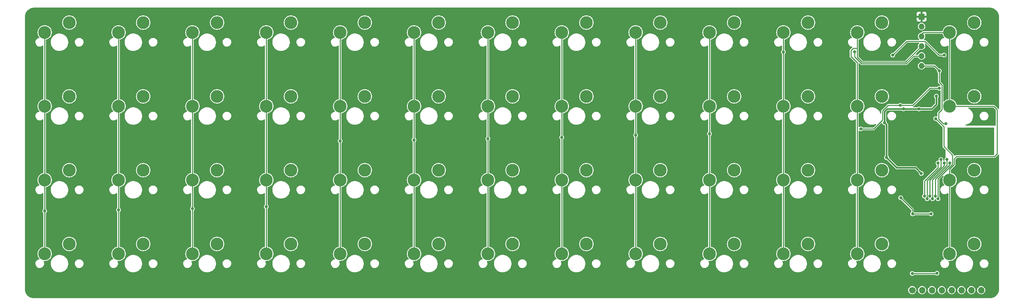
<source format=gbr>
%TF.GenerationSoftware,KiCad,Pcbnew,7.0.1-0*%
%TF.CreationDate,2023-07-08T10:52:27-05:00*%
%TF.ProjectId,pcb,7063622e-6b69-4636-9164-5f7063625858,rev?*%
%TF.SameCoordinates,Original*%
%TF.FileFunction,Copper,L1,Top*%
%TF.FilePolarity,Positive*%
%FSLAX46Y46*%
G04 Gerber Fmt 4.6, Leading zero omitted, Abs format (unit mm)*
G04 Created by KiCad (PCBNEW 7.0.1-0) date 2023-07-08 10:52:27*
%MOMM*%
%LPD*%
G01*
G04 APERTURE LIST*
%TA.AperFunction,ComponentPad*%
%ADD10C,3.300000*%
%TD*%
%TA.AperFunction,ComponentPad*%
%ADD11C,1.700000*%
%TD*%
%TA.AperFunction,ComponentPad*%
%ADD12O,1.700000X1.700000*%
%TD*%
%TA.AperFunction,ComponentPad*%
%ADD13O,1.524000X1.524000*%
%TD*%
%TA.AperFunction,ComponentPad*%
%ADD14R,1.524000X1.524000*%
%TD*%
%TA.AperFunction,ViaPad*%
%ADD15C,0.812800*%
%TD*%
%TA.AperFunction,Conductor*%
%ADD16C,0.254000*%
%TD*%
%TA.AperFunction,Conductor*%
%ADD17C,0.381000*%
%TD*%
G04 APERTURE END LIST*
D10*
%TO.P,MX42,1,COL*%
%TO.N,col2*%
X71199438Y-84375698D03*
%TO.P,MX42,2,ROW*%
%TO.N,Net-(D42-A)*%
X77549438Y-81835698D03*
%TD*%
%TO.P,MX9,1,COL*%
%TO.N,col8*%
X185499534Y-27225650D03*
%TO.P,MX9,2,ROW*%
%TO.N,Net-(D9-A)*%
X191849534Y-24685650D03*
%TD*%
%TO.P,MX3,1,COL*%
%TO.N,col2*%
X71199438Y-27225650D03*
%TO.P,MX3,2,ROW*%
%TO.N,Net-(D3-A)*%
X77549438Y-24685650D03*
%TD*%
%TO.P,MX41,1,COL*%
%TO.N,col1*%
X52149422Y-84375698D03*
%TO.P,MX41,2,ROW*%
%TO.N,Net-(D41-A)*%
X58499422Y-81835698D03*
%TD*%
%TO.P,MX25,1,COL*%
%TO.N,col11{slash}miso*%
X242649582Y-46275666D03*
%TO.P,MX25,2,ROW*%
%TO.N,Net-(D25-A)*%
X248999582Y-43735666D03*
%TD*%
%TO.P,MX22,1,COL*%
%TO.N,col8*%
X185499534Y-46275666D03*
%TO.P,MX22,2,ROW*%
%TO.N,Net-(D22-A)*%
X191849534Y-43735666D03*
%TD*%
%TO.P,MX49,1,COL*%
%TO.N,col9*%
X204549550Y-84375698D03*
%TO.P,MX49,2,ROW*%
%TO.N,Net-(D49-A)*%
X210899550Y-81835698D03*
%TD*%
%TO.P,MX10,1,COL*%
%TO.N,col9*%
X204549550Y-27225650D03*
%TO.P,MX10,2,ROW*%
%TO.N,Net-(D10-A)*%
X210899550Y-24685650D03*
%TD*%
%TO.P,MX19,1,COL*%
%TO.N,col5*%
X128349486Y-46275666D03*
%TO.P,MX19,2,ROW*%
%TO.N,Net-(D19-A)*%
X134699486Y-43735666D03*
%TD*%
%TO.P,MX21,1,COL*%
%TO.N,col7*%
X166449518Y-46275666D03*
%TO.P,MX21,2,ROW*%
%TO.N,Net-(D21-A)*%
X172799518Y-43735666D03*
%TD*%
%TO.P,MX16,1,COL*%
%TO.N,col2*%
X71199438Y-46275666D03*
%TO.P,MX16,2,ROW*%
%TO.N,Net-(D16-A)*%
X77549438Y-43735666D03*
%TD*%
%TO.P,MX32,1,COL*%
%TO.N,col5*%
X128349486Y-65325682D03*
%TO.P,MX32,2,ROW*%
%TO.N,Net-(D32-A)*%
X134699486Y-62785682D03*
%TD*%
%TO.P,MX8,1,COL*%
%TO.N,col7*%
X166449518Y-27225650D03*
%TO.P,MX8,2,ROW*%
%TO.N,Net-(D8-A)*%
X172799518Y-24685650D03*
%TD*%
%TO.P,MX33,1,COL*%
%TO.N,col6*%
X147399502Y-65325682D03*
%TO.P,MX33,2,ROW*%
%TO.N,Net-(D33-A)*%
X153749502Y-62785682D03*
%TD*%
%TO.P,MX37,1,COL*%
%TO.N,col10{slash}mosi*%
X223599566Y-65325682D03*
%TO.P,MX37,2,ROW*%
%TO.N,Net-(D37-A)*%
X229949566Y-62785682D03*
%TD*%
%TO.P,MX34,1,COL*%
%TO.N,col7*%
X166449518Y-65325682D03*
%TO.P,MX34,2,ROW*%
%TO.N,Net-(D34-A)*%
X172799518Y-62785682D03*
%TD*%
%TO.P,MX28,1,COL*%
%TO.N,col1*%
X52149422Y-65325682D03*
%TO.P,MX28,2,ROW*%
%TO.N,Net-(D28-A)*%
X58499422Y-62785682D03*
%TD*%
%TO.P,MX47,1,COL*%
%TO.N,col7*%
X166449518Y-84375698D03*
%TO.P,MX47,2,ROW*%
%TO.N,Net-(D47-A)*%
X172799518Y-81835698D03*
%TD*%
%TO.P,MX45,1,COL*%
%TO.N,col5*%
X128349486Y-84375698D03*
%TO.P,MX45,2,ROW*%
%TO.N,Net-(D45-A)*%
X134699486Y-81835698D03*
%TD*%
%TO.P,MX4,1,COL*%
%TO.N,col3*%
X90249454Y-27225650D03*
%TO.P,MX4,2,ROW*%
%TO.N,Net-(D4-A)*%
X96599454Y-24685650D03*
%TD*%
%TO.P,MX29,1,COL*%
%TO.N,col2*%
X71199438Y-65325682D03*
%TO.P,MX29,2,ROW*%
%TO.N,Net-(D29-A)*%
X77549438Y-62785682D03*
%TD*%
%TO.P,MX7,1,COL*%
%TO.N,col6*%
X147399502Y-27225650D03*
%TO.P,MX7,2,ROW*%
%TO.N,Net-(D7-A)*%
X153749502Y-24685650D03*
%TD*%
%TO.P,MX18,1,COL*%
%TO.N,col4*%
X109299470Y-46275666D03*
%TO.P,MX18,2,ROW*%
%TO.N,Net-(D18-A)*%
X115649470Y-43735666D03*
%TD*%
%TO.P,MX39,1,COL*%
%TO.N,col12{slash}sck*%
X266462102Y-65325682D03*
%TO.P,MX39,2,ROW*%
%TO.N,Net-(D39-A)*%
X272812102Y-62785682D03*
%TD*%
%TO.P,MX24,1,COL*%
%TO.N,col10{slash}mosi*%
X223599566Y-46275666D03*
%TO.P,MX24,2,ROW*%
%TO.N,Net-(D24-A)*%
X229949566Y-43735666D03*
%TD*%
%TO.P,MX43,1,COL*%
%TO.N,col3*%
X90249454Y-84375698D03*
%TO.P,MX43,2,ROW*%
%TO.N,Net-(D43-A)*%
X96599454Y-81835698D03*
%TD*%
%TO.P,MX13,1,COL*%
%TO.N,col12{slash}sck*%
X266462102Y-27225650D03*
%TO.P,MX13,2,ROW*%
%TO.N,Net-(D13-A)*%
X272812102Y-24685650D03*
%TD*%
%TO.P,MX6,1,COL*%
%TO.N,col5*%
X128349486Y-27225650D03*
%TO.P,MX6,2,ROW*%
%TO.N,Net-(D6-A)*%
X134699486Y-24685650D03*
%TD*%
%TO.P,MX36,1,COL*%
%TO.N,col9*%
X204549550Y-65325682D03*
%TO.P,MX36,2,ROW*%
%TO.N,Net-(D36-A)*%
X210899550Y-62785682D03*
%TD*%
D11*
%TO.P,J5,1,Pin_1*%
%TO.N,extra1*%
X256825000Y-93750000D03*
D12*
%TO.P,J5,2,Pin_2*%
%TO.N,extra2*%
X259365000Y-93750000D03*
%TO.P,J5,3,Pin_3*%
%TO.N,extra3*%
X261905000Y-93750000D03*
%TO.P,J5,4,Pin_4*%
%TO.N,extra4*%
X264445000Y-93750000D03*
%TO.P,J5,5,Pin_5*%
%TO.N,extra5*%
X266985000Y-93750000D03*
%TO.P,J5,6,Pin_6*%
%TO.N,extra6*%
X269525000Y-93750000D03*
%TO.P,J5,7,Pin_7*%
%TO.N,extra7*%
X272065000Y-93750000D03*
%TO.P,J5,8,Pin_8*%
%TO.N,extra8*%
X274605000Y-93750000D03*
%TD*%
D10*
%TO.P,MX30,1,COL*%
%TO.N,col3*%
X90249454Y-65325682D03*
%TO.P,MX30,2,ROW*%
%TO.N,Net-(D30-A)*%
X96599454Y-62785682D03*
%TD*%
%TO.P,MX35,1,COL*%
%TO.N,col8*%
X185499534Y-65325682D03*
%TO.P,MX35,2,ROW*%
%TO.N,Net-(D35-A)*%
X191849534Y-62785682D03*
%TD*%
%TO.P,MX15,1,COL*%
%TO.N,col1*%
X52149422Y-46275666D03*
%TO.P,MX15,2,ROW*%
%TO.N,Net-(D15-A)*%
X58499422Y-43735666D03*
%TD*%
%TO.P,MX48,1,COL*%
%TO.N,col8*%
X185499534Y-84375698D03*
%TO.P,MX48,2,ROW*%
%TO.N,Net-(D48-A)*%
X191849534Y-81835698D03*
%TD*%
%TO.P,MX31,1,COL*%
%TO.N,col4*%
X109299470Y-65325682D03*
%TO.P,MX31,2,ROW*%
%TO.N,Net-(D31-A)*%
X115649470Y-62785682D03*
%TD*%
%TO.P,MX17,1,COL*%
%TO.N,col3*%
X90249454Y-46275666D03*
%TO.P,MX17,2,ROW*%
%TO.N,Net-(D17-A)*%
X96599454Y-43735666D03*
%TD*%
%TO.P,MX51,1,COL*%
%TO.N,col11{slash}miso*%
X242649582Y-84375698D03*
%TO.P,MX51,2,ROW*%
%TO.N,Net-(D51-A)*%
X248999582Y-81835698D03*
%TD*%
%TO.P,MX44,1,COL*%
%TO.N,col4*%
X109299470Y-84375698D03*
%TO.P,MX44,2,ROW*%
%TO.N,Net-(D44-A)*%
X115649470Y-81835698D03*
%TD*%
%TO.P,MX27,1,COL*%
%TO.N,col0*%
X33099406Y-65325682D03*
%TO.P,MX27,2,ROW*%
%TO.N,Net-(D27-A)*%
X39449406Y-62785682D03*
%TD*%
%TO.P,MX40,1,COL*%
%TO.N,col0*%
X33099406Y-84375698D03*
%TO.P,MX40,2,ROW*%
%TO.N,Net-(D40-A)*%
X39449406Y-81835698D03*
%TD*%
%TO.P,MX12,1,COL*%
%TO.N,col11{slash}miso*%
X242649582Y-27225650D03*
%TO.P,MX12,2,ROW*%
%TO.N,Net-(D12-A)*%
X248999582Y-24685650D03*
%TD*%
%TO.P,MX11,1,COL*%
%TO.N,col10{slash}mosi*%
X223599566Y-27225650D03*
%TO.P,MX11,2,ROW*%
%TO.N,Net-(D11-A)*%
X229949566Y-24685650D03*
%TD*%
%TO.P,MX23,1,COL*%
%TO.N,col9*%
X204549550Y-46275666D03*
%TO.P,MX23,2,ROW*%
%TO.N,Net-(D23-A)*%
X210899550Y-43735666D03*
%TD*%
%TO.P,MX52,1,COL*%
%TO.N,col12{slash}sck*%
X266462102Y-84375698D03*
%TO.P,MX52,2,ROW*%
%TO.N,Net-(D52-A)*%
X272812102Y-81835698D03*
%TD*%
%TO.P,MX2,1,COL*%
%TO.N,col1*%
X52149422Y-27225650D03*
%TO.P,MX2,2,ROW*%
%TO.N,Net-(D2-A)*%
X58499422Y-24685650D03*
%TD*%
%TO.P,MX50,1,COL*%
%TO.N,col10{slash}mosi*%
X223599566Y-84375698D03*
%TO.P,MX50,2,ROW*%
%TO.N,Net-(D50-A)*%
X229949566Y-81835698D03*
%TD*%
%TO.P,MX20,1,COL*%
%TO.N,col6*%
X147399502Y-46275666D03*
%TO.P,MX20,2,ROW*%
%TO.N,Net-(D20-A)*%
X153749502Y-43735666D03*
%TD*%
%TO.P,MX26,1,COL*%
%TO.N,col12{slash}sck*%
X266462102Y-46275666D03*
%TO.P,MX26,2,ROW*%
%TO.N,Net-(D26-A)*%
X272812102Y-43735666D03*
%TD*%
%TO.P,MX1,1,COL*%
%TO.N,col0*%
X33099406Y-27225650D03*
%TO.P,MX1,2,ROW*%
%TO.N,Net-(D1-A)*%
X39449406Y-24685650D03*
%TD*%
D13*
%TO.P,J2,1,~{RST}*%
%TO.N,ISP_Reset*%
X259225000Y-35850000D03*
%TO.P,J2,2,VCC*%
%TO.N,VCC*%
X259225000Y-25690000D03*
%TO.P,J2,3,MISO*%
%TO.N,col11{slash}miso*%
X259225000Y-30770000D03*
%TO.P,J2,4,MOSI*%
%TO.N,col10{slash}mosi*%
X259225000Y-33310000D03*
%TO.P,J2,5,SCK*%
%TO.N,col12{slash}sck*%
X259225000Y-28230000D03*
D14*
%TO.P,J2,6,GND*%
%TO.N,GND*%
X259225000Y-23150000D03*
%TD*%
D10*
%TO.P,MX38,1,COL*%
%TO.N,col11{slash}miso*%
X242649582Y-65325682D03*
%TO.P,MX38,2,ROW*%
%TO.N,Net-(D38-A)*%
X248999582Y-62785682D03*
%TD*%
%TO.P,MX5,1,COL*%
%TO.N,col4*%
X109299470Y-27225650D03*
%TO.P,MX5,2,ROW*%
%TO.N,Net-(D5-A)*%
X115649470Y-24685650D03*
%TD*%
%TO.P,MX46,1,COL*%
%TO.N,col6*%
X147399502Y-84375698D03*
%TO.P,MX46,2,ROW*%
%TO.N,Net-(D46-A)*%
X153749502Y-81835698D03*
%TD*%
%TO.P,MX14,1,COL*%
%TO.N,col0*%
X33099406Y-46275666D03*
%TO.P,MX14,2,ROW*%
%TO.N,Net-(D14-A)*%
X39449406Y-43735666D03*
%TD*%
D15*
%TO.N,GND*%
X116406252Y-89200000D03*
X126091252Y-53075000D03*
X258275000Y-57775000D03*
X259875000Y-53225000D03*
X211506252Y-89200000D03*
X29881252Y-93875000D03*
X78206252Y-72050000D03*
X122631252Y-93900000D03*
X261500000Y-53175000D03*
X255175000Y-55725000D03*
X241675000Y-42800000D03*
X261500000Y-51050000D03*
X192606252Y-89200000D03*
X183291252Y-53075000D03*
X270425000Y-45350000D03*
X173356252Y-89200000D03*
X274500000Y-47050000D03*
X256650000Y-51100000D03*
X59056252Y-89175000D03*
X78206252Y-75575000D03*
X154981252Y-75575000D03*
X40206252Y-74950000D03*
X65481252Y-22625000D03*
X231406252Y-71000000D03*
X230631252Y-89200000D03*
X231406252Y-75650000D03*
X240566252Y-53050000D03*
X261800000Y-86825000D03*
X256250000Y-77925000D03*
X211581252Y-75575000D03*
X126091252Y-51050000D03*
X59056252Y-70175000D03*
X59531252Y-53075000D03*
X202191252Y-53075000D03*
X211506252Y-91225000D03*
X59531252Y-51050000D03*
X88091252Y-31980000D03*
X276850000Y-56750000D03*
X250231252Y-75650000D03*
X173931252Y-75575000D03*
X256650000Y-57800000D03*
X273650000Y-70110000D03*
X173356252Y-91225000D03*
X224571252Y-42540000D03*
X106991252Y-34000000D03*
X202416252Y-31975000D03*
X179781252Y-93900000D03*
X135906252Y-70925000D03*
X68721252Y-51070000D03*
X88091252Y-34000000D03*
X29931252Y-22625000D03*
X145066252Y-31975000D03*
X256650000Y-53225000D03*
X250231252Y-71000000D03*
X278300000Y-59900000D03*
X59056252Y-91200000D03*
X164191252Y-51050000D03*
X256650000Y-55750000D03*
X145041252Y-53075000D03*
X173931252Y-70925000D03*
X192381252Y-75575000D03*
X258275000Y-53200000D03*
X256250000Y-86825000D03*
X261800000Y-77925000D03*
X249556252Y-89200000D03*
X68716252Y-53075000D03*
X126091252Y-34000000D03*
X269450000Y-42750000D03*
X97231252Y-89175000D03*
X164291252Y-34000000D03*
X276968748Y-93900000D03*
X262225000Y-21900000D03*
X145041252Y-51050000D03*
X230421252Y-31787500D03*
X202191252Y-51050000D03*
X249556252Y-91225000D03*
X272975000Y-31985000D03*
X87991252Y-51300000D03*
X273645000Y-72175000D03*
X261500000Y-55700000D03*
X31131252Y-58300000D03*
X211581252Y-70925000D03*
X135906252Y-75575000D03*
X192606252Y-91225000D03*
X135281252Y-89200000D03*
X230631252Y-91225000D03*
X164291252Y-31975000D03*
X97031252Y-75575000D03*
X135281252Y-91225000D03*
X59056252Y-72225000D03*
X78331252Y-91200000D03*
X192381252Y-70925000D03*
X240566252Y-51025000D03*
X154406252Y-91225000D03*
X277415858Y-22625000D03*
X107041252Y-53325000D03*
X267675000Y-55300000D03*
X78206252Y-70175000D03*
X276850000Y-54050000D03*
X221666252Y-53050000D03*
X258275000Y-51075000D03*
X255175000Y-51075000D03*
X116156252Y-75575000D03*
X106991252Y-31975000D03*
X222546252Y-42540000D03*
X183291252Y-31975000D03*
X259875000Y-55750000D03*
X116406252Y-91225000D03*
X40206252Y-72925000D03*
X261500000Y-57750000D03*
X243740000Y-42795000D03*
X259875000Y-57800000D03*
X259875000Y-51100000D03*
X255175000Y-53200000D03*
X122631252Y-22625000D03*
X87991252Y-53325000D03*
X97231252Y-91200000D03*
X59056252Y-75575000D03*
X183291252Y-34000000D03*
X97031252Y-70925000D03*
X78331252Y-89175000D03*
X269450000Y-40725000D03*
X258275000Y-55725000D03*
X145066252Y-34000000D03*
X202416252Y-34000000D03*
X154981252Y-70925000D03*
X236906252Y-22625000D03*
X126091252Y-31975000D03*
X65481252Y-92575000D03*
X230421252Y-33812500D03*
X68716252Y-34025000D03*
X221666252Y-51275000D03*
X116156252Y-70925000D03*
X154406252Y-89200000D03*
X164191252Y-53075000D03*
X179781252Y-22625000D03*
X107041252Y-51300000D03*
X255175000Y-57775000D03*
X183291252Y-51050000D03*
X68716252Y-32000000D03*
X272970000Y-34050000D03*
%TO.N,VCC*%
X249650000Y-50525000D03*
X259161581Y-63611581D03*
X258550000Y-46975000D03*
X254550000Y-46975000D03*
X263050000Y-43700000D03*
X250200000Y-59525000D03*
%TO.N,row2*%
X261650000Y-74075000D03*
X256900000Y-74075000D03*
X253850000Y-69925000D03*
%TO.N,col0*%
X33099406Y-73325000D03*
%TO.N,col3*%
X90249454Y-72200000D03*
%TO.N,col4*%
X109299470Y-55250000D03*
%TO.N,col5*%
X128349486Y-54975000D03*
%TO.N,col6*%
X147399502Y-54650000D03*
%TO.N,col7*%
X166449518Y-54325000D03*
%TO.N,col8*%
X185499534Y-53775000D03*
%TO.N,col9*%
X204549550Y-53375000D03*
%TO.N,ISP_Reset*%
X265525000Y-50775000D03*
X263800000Y-37150000D03*
%TO.N,row3*%
X263200000Y-89400000D03*
X256825000Y-89450000D03*
%TO.N,row0*%
X265025000Y-33075000D03*
X251793618Y-33106382D03*
%TO.N,row1*%
X253750000Y-46050000D03*
X243525000Y-52125000D03*
X263800000Y-41625000D03*
%TO.N,col10{slash}mosi*%
X241964282Y-32270000D03*
X223599566Y-32300000D03*
%TO.N,col1*%
X52149422Y-73050000D03*
%TO.N,col2*%
X71199438Y-72750000D03*
%TO.N,extra3*%
X259960173Y-69496109D03*
X263450000Y-60950000D03*
%TO.N,extra4*%
X264225000Y-60050000D03*
X260654846Y-70165497D03*
%TO.N,extra5*%
X261361491Y-69457440D03*
X265075000Y-60975000D03*
%TO.N,extra6*%
X265766700Y-60025000D03*
X262050000Y-70135396D03*
%TO.N,extra7*%
X266500000Y-60975000D03*
X262762707Y-69483433D03*
%TO.N,extra8*%
X263450000Y-70160396D03*
X262900000Y-49475000D03*
%TD*%
D16*
%TO.N,GND*%
X192606252Y-89200000D02*
X192606252Y-91225000D01*
X97031252Y-70925000D02*
X97031252Y-74525000D01*
X192381252Y-70925000D02*
X192381252Y-74525000D01*
X88091252Y-31975000D02*
X88091252Y-34000000D01*
X164291252Y-31975000D02*
X164291252Y-34000000D01*
X116156252Y-70925000D02*
X116156252Y-74525000D01*
X240566252Y-51025000D02*
X240566252Y-53050000D01*
X87991252Y-51050000D02*
X87991252Y-53075000D01*
X202416252Y-31975000D02*
X202416252Y-34000000D01*
X40206252Y-72925000D02*
X40206252Y-74950000D01*
X126091252Y-51050000D02*
X126091252Y-53075000D01*
X273650000Y-70110000D02*
X273650000Y-72170000D01*
X68716252Y-32000000D02*
X68716252Y-34025000D01*
X106991252Y-31975000D02*
X106991252Y-34000000D01*
X59531252Y-51050000D02*
X59531252Y-53075000D01*
X154981252Y-70925000D02*
X154981252Y-74525000D01*
X211581252Y-74525000D02*
X211581252Y-75575000D01*
X272970000Y-34050000D02*
X272970000Y-31990000D01*
X273650000Y-72170000D02*
X273645000Y-72175000D01*
X135906252Y-74525000D02*
X135906252Y-75575000D01*
X230421252Y-31787500D02*
X230421252Y-33812500D01*
X173356252Y-89200000D02*
X173356252Y-91225000D01*
X97031252Y-74525000D02*
X97031252Y-75575000D01*
X116406252Y-89200000D02*
X116406252Y-91225000D01*
X249556252Y-89200000D02*
X249556252Y-91225000D01*
X173931252Y-74525000D02*
X173931252Y-75575000D01*
X211581252Y-70925000D02*
X211581252Y-74525000D01*
X231406252Y-74600000D02*
X231406252Y-75650000D01*
X183291252Y-31975000D02*
X183291252Y-34000000D01*
X211506252Y-89200000D02*
X211506252Y-91225000D01*
X269450000Y-40725000D02*
X269450000Y-42750000D01*
X135906252Y-70925000D02*
X135906252Y-74525000D01*
X256250000Y-86825000D02*
X261800000Y-86825000D01*
X116156252Y-74525000D02*
X116156252Y-75575000D01*
X78331252Y-89175000D02*
X78331252Y-91200000D01*
X221666252Y-51025000D02*
X221666252Y-53050000D01*
X272970000Y-31990000D02*
X272975000Y-31985000D01*
X231406252Y-71000000D02*
X231406252Y-74600000D01*
X126091252Y-31975000D02*
X126091252Y-34000000D01*
X145041252Y-51300000D02*
X145041252Y-53075000D01*
X202191252Y-51050000D02*
X202191252Y-53075000D01*
X250231252Y-74600000D02*
X250231252Y-75650000D01*
X78206252Y-70175000D02*
X78206252Y-75575000D01*
X192381252Y-74525000D02*
X192381252Y-75575000D01*
X97231252Y-89175000D02*
X97231252Y-91200000D01*
X183291252Y-51050000D02*
X183291252Y-53075000D01*
X107041252Y-51300000D02*
X107041252Y-53325000D01*
X256250000Y-77925000D02*
X261800000Y-77925000D01*
X154981252Y-74525000D02*
X154981252Y-75575000D01*
X135281252Y-89200000D02*
X135281252Y-91225000D01*
X173931252Y-70925000D02*
X173931252Y-74525000D01*
X250231252Y-71000000D02*
X250231252Y-74600000D01*
X145041252Y-51050000D02*
X145041252Y-51300000D01*
X59056252Y-70175000D02*
X59056252Y-75575000D01*
X88091252Y-31975000D02*
X88091252Y-31980000D01*
X68716252Y-51075000D02*
X68721252Y-51070000D01*
X230631252Y-89200000D02*
X230631252Y-91225000D01*
X68716252Y-53075000D02*
X68716252Y-51075000D01*
D17*
X267025000Y-53125000D02*
X266075000Y-53125000D01*
D16*
X164191252Y-51050000D02*
X164191252Y-53075000D01*
X59056252Y-89175000D02*
X59056252Y-91200000D01*
X145066252Y-31975000D02*
X145066252Y-34000000D01*
X154406252Y-89200000D02*
X154406252Y-91225000D01*
D17*
%TO.N,VCC*%
X252825000Y-62150000D02*
X250200000Y-59525000D01*
X259161581Y-63611581D02*
X257700000Y-62150000D01*
X250200000Y-59525000D02*
X250200000Y-51075000D01*
X263050000Y-45750000D02*
X263050000Y-43700000D01*
X250325000Y-46975000D02*
X249650000Y-47650000D01*
X258550000Y-46975000D02*
X254550000Y-46975000D01*
X257700000Y-62150000D02*
X252825000Y-62150000D01*
X254550000Y-46975000D02*
X254325000Y-46975000D01*
X249650000Y-47650000D02*
X249650000Y-50525000D01*
X250325000Y-46975000D02*
X254325000Y-46975000D01*
X261825000Y-46975000D02*
X263050000Y-45750000D01*
X258550000Y-46975000D02*
X261825000Y-46975000D01*
X250200000Y-51075000D02*
X249650000Y-50525000D01*
D16*
%TO.N,row2*%
X256900000Y-74075000D02*
X261650000Y-74075000D01*
X253850000Y-69925000D02*
X256900000Y-72975000D01*
X256900000Y-72975000D02*
X256900000Y-74075000D01*
%TO.N,col0*%
X33099406Y-46275666D02*
X33099406Y-65325682D01*
X33099406Y-27225650D02*
X33099406Y-46275666D01*
X33099406Y-65325682D02*
X33099406Y-73325000D01*
X33099406Y-73325000D02*
X33099406Y-84375698D01*
%TO.N,col3*%
X90249454Y-27225650D02*
X90249454Y-72200000D01*
X90249454Y-72200000D02*
X90249454Y-84375698D01*
%TO.N,col4*%
X109299470Y-65325682D02*
X109299470Y-55250000D01*
X109299470Y-65325682D02*
X109299470Y-84375698D01*
X109299470Y-55250000D02*
X109299470Y-27225650D01*
%TO.N,col5*%
X128349486Y-27225650D02*
X128349486Y-54975000D01*
X128349486Y-54975000D02*
X128349486Y-84375698D01*
%TO.N,col6*%
X147399502Y-54650000D02*
X147399502Y-27225650D01*
X147399502Y-84375698D02*
X147399502Y-54650000D01*
%TO.N,col7*%
X166449518Y-54600000D02*
X166449518Y-84375698D01*
X166449518Y-27225650D02*
X166449518Y-54325000D01*
X166449518Y-54325000D02*
X166449518Y-54600000D01*
%TO.N,col8*%
X185499534Y-53775000D02*
X185499534Y-53400000D01*
X185499534Y-84375698D02*
X185499534Y-53775000D01*
X185499534Y-53400000D02*
X185499534Y-27225650D01*
%TO.N,col9*%
X204549550Y-53375000D02*
X204549550Y-27225650D01*
X204549550Y-84375698D02*
X204549550Y-53375000D01*
%TO.N,ISP_Reset*%
X263625000Y-49625264D02*
X264774736Y-50775000D01*
X264485800Y-40810800D02*
X264485800Y-47164200D01*
X259225000Y-35850000D02*
X262500000Y-35850000D01*
X263800000Y-37150000D02*
X263800000Y-40125000D01*
X262500000Y-35850000D02*
X263800000Y-37150000D01*
X263625000Y-48025000D02*
X263625000Y-49625264D01*
X263800000Y-40125000D02*
X264485800Y-40810800D01*
X264774736Y-50775000D02*
X265525000Y-50775000D01*
X264485800Y-47164200D02*
X263625000Y-48025000D01*
%TO.N,row3*%
X263200000Y-89400000D02*
X263150000Y-89450000D01*
X263150000Y-89450000D02*
X256825000Y-89450000D01*
%TO.N,row0*%
X255400000Y-29500000D02*
X251793618Y-33106382D01*
X263675000Y-33075000D02*
X260100000Y-29500000D01*
X260100000Y-29500000D02*
X255400000Y-29500000D01*
X265025000Y-33075000D02*
X263675000Y-33075000D01*
%TO.N,row1*%
X256960461Y-46050000D02*
X253750000Y-46050000D01*
X249180100Y-47455362D02*
X249180100Y-49844900D01*
X261385461Y-41625000D02*
X256960461Y-46050000D01*
X249180100Y-49844900D02*
X246900000Y-52125000D01*
X263800000Y-41625000D02*
X261385461Y-41625000D01*
X253750000Y-46050000D02*
X250585462Y-46050000D01*
X243525000Y-52125000D02*
X246900000Y-52125000D01*
X250585462Y-46050000D02*
X249180100Y-47455362D01*
%TO.N,col11{slash}miso*%
X240996252Y-33405000D02*
X242649582Y-35058330D01*
X241581252Y-31310000D02*
X242649582Y-31310000D01*
X240996252Y-31895000D02*
X241581252Y-31310000D01*
X243911252Y-34893600D02*
X242649582Y-33631930D01*
X242649582Y-33631930D02*
X242649582Y-31310000D01*
X242649582Y-35058330D02*
X242649582Y-46275666D01*
X242649582Y-46275666D02*
X242649582Y-84375698D01*
X243911252Y-34893600D02*
X255101400Y-34893600D01*
X242649582Y-27225650D02*
X242649582Y-31310000D01*
X240996252Y-33405000D02*
X240996252Y-31895000D01*
X259225000Y-30770000D02*
X255101400Y-34893600D01*
%TO.N,col10{slash}mosi*%
X223599566Y-32300000D02*
X223599566Y-84375698D01*
X259225000Y-33310000D02*
X257259736Y-33310000D01*
X255269736Y-35300000D02*
X243742916Y-35300000D01*
X223599566Y-27225650D02*
X223599566Y-32300000D01*
X243742916Y-35300000D02*
X241964282Y-33521366D01*
X241964282Y-33521366D02*
X241964282Y-32270000D01*
X257259736Y-33310000D02*
X255269736Y-35300000D01*
%TO.N,col12{slash}sck*%
X259654350Y-27225650D02*
X266462102Y-27225650D01*
X277825666Y-46275666D02*
X266462102Y-46275666D01*
X278025000Y-59250000D02*
X278725000Y-58550000D01*
X268250000Y-59250000D02*
X267625000Y-59875000D01*
X267625000Y-61394604D02*
X266462102Y-62557502D01*
X266462102Y-46275666D02*
X266462102Y-27225650D01*
X268250000Y-59250000D02*
X278025000Y-59250000D01*
X267625000Y-59875000D02*
X267625000Y-61394604D01*
X278725000Y-58550000D02*
X278725000Y-47175000D01*
X266462102Y-62557502D02*
X266462102Y-65325682D01*
X278725000Y-47175000D02*
X277825666Y-46275666D01*
X258650000Y-28230000D02*
X259654350Y-27225650D01*
X266462102Y-84375698D02*
X266462102Y-65325682D01*
%TO.N,col1*%
X52149422Y-73050000D02*
X52149422Y-84375698D01*
X52149422Y-46275666D02*
X52149422Y-73050000D01*
X52149422Y-27225650D02*
X52149422Y-46275666D01*
%TO.N,col2*%
X71199438Y-27225650D02*
X71199438Y-72750000D01*
X71199438Y-72750000D02*
X71199438Y-84375698D01*
%TO.N,extra3*%
X259990391Y-69465891D02*
X259960173Y-69496109D01*
X259990178Y-69466104D02*
X259960173Y-69496109D01*
X259990391Y-69466104D02*
X259990178Y-69466104D01*
X259990391Y-65580797D02*
X259990391Y-69465891D01*
X259990391Y-65580797D02*
X263450000Y-62121188D01*
X263450000Y-60950000D02*
X263450000Y-62121188D01*
%TO.N,extra4*%
X260675691Y-65470233D02*
X264225000Y-61920924D01*
X260675691Y-65470233D02*
X260675691Y-70144652D01*
X260675691Y-70144652D02*
X260654846Y-70165497D01*
X264225000Y-60050000D02*
X264225000Y-61920924D01*
%TO.N,extra5*%
X261361491Y-65359169D02*
X261361491Y-69457440D01*
X261361491Y-65359169D02*
X265075000Y-61645660D01*
X265075000Y-60975000D02*
X265075000Y-61645660D01*
%TO.N,extra6*%
X262049801Y-65245595D02*
X265766700Y-61528696D01*
X262049801Y-70135197D02*
X262050000Y-70135396D01*
X262049801Y-65245595D02*
X262049801Y-70135197D01*
X265766700Y-60025000D02*
X265766700Y-61528696D01*
%TO.N,extra7*%
X262762707Y-65107425D02*
X266500000Y-61370132D01*
X266500000Y-60975000D02*
X266500000Y-61370132D01*
X262762707Y-69483433D02*
X262762707Y-65107425D01*
%TO.N,extra8*%
X267185300Y-58885300D02*
X267185300Y-61259568D01*
X264950000Y-56650000D02*
X267185300Y-58885300D01*
X262900000Y-49475000D02*
X264950000Y-51525000D01*
X264950000Y-51525000D02*
X264950000Y-56650000D01*
X263450000Y-65000000D02*
X263450000Y-70160396D01*
X263900000Y-64544868D02*
X263900000Y-64550000D01*
X263900000Y-64550000D02*
X263450000Y-65000000D01*
X267185300Y-61259568D02*
X263900000Y-64544868D01*
%TD*%
%TA.AperFunction,Conductor*%
%TO.N,GND*%
G36*
X277888000Y-51791613D02*
G01*
X277933387Y-51837000D01*
X277950000Y-51899000D01*
X277950000Y-58798602D01*
X277933387Y-58860602D01*
X277888000Y-58905989D01*
X277826000Y-58922602D01*
X268269709Y-58922602D01*
X268258900Y-58922130D01*
X268221023Y-58918815D01*
X268184291Y-58928657D01*
X268173738Y-58930997D01*
X268135284Y-58937778D01*
X268110338Y-58948111D01*
X268078353Y-58970508D01*
X268069232Y-58976319D01*
X268056992Y-58983386D01*
X267994990Y-59000000D01*
X267639236Y-59000000D01*
X267574138Y-58981538D01*
X267528425Y-58931650D01*
X267515708Y-58865191D01*
X267515988Y-58861989D01*
X267516484Y-58856325D01*
X267506637Y-58819577D01*
X267504305Y-58809060D01*
X267497700Y-58771596D01*
X267497698Y-58771594D01*
X267497521Y-58770585D01*
X267487189Y-58745640D01*
X267464798Y-58713662D01*
X267458987Y-58704541D01*
X267439971Y-58671606D01*
X267410834Y-58647157D01*
X267402859Y-58639849D01*
X265936319Y-57173308D01*
X265909439Y-57133080D01*
X265900000Y-57085627D01*
X265900000Y-51899000D01*
X265916613Y-51837000D01*
X265962000Y-51791613D01*
X266024000Y-51775000D01*
X277826000Y-51775000D01*
X277888000Y-51791613D01*
G37*
%TD.AperFunction*%
%TD*%
%TA.AperFunction,Conductor*%
%TO.N,GND*%
G36*
X276824281Y-20836680D02*
G01*
X276922892Y-20842646D01*
X277108006Y-20854752D01*
X277122245Y-20856517D01*
X277252428Y-20880377D01*
X277254165Y-20880708D01*
X277402879Y-20910292D01*
X277415568Y-20913522D01*
X277546931Y-20954458D01*
X277549857Y-20955411D01*
X277688445Y-21002457D01*
X277699437Y-21006784D01*
X277826841Y-21064127D01*
X277830702Y-21065947D01*
X277960127Y-21129775D01*
X277969421Y-21134865D01*
X278089785Y-21207629D01*
X278094514Y-21210637D01*
X278213644Y-21290239D01*
X278221222Y-21295727D01*
X278332337Y-21382782D01*
X278337589Y-21387137D01*
X278445022Y-21481355D01*
X278450924Y-21486883D01*
X278550841Y-21586802D01*
X278556377Y-21592713D01*
X278650578Y-21700130D01*
X278654955Y-21705409D01*
X278676723Y-21733194D01*
X278741995Y-21816510D01*
X278747486Y-21824092D01*
X278827100Y-21943244D01*
X278830095Y-21947954D01*
X278902861Y-22068326D01*
X278907947Y-22077617D01*
X278971760Y-22207018D01*
X278973624Y-22210971D01*
X279030923Y-22338288D01*
X279035266Y-22349319D01*
X279082290Y-22487847D01*
X279083257Y-22490816D01*
X279124189Y-22622174D01*
X279127421Y-22634874D01*
X279156987Y-22783517D01*
X279157338Y-22785356D01*
X279181193Y-22915534D01*
X279182959Y-22929776D01*
X279194622Y-23107730D01*
X279194661Y-23108352D01*
X279201071Y-23214326D01*
X279201297Y-23221813D01*
X279201297Y-46882399D01*
X279184683Y-46944401D01*
X279139292Y-46989789D01*
X279077289Y-47006399D01*
X279015288Y-46989781D01*
X278998451Y-46972941D01*
X278996421Y-46975361D01*
X278950540Y-46936862D01*
X278942565Y-46929554D01*
X278071109Y-46058098D01*
X278063800Y-46050122D01*
X278039359Y-46020994D01*
X278006436Y-46001986D01*
X277997313Y-45996174D01*
X277965331Y-45973780D01*
X277940373Y-45963442D01*
X277901922Y-45956661D01*
X277891366Y-45954321D01*
X277854642Y-45944481D01*
X277820190Y-45947496D01*
X277816760Y-45947796D01*
X277805955Y-45948268D01*
X268384481Y-45948268D01*
X268330300Y-45935805D01*
X268287011Y-45900920D01*
X268263315Y-45850626D01*
X268242082Y-45753021D01*
X268236396Y-45737776D01*
X268149583Y-45505019D01*
X268022732Y-45272710D01*
X267864112Y-45060817D01*
X267676951Y-44873656D01*
X267676950Y-44873655D01*
X267465059Y-44715036D01*
X267325342Y-44638745D01*
X267232749Y-44588185D01*
X266984751Y-44495687D01*
X266984746Y-44495685D01*
X266887142Y-44474453D01*
X266836848Y-44450757D01*
X266801963Y-44407468D01*
X266789500Y-44353287D01*
X266789500Y-43735666D01*
X270956976Y-43735666D01*
X270975859Y-43999678D01*
X271032121Y-44258310D01*
X271032123Y-44258315D01*
X271124621Y-44506313D01*
X271124623Y-44506316D01*
X271251472Y-44738623D01*
X271352556Y-44873656D01*
X271410092Y-44950515D01*
X271597253Y-45137676D01*
X271668416Y-45190947D01*
X271809144Y-45296295D01*
X271809146Y-45296296D01*
X272041455Y-45423147D01*
X272289453Y-45515645D01*
X272289456Y-45515645D01*
X272289457Y-45515646D01*
X272309293Y-45519961D01*
X272548090Y-45571909D01*
X272812102Y-45590791D01*
X273076114Y-45571909D01*
X273334751Y-45515645D01*
X273582749Y-45423147D01*
X273815058Y-45296296D01*
X274026951Y-45137676D01*
X274214112Y-44950515D01*
X274372732Y-44738622D01*
X274499583Y-44506313D01*
X274592081Y-44258315D01*
X274648345Y-43999678D01*
X274667227Y-43735666D01*
X274648345Y-43471654D01*
X274592081Y-43213017D01*
X274499583Y-42965019D01*
X274372732Y-42732710D01*
X274214112Y-42520817D01*
X274026951Y-42333656D01*
X274007262Y-42318917D01*
X273815059Y-42175036D01*
X273675342Y-42098745D01*
X273582749Y-42048185D01*
X273334751Y-41955687D01*
X273334746Y-41955685D01*
X273076114Y-41899423D01*
X272812102Y-41880540D01*
X272548089Y-41899423D01*
X272289457Y-41955685D01*
X272168202Y-42000911D01*
X272041455Y-42048185D01*
X272041452Y-42048186D01*
X272041451Y-42048187D01*
X271809144Y-42175036D01*
X271597252Y-42333656D01*
X271410092Y-42520816D01*
X271251472Y-42732708D01*
X271124623Y-42965015D01*
X271124621Y-42965019D01*
X271078764Y-43087966D01*
X271032121Y-43213021D01*
X270975859Y-43471653D01*
X270956976Y-43735666D01*
X266789500Y-43735666D01*
X266789500Y-29840817D01*
X268023935Y-29840817D01*
X268054013Y-30139795D01*
X268123671Y-30432098D01*
X268231669Y-30712507D01*
X268376080Y-30976024D01*
X268459030Y-31088604D01*
X268554325Y-31217940D01*
X268763223Y-31433939D01*
X268999048Y-31620168D01*
X269257589Y-31773302D01*
X269534235Y-31890610D01*
X269534236Y-31890610D01*
X269534238Y-31890611D01*
X269582766Y-31903904D01*
X269824048Y-31969998D01*
X270121857Y-32010050D01*
X270347135Y-32010050D01*
X270347137Y-32010050D01*
X270571922Y-31995002D01*
X270645538Y-31980038D01*
X270866389Y-31935149D01*
X271150253Y-31836581D01*
X271347210Y-31737054D01*
X271418442Y-31701059D01*
X271447217Y-31681306D01*
X271666182Y-31530996D01*
X271889041Y-31329432D01*
X272083045Y-31099962D01*
X272244733Y-30846682D01*
X272371220Y-30574110D01*
X272460248Y-30287112D01*
X272510228Y-29990808D01*
X272519555Y-29711851D01*
X274222763Y-29711851D01*
X274232990Y-29926554D01*
X274283666Y-30135444D01*
X274372954Y-30330959D01*
X274485702Y-30489291D01*
X274497636Y-30506049D01*
X274653199Y-30654377D01*
X274727185Y-30701925D01*
X274834019Y-30770584D01*
X274874064Y-30786615D01*
X275033570Y-30850472D01*
X275244630Y-30891150D01*
X275405715Y-30891150D01*
X275405720Y-30891150D01*
X275566073Y-30875838D01*
X275772311Y-30815281D01*
X275963361Y-30716788D01*
X276132319Y-30583918D01*
X276273078Y-30421474D01*
X276380550Y-30235327D01*
X276450852Y-30032204D01*
X276481441Y-29819447D01*
X276471214Y-29604746D01*
X276420539Y-29395860D01*
X276418550Y-29391504D01*
X276331249Y-29200340D01*
X276231851Y-29060756D01*
X276206568Y-29025251D01*
X276051005Y-28876923D01*
X276018155Y-28855811D01*
X275870184Y-28760715D01*
X275680101Y-28684618D01*
X275670634Y-28680828D01*
X275670633Y-28680827D01*
X275670631Y-28680827D01*
X275459574Y-28640150D01*
X275298484Y-28640150D01*
X275198263Y-28649719D01*
X275138128Y-28655462D01*
X274931894Y-28716018D01*
X274740844Y-28814511D01*
X274571884Y-28947383D01*
X274431124Y-29109827D01*
X274323654Y-29295971D01*
X274253351Y-29499095D01*
X274222763Y-29711851D01*
X272519555Y-29711851D01*
X272520269Y-29690486D01*
X272490191Y-29391505D01*
X272420532Y-29099201D01*
X272392051Y-29025253D01*
X272312534Y-28818792D01*
X272294716Y-28786279D01*
X272168123Y-28555275D01*
X271989879Y-28313360D01*
X271780981Y-28097361D01*
X271545156Y-27911132D01*
X271545157Y-27911132D01*
X271545155Y-27911131D01*
X271415885Y-27834564D01*
X271286615Y-27757998D01*
X271033552Y-27650690D01*
X271009965Y-27640688D01*
X270720160Y-27561303D01*
X270720159Y-27561302D01*
X270720156Y-27561302D01*
X270422347Y-27521250D01*
X270197069Y-27521250D01*
X270197067Y-27521250D01*
X269972281Y-27536297D01*
X269677817Y-27596150D01*
X269393947Y-27694720D01*
X269125761Y-27830240D01*
X268878021Y-28000304D01*
X268655164Y-28201866D01*
X268461159Y-28431337D01*
X268299469Y-28684620D01*
X268172985Y-28957187D01*
X268083956Y-29244187D01*
X268033976Y-29540491D01*
X268023935Y-29840817D01*
X266789500Y-29840817D01*
X266789500Y-29148029D01*
X266801963Y-29093848D01*
X266836848Y-29050559D01*
X266887142Y-29026863D01*
X266984746Y-29005630D01*
X266984745Y-29005630D01*
X266984751Y-29005629D01*
X267232749Y-28913131D01*
X267465058Y-28786280D01*
X267676951Y-28627660D01*
X267864112Y-28440499D01*
X268022732Y-28228606D01*
X268149583Y-27996297D01*
X268242081Y-27748299D01*
X268298345Y-27489662D01*
X268317227Y-27225650D01*
X268298345Y-26961638D01*
X268242081Y-26703001D01*
X268149583Y-26455003D01*
X268022732Y-26222694D01*
X267864112Y-26010801D01*
X267676951Y-25823640D01*
X267498428Y-25690000D01*
X267465059Y-25665020D01*
X267325342Y-25588729D01*
X267232749Y-25538169D01*
X266984751Y-25445671D01*
X266984746Y-25445669D01*
X266726114Y-25389407D01*
X266462102Y-25370524D01*
X266198089Y-25389407D01*
X265939457Y-25445669D01*
X265815454Y-25491919D01*
X265691455Y-25538169D01*
X265691452Y-25538170D01*
X265691451Y-25538171D01*
X265459144Y-25665020D01*
X265247252Y-25823640D01*
X265060092Y-26010800D01*
X264901472Y-26222692D01*
X264818955Y-26373811D01*
X264774621Y-26455003D01*
X264742630Y-26540775D01*
X264682121Y-26703005D01*
X264660889Y-26800610D01*
X264637193Y-26850904D01*
X264593904Y-26885789D01*
X264539723Y-26898252D01*
X259674059Y-26898252D01*
X259663250Y-26897780D01*
X259625373Y-26894465D01*
X259588641Y-26904307D01*
X259578088Y-26906647D01*
X259539634Y-26913428D01*
X259514688Y-26923761D01*
X259482703Y-26946158D01*
X259473581Y-26951969D01*
X259440657Y-26970977D01*
X259416212Y-27000109D01*
X259408906Y-27008081D01*
X259177664Y-27239323D01*
X259143001Y-27263736D01*
X259102139Y-27275045D01*
X259036339Y-27281526D01*
X258975866Y-27299870D01*
X258854924Y-27336558D01*
X258854920Y-27336559D01*
X258854920Y-27336560D01*
X258687733Y-27425922D01*
X258541189Y-27546189D01*
X258420922Y-27692733D01*
X258331560Y-27859920D01*
X258331558Y-27859924D01*
X258290190Y-27996297D01*
X258276526Y-28041340D01*
X258257945Y-28229999D01*
X258276526Y-28418659D01*
X258276526Y-28418661D01*
X258276527Y-28418663D01*
X258331558Y-28600076D01*
X258346302Y-28627660D01*
X258417420Y-28760715D01*
X258420923Y-28767267D01*
X258541189Y-28913811D01*
X258588637Y-28952751D01*
X258624532Y-29001149D01*
X258633374Y-29060756D01*
X258613073Y-29117493D01*
X258568424Y-29157960D01*
X258509971Y-29172602D01*
X255419709Y-29172602D01*
X255408900Y-29172130D01*
X255371023Y-29168815D01*
X255334291Y-29178657D01*
X255323738Y-29180997D01*
X255285284Y-29187778D01*
X255260338Y-29198111D01*
X255228353Y-29220508D01*
X255219231Y-29226319D01*
X255186307Y-29245327D01*
X255161862Y-29274459D01*
X255154556Y-29282431D01*
X251968542Y-32468445D01*
X251920719Y-32498183D01*
X251864675Y-32503703D01*
X251793618Y-32494347D01*
X251635211Y-32515203D01*
X251487603Y-32576343D01*
X251360845Y-32673609D01*
X251263579Y-32800367D01*
X251202439Y-32947975D01*
X251181584Y-33106382D01*
X251202439Y-33264788D01*
X251263579Y-33412396D01*
X251263580Y-33412398D01*
X251263581Y-33412399D01*
X251360845Y-33539155D01*
X251487601Y-33636419D01*
X251487602Y-33636419D01*
X251487603Y-33636420D01*
X251512752Y-33646837D01*
X251635212Y-33697561D01*
X251793618Y-33718416D01*
X251952024Y-33697561D01*
X252099635Y-33636419D01*
X252226391Y-33539155D01*
X252323655Y-33412399D01*
X252384797Y-33264788D01*
X252405652Y-33106382D01*
X252396296Y-33035321D01*
X252401815Y-32979278D01*
X252431552Y-32931457D01*
X255499293Y-29863717D01*
X255539522Y-29836837D01*
X255586975Y-29827398D01*
X258509971Y-29827398D01*
X258568424Y-29842040D01*
X258613073Y-29882507D01*
X258633374Y-29939244D01*
X258624532Y-29998851D01*
X258588637Y-30047248D01*
X258568988Y-30063375D01*
X258541189Y-30086189D01*
X258420922Y-30232733D01*
X258340060Y-30384017D01*
X258331558Y-30399924D01*
X258282173Y-30562721D01*
X258276526Y-30581340D01*
X258257945Y-30769999D01*
X258276526Y-30958661D01*
X258324030Y-31115261D01*
X258325653Y-31181386D01*
X258293050Y-31238937D01*
X255002106Y-34529883D01*
X254961878Y-34556763D01*
X254914425Y-34566202D01*
X244098226Y-34566202D01*
X244050773Y-34556763D01*
X244010545Y-34529883D01*
X243013299Y-33532636D01*
X242986419Y-33492408D01*
X242976980Y-33444955D01*
X242976980Y-29840817D01*
X244211415Y-29840817D01*
X244241493Y-30139795D01*
X244311151Y-30432098D01*
X244419149Y-30712507D01*
X244563560Y-30976024D01*
X244646510Y-31088604D01*
X244741805Y-31217940D01*
X244950703Y-31433939D01*
X245186528Y-31620168D01*
X245445069Y-31773302D01*
X245721715Y-31890610D01*
X245721716Y-31890610D01*
X245721718Y-31890611D01*
X245770246Y-31903904D01*
X246011528Y-31969998D01*
X246309337Y-32010050D01*
X246534615Y-32010050D01*
X246534617Y-32010050D01*
X246759402Y-31995002D01*
X246833018Y-31980038D01*
X247053869Y-31935149D01*
X247337733Y-31836581D01*
X247534690Y-31737054D01*
X247605922Y-31701059D01*
X247634697Y-31681306D01*
X247853662Y-31530996D01*
X248076521Y-31329432D01*
X248270525Y-31099962D01*
X248432213Y-30846682D01*
X248558700Y-30574110D01*
X248647728Y-30287112D01*
X248697708Y-29990808D01*
X248707035Y-29711851D01*
X250410243Y-29711851D01*
X250420470Y-29926554D01*
X250471146Y-30135444D01*
X250560434Y-30330959D01*
X250673182Y-30489291D01*
X250685116Y-30506049D01*
X250840679Y-30654377D01*
X250914665Y-30701925D01*
X251021499Y-30770584D01*
X251061544Y-30786615D01*
X251221050Y-30850472D01*
X251432110Y-30891150D01*
X251593195Y-30891150D01*
X251593200Y-30891150D01*
X251753553Y-30875838D01*
X251959791Y-30815281D01*
X252150841Y-30716788D01*
X252319799Y-30583918D01*
X252460558Y-30421474D01*
X252568030Y-30235327D01*
X252638332Y-30032204D01*
X252668921Y-29819447D01*
X252658694Y-29604746D01*
X252608019Y-29395860D01*
X252606030Y-29391504D01*
X252518729Y-29200340D01*
X252419331Y-29060756D01*
X252394048Y-29025251D01*
X252238485Y-28876923D01*
X252205635Y-28855811D01*
X252057664Y-28760715D01*
X251867581Y-28684618D01*
X251858114Y-28680828D01*
X251858113Y-28680827D01*
X251858111Y-28680827D01*
X251647054Y-28640150D01*
X251485964Y-28640150D01*
X251385743Y-28649719D01*
X251325608Y-28655462D01*
X251119374Y-28716018D01*
X250928324Y-28814511D01*
X250759364Y-28947383D01*
X250618604Y-29109827D01*
X250511134Y-29295971D01*
X250440831Y-29499095D01*
X250410243Y-29711851D01*
X248707035Y-29711851D01*
X248707749Y-29690486D01*
X248677671Y-29391505D01*
X248608012Y-29099201D01*
X248579531Y-29025253D01*
X248500014Y-28818792D01*
X248482196Y-28786279D01*
X248355603Y-28555275D01*
X248177359Y-28313360D01*
X247968461Y-28097361D01*
X247732636Y-27911132D01*
X247732637Y-27911132D01*
X247732635Y-27911131D01*
X247603365Y-27834564D01*
X247474095Y-27757998D01*
X247221032Y-27650690D01*
X247197445Y-27640688D01*
X246907640Y-27561303D01*
X246907639Y-27561302D01*
X246907636Y-27561302D01*
X246609827Y-27521250D01*
X246384549Y-27521250D01*
X246384547Y-27521250D01*
X246159761Y-27536297D01*
X245865297Y-27596150D01*
X245581427Y-27694720D01*
X245313241Y-27830240D01*
X245065501Y-28000304D01*
X244842644Y-28201866D01*
X244648639Y-28431337D01*
X244486949Y-28684620D01*
X244360465Y-28957187D01*
X244271436Y-29244187D01*
X244221456Y-29540491D01*
X244211415Y-29840817D01*
X242976980Y-29840817D01*
X242976980Y-29148029D01*
X242989443Y-29093848D01*
X243024328Y-29050559D01*
X243074622Y-29026863D01*
X243172226Y-29005630D01*
X243172225Y-29005630D01*
X243172231Y-29005629D01*
X243420229Y-28913131D01*
X243652538Y-28786280D01*
X243864431Y-28627660D01*
X244051592Y-28440499D01*
X244210212Y-28228606D01*
X244337063Y-27996297D01*
X244429561Y-27748299D01*
X244485825Y-27489662D01*
X244504707Y-27225650D01*
X244485825Y-26961638D01*
X244429561Y-26703001D01*
X244337063Y-26455003D01*
X244210212Y-26222694D01*
X244051592Y-26010801D01*
X243864431Y-25823640D01*
X243685908Y-25690000D01*
X243652539Y-25665020D01*
X243512822Y-25588729D01*
X243420229Y-25538169D01*
X243172231Y-25445671D01*
X243172226Y-25445669D01*
X242913594Y-25389407D01*
X242649582Y-25370524D01*
X242385569Y-25389407D01*
X242126937Y-25445669D01*
X242002934Y-25491919D01*
X241878935Y-25538169D01*
X241878932Y-25538170D01*
X241878931Y-25538171D01*
X241646624Y-25665020D01*
X241434732Y-25823640D01*
X241247572Y-26010800D01*
X241088952Y-26222692D01*
X241006435Y-26373811D01*
X240962101Y-26455003D01*
X240930110Y-26540775D01*
X240869601Y-26703005D01*
X240813339Y-26961637D01*
X240794456Y-27225649D01*
X240813339Y-27489662D01*
X240869601Y-27748294D01*
X240873221Y-27757999D01*
X240962101Y-27996297D01*
X241012661Y-28088890D01*
X241088952Y-28228607D01*
X241247572Y-28440499D01*
X241250551Y-28443478D01*
X241252624Y-28447247D01*
X241252887Y-28447599D01*
X241252837Y-28447635D01*
X241283877Y-28504079D01*
X241279560Y-28573105D01*
X241238943Y-28629082D01*
X241174661Y-28654597D01*
X241165613Y-28655461D01*
X240959374Y-28716018D01*
X240768324Y-28814511D01*
X240599364Y-28947383D01*
X240458604Y-29109827D01*
X240351134Y-29295971D01*
X240280831Y-29499095D01*
X240250243Y-29711851D01*
X240260470Y-29926554D01*
X240311146Y-30135444D01*
X240400434Y-30330959D01*
X240513182Y-30489291D01*
X240525116Y-30506049D01*
X240680679Y-30654377D01*
X240754665Y-30701925D01*
X240861499Y-30770584D01*
X240916388Y-30792558D01*
X241061050Y-30850472D01*
X241264837Y-30889748D01*
X241324232Y-30919258D01*
X241359923Y-30975159D01*
X241361699Y-31041458D01*
X241329051Y-31099188D01*
X240778688Y-31649551D01*
X240770715Y-31656857D01*
X240741582Y-31681303D01*
X240722566Y-31714239D01*
X240716757Y-31723356D01*
X240694366Y-31755334D01*
X240684028Y-31780291D01*
X240677248Y-31818744D01*
X240674907Y-31829302D01*
X240665067Y-31866024D01*
X240668382Y-31903904D01*
X240668854Y-31914712D01*
X240668854Y-33385289D01*
X240668382Y-33396094D01*
X240668082Y-33399524D01*
X240665067Y-33433976D01*
X240674907Y-33470700D01*
X240677247Y-33481256D01*
X240684028Y-33519707D01*
X240694366Y-33544665D01*
X240716760Y-33576647D01*
X240722572Y-33585770D01*
X240733696Y-33605037D01*
X240741581Y-33618694D01*
X240762705Y-33636419D01*
X240770717Y-33643142D01*
X240778691Y-33650450D01*
X242285865Y-35157623D01*
X242312745Y-35197851D01*
X242322184Y-35245304D01*
X242322184Y-44353287D01*
X242309721Y-44407468D01*
X242274836Y-44450757D01*
X242224542Y-44474453D01*
X242126937Y-44495685D01*
X242002933Y-44541936D01*
X241878935Y-44588185D01*
X241878932Y-44588186D01*
X241878931Y-44588187D01*
X241646624Y-44715036D01*
X241434732Y-44873656D01*
X241247572Y-45060816D01*
X241088952Y-45272708D01*
X240987327Y-45458821D01*
X240962101Y-45505019D01*
X240932577Y-45584176D01*
X240869601Y-45753021D01*
X240813339Y-46011653D01*
X240794456Y-46275665D01*
X240813339Y-46539678D01*
X240869601Y-46798310D01*
X240873221Y-46808015D01*
X240962101Y-47046313D01*
X240972254Y-47064906D01*
X241088952Y-47278623D01*
X241247572Y-47490515D01*
X241250551Y-47493494D01*
X241252624Y-47497263D01*
X241252887Y-47497615D01*
X241252837Y-47497651D01*
X241283877Y-47554095D01*
X241279560Y-47623121D01*
X241238943Y-47679098D01*
X241174661Y-47704613D01*
X241165613Y-47705477D01*
X240959374Y-47766034D01*
X240768324Y-47864527D01*
X240599364Y-47997399D01*
X240458604Y-48159843D01*
X240351134Y-48345987D01*
X240280831Y-48549111D01*
X240250243Y-48761867D01*
X240260470Y-48976570D01*
X240311146Y-49185460D01*
X240400434Y-49380975D01*
X240513182Y-49539307D01*
X240525116Y-49556065D01*
X240680679Y-49704393D01*
X240708529Y-49722291D01*
X240861499Y-49820600D01*
X240878652Y-49827467D01*
X241061050Y-49900488D01*
X241272110Y-49941166D01*
X241433195Y-49941166D01*
X241433200Y-49941166D01*
X241593553Y-49925854D01*
X241799791Y-49865297D01*
X241990841Y-49766804D01*
X242121533Y-49664026D01*
X242184929Y-49638208D01*
X242252365Y-49649961D01*
X242303290Y-49695705D01*
X242322184Y-49761498D01*
X242322184Y-63403303D01*
X242309721Y-63457484D01*
X242274836Y-63500773D01*
X242224542Y-63524469D01*
X242126937Y-63545701D01*
X242078348Y-63563824D01*
X241878935Y-63638201D01*
X241878932Y-63638202D01*
X241878931Y-63638203D01*
X241646624Y-63765052D01*
X241434732Y-63923672D01*
X241247572Y-64110832D01*
X241088952Y-64322724D01*
X240962103Y-64555031D01*
X240962101Y-64555035D01*
X240930110Y-64640807D01*
X240869601Y-64803037D01*
X240813339Y-65061669D01*
X240794456Y-65325681D01*
X240813339Y-65589694D01*
X240869601Y-65848326D01*
X240873221Y-65858031D01*
X240962101Y-66096329D01*
X240962103Y-66096332D01*
X241088952Y-66328639D01*
X241247572Y-66540531D01*
X241250551Y-66543510D01*
X241252624Y-66547279D01*
X241252887Y-66547631D01*
X241252837Y-66547667D01*
X241283877Y-66604111D01*
X241279560Y-66673137D01*
X241238943Y-66729114D01*
X241174661Y-66754629D01*
X241165613Y-66755493D01*
X240959374Y-66816050D01*
X240768324Y-66914543D01*
X240599364Y-67047415D01*
X240458604Y-67209859D01*
X240351134Y-67396003D01*
X240280831Y-67599127D01*
X240250243Y-67811883D01*
X240260470Y-68026586D01*
X240311146Y-68235476D01*
X240400434Y-68430991D01*
X240513183Y-68589323D01*
X240525116Y-68606081D01*
X240680679Y-68754409D01*
X240754665Y-68801957D01*
X240861499Y-68870616D01*
X240901544Y-68886647D01*
X241061050Y-68950504D01*
X241272110Y-68991182D01*
X241433195Y-68991182D01*
X241433200Y-68991182D01*
X241593553Y-68975870D01*
X241799791Y-68915313D01*
X241990841Y-68816820D01*
X242121533Y-68714042D01*
X242184929Y-68688224D01*
X242252365Y-68699977D01*
X242303290Y-68745721D01*
X242322184Y-68811514D01*
X242322184Y-82453319D01*
X242309721Y-82507500D01*
X242274836Y-82550789D01*
X242224542Y-82574485D01*
X242126937Y-82595717D01*
X242002933Y-82641968D01*
X241878935Y-82688217D01*
X241878932Y-82688218D01*
X241878931Y-82688219D01*
X241646624Y-82815068D01*
X241434732Y-82973688D01*
X241247572Y-83160848D01*
X241088952Y-83372740D01*
X240962103Y-83605047D01*
X240962101Y-83605051D01*
X240930110Y-83690823D01*
X240869601Y-83853053D01*
X240813339Y-84111685D01*
X240794456Y-84375697D01*
X240813339Y-84639710D01*
X240869601Y-84898342D01*
X240873221Y-84908047D01*
X240962101Y-85146345D01*
X240962103Y-85146348D01*
X241088952Y-85378655D01*
X241247572Y-85590547D01*
X241250551Y-85593526D01*
X241252624Y-85597295D01*
X241252887Y-85597647D01*
X241252837Y-85597683D01*
X241283877Y-85654127D01*
X241279560Y-85723153D01*
X241238943Y-85779130D01*
X241174661Y-85804645D01*
X241165613Y-85805509D01*
X240959374Y-85866066D01*
X240768324Y-85964559D01*
X240599364Y-86097431D01*
X240458604Y-86259875D01*
X240351134Y-86446019D01*
X240280831Y-86649143D01*
X240250243Y-86861899D01*
X240260470Y-87076602D01*
X240311146Y-87285492D01*
X240400434Y-87481007D01*
X240513183Y-87639339D01*
X240525116Y-87656097D01*
X240680679Y-87804425D01*
X240754665Y-87851973D01*
X240861499Y-87920632D01*
X240901544Y-87936663D01*
X241061050Y-88000520D01*
X241272110Y-88041198D01*
X241433195Y-88041198D01*
X241433200Y-88041198D01*
X241593553Y-88025886D01*
X241799791Y-87965329D01*
X241990841Y-87866836D01*
X242159799Y-87733966D01*
X242300558Y-87571522D01*
X242408030Y-87385375D01*
X242478332Y-87182252D01*
X242505849Y-86990865D01*
X244211415Y-86990865D01*
X244241493Y-87289843D01*
X244311151Y-87582146D01*
X244419149Y-87862555D01*
X244508656Y-88025885D01*
X244563561Y-88126073D01*
X244741805Y-88367988D01*
X244950703Y-88583987D01*
X245186528Y-88770216D01*
X245445069Y-88923350D01*
X245721715Y-89040658D01*
X245721716Y-89040658D01*
X245721718Y-89040659D01*
X245785592Y-89058155D01*
X246011528Y-89120046D01*
X246309337Y-89160098D01*
X246534615Y-89160098D01*
X246534617Y-89160098D01*
X246759402Y-89145050D01*
X246833018Y-89130086D01*
X247053869Y-89085197D01*
X247337733Y-88986629D01*
X247471829Y-88918866D01*
X247605922Y-88851107D01*
X247667522Y-88808821D01*
X247853662Y-88681044D01*
X248076521Y-88479480D01*
X248270525Y-88250010D01*
X248432213Y-87996730D01*
X248558700Y-87724158D01*
X248647728Y-87437160D01*
X248697708Y-87140856D01*
X248707035Y-86861899D01*
X250410243Y-86861899D01*
X250420470Y-87076602D01*
X250471146Y-87285492D01*
X250560434Y-87481007D01*
X250673183Y-87639339D01*
X250685116Y-87656097D01*
X250840679Y-87804425D01*
X250914665Y-87851973D01*
X251021499Y-87920632D01*
X251061544Y-87936663D01*
X251221050Y-88000520D01*
X251432110Y-88041198D01*
X251593195Y-88041198D01*
X251593200Y-88041198D01*
X251753553Y-88025886D01*
X251959791Y-87965329D01*
X252150841Y-87866836D01*
X252319799Y-87733966D01*
X252460558Y-87571522D01*
X252568030Y-87385375D01*
X252638332Y-87182252D01*
X252668921Y-86969495D01*
X252658694Y-86754794D01*
X252608019Y-86545908D01*
X252606030Y-86541552D01*
X252518729Y-86350388D01*
X252426015Y-86220190D01*
X252394048Y-86175299D01*
X252238485Y-86026971D01*
X252205635Y-86005859D01*
X252057664Y-85910763D01*
X251867581Y-85834666D01*
X251858114Y-85830876D01*
X251858113Y-85830875D01*
X251858111Y-85830875D01*
X251647054Y-85790198D01*
X251485964Y-85790198D01*
X251385743Y-85799768D01*
X251325608Y-85805510D01*
X251119374Y-85866066D01*
X250928324Y-85964559D01*
X250759364Y-86097431D01*
X250618604Y-86259875D01*
X250511134Y-86446019D01*
X250440831Y-86649143D01*
X250410243Y-86861899D01*
X248707035Y-86861899D01*
X248707749Y-86840534D01*
X248677671Y-86541553D01*
X248608012Y-86249249D01*
X248579531Y-86175301D01*
X248500014Y-85968840D01*
X248482196Y-85936327D01*
X248355603Y-85705323D01*
X248177359Y-85463408D01*
X247968461Y-85247409D01*
X247732636Y-85061180D01*
X247732637Y-85061180D01*
X247732635Y-85061179D01*
X247603365Y-84984613D01*
X247474095Y-84908046D01*
X247292989Y-84831250D01*
X247197445Y-84790736D01*
X246907640Y-84711351D01*
X246907639Y-84711350D01*
X246907636Y-84711350D01*
X246609827Y-84671298D01*
X246384549Y-84671298D01*
X246384547Y-84671298D01*
X246159761Y-84686345D01*
X245865297Y-84746198D01*
X245581427Y-84844768D01*
X245313241Y-84980288D01*
X245065501Y-85150352D01*
X244842644Y-85351914D01*
X244648639Y-85581385D01*
X244486949Y-85834668D01*
X244360465Y-86107235D01*
X244271436Y-86394235D01*
X244221456Y-86690539D01*
X244211415Y-86990865D01*
X242505849Y-86990865D01*
X242508921Y-86969495D01*
X242498694Y-86754794D01*
X242448019Y-86545908D01*
X242446030Y-86541552D01*
X242379278Y-86395385D01*
X242368566Y-86332822D01*
X242390216Y-86273154D01*
X242438556Y-86232017D01*
X242500916Y-86220190D01*
X242649582Y-86230823D01*
X242913594Y-86211941D01*
X243172231Y-86155677D01*
X243420229Y-86063179D01*
X243652538Y-85936328D01*
X243864431Y-85777708D01*
X244051592Y-85590547D01*
X244210212Y-85378654D01*
X244337063Y-85146345D01*
X244429561Y-84898347D01*
X244485825Y-84639710D01*
X244504707Y-84375698D01*
X244485825Y-84111686D01*
X244429561Y-83853049D01*
X244337063Y-83605051D01*
X244210212Y-83372742D01*
X244051592Y-83160849D01*
X243864431Y-82973688D01*
X243652539Y-82815068D01*
X243512822Y-82738777D01*
X243420229Y-82688217D01*
X243172231Y-82595719D01*
X243172226Y-82595717D01*
X243074622Y-82574485D01*
X243024328Y-82550789D01*
X242989443Y-82507500D01*
X242976980Y-82453319D01*
X242976980Y-81835697D01*
X247144456Y-81835697D01*
X247163339Y-82099710D01*
X247219601Y-82358342D01*
X247219603Y-82358347D01*
X247312101Y-82606345D01*
X247312103Y-82606348D01*
X247438952Y-82838655D01*
X247597572Y-83050547D01*
X247784732Y-83237707D01*
X247996624Y-83396327D01*
X247996626Y-83396328D01*
X248228935Y-83523179D01*
X248476933Y-83615677D01*
X248476936Y-83615677D01*
X248476937Y-83615678D01*
X248513745Y-83623685D01*
X248735570Y-83671941D01*
X248999582Y-83690823D01*
X249263594Y-83671941D01*
X249522231Y-83615677D01*
X249770229Y-83523179D01*
X250002538Y-83396328D01*
X250214431Y-83237708D01*
X250401592Y-83050547D01*
X250560212Y-82838654D01*
X250687063Y-82606345D01*
X250779561Y-82358347D01*
X250835825Y-82099710D01*
X250854707Y-81835698D01*
X250835825Y-81571686D01*
X250779561Y-81313049D01*
X250687063Y-81065051D01*
X250560212Y-80832742D01*
X250401592Y-80620849D01*
X250214431Y-80433688D01*
X250002539Y-80275068D01*
X249862822Y-80198777D01*
X249770229Y-80148217D01*
X249522231Y-80055719D01*
X249522226Y-80055717D01*
X249263594Y-79999455D01*
X248999582Y-79980572D01*
X248735569Y-79999455D01*
X248476937Y-80055717D01*
X248352933Y-80101968D01*
X248228935Y-80148217D01*
X248228932Y-80148218D01*
X248228931Y-80148219D01*
X247996624Y-80275068D01*
X247784732Y-80433688D01*
X247597572Y-80620848D01*
X247438952Y-80832740D01*
X247312103Y-81065047D01*
X247312101Y-81065051D01*
X247265851Y-81189050D01*
X247219601Y-81313053D01*
X247163339Y-81571685D01*
X247144456Y-81835697D01*
X242976980Y-81835697D01*
X242976980Y-67940849D01*
X244211415Y-67940849D01*
X244241493Y-68239827D01*
X244311151Y-68532130D01*
X244419149Y-68812539D01*
X244556589Y-69063336D01*
X244563561Y-69076057D01*
X244741805Y-69317972D01*
X244950703Y-69533971D01*
X245186528Y-69720200D01*
X245445069Y-69873334D01*
X245721715Y-69990642D01*
X245721716Y-69990642D01*
X245721718Y-69990643D01*
X245763138Y-70001989D01*
X246011528Y-70070030D01*
X246309337Y-70110082D01*
X246534615Y-70110082D01*
X246534617Y-70110082D01*
X246759402Y-70095034D01*
X246833018Y-70080070D01*
X247053869Y-70035181D01*
X247337733Y-69936613D01*
X247360714Y-69925000D01*
X253237966Y-69925000D01*
X253258821Y-70083406D01*
X253319961Y-70231014D01*
X253319962Y-70231016D01*
X253319963Y-70231017D01*
X253417227Y-70357773D01*
X253543983Y-70455037D01*
X253691594Y-70516179D01*
X253850000Y-70537034D01*
X253921058Y-70527678D01*
X253977102Y-70533197D01*
X254024925Y-70562936D01*
X256536283Y-73074294D01*
X256563163Y-73114522D01*
X256572602Y-73161975D01*
X256572602Y-73500219D01*
X256559814Y-73555062D01*
X256524089Y-73598594D01*
X256467229Y-73642224D01*
X256369961Y-73768985D01*
X256308821Y-73916593D01*
X256287966Y-74075000D01*
X256308821Y-74233406D01*
X256369961Y-74381014D01*
X256369962Y-74381016D01*
X256369963Y-74381017D01*
X256467227Y-74507773D01*
X256593983Y-74605037D01*
X256741594Y-74666179D01*
X256900000Y-74687034D01*
X257058406Y-74666179D01*
X257206017Y-74605037D01*
X257332773Y-74507773D01*
X257345216Y-74491556D01*
X257376406Y-74450911D01*
X257419938Y-74415186D01*
X257474781Y-74402398D01*
X261075219Y-74402398D01*
X261130062Y-74415186D01*
X261173594Y-74450911D01*
X261217224Y-74507770D01*
X261217225Y-74507771D01*
X261217227Y-74507773D01*
X261343983Y-74605037D01*
X261491594Y-74666179D01*
X261650000Y-74687034D01*
X261808406Y-74666179D01*
X261956017Y-74605037D01*
X262082773Y-74507773D01*
X262180037Y-74381017D01*
X262241179Y-74233406D01*
X262262034Y-74075000D01*
X262241179Y-73916594D01*
X262180037Y-73768983D01*
X262082773Y-73642227D01*
X261956017Y-73544963D01*
X261956016Y-73544962D01*
X261956014Y-73544961D01*
X261808406Y-73483821D01*
X261650000Y-73462966D01*
X261491593Y-73483821D01*
X261343985Y-73544961D01*
X261217224Y-73642229D01*
X261173594Y-73699089D01*
X261130062Y-73734814D01*
X261075219Y-73747602D01*
X257474781Y-73747602D01*
X257419938Y-73734814D01*
X257376406Y-73699089D01*
X257332773Y-73642226D01*
X257275911Y-73598594D01*
X257240186Y-73555062D01*
X257227398Y-73500219D01*
X257227398Y-72994709D01*
X257227870Y-72983900D01*
X257227974Y-72982707D01*
X257231184Y-72946025D01*
X257221339Y-72909283D01*
X257219001Y-72898733D01*
X257217742Y-72891593D01*
X257212400Y-72861296D01*
X257212398Y-72861294D01*
X257212221Y-72860285D01*
X257201890Y-72835341D01*
X257185104Y-72811369D01*
X257179488Y-72803349D01*
X257173683Y-72794237D01*
X257154671Y-72761306D01*
X257125541Y-72736862D01*
X257117565Y-72729554D01*
X254487936Y-70099925D01*
X254458197Y-70052102D01*
X254452678Y-69996057D01*
X254453391Y-69990642D01*
X254462034Y-69925000D01*
X254441179Y-69766594D01*
X254380037Y-69618983D01*
X254282773Y-69492227D01*
X254156017Y-69394963D01*
X254156016Y-69394962D01*
X254156014Y-69394961D01*
X254008406Y-69333821D01*
X253850000Y-69312966D01*
X253849999Y-69312966D01*
X253691593Y-69333821D01*
X253543985Y-69394961D01*
X253417227Y-69492227D01*
X253319961Y-69618985D01*
X253258821Y-69766593D01*
X253237966Y-69925000D01*
X247360714Y-69925000D01*
X247500468Y-69854379D01*
X247605922Y-69801091D01*
X247605925Y-69801089D01*
X247853662Y-69631028D01*
X248076521Y-69429464D01*
X248270525Y-69199994D01*
X248432213Y-68946714D01*
X248558700Y-68674142D01*
X248647728Y-68387144D01*
X248697708Y-68090840D01*
X248707035Y-67811883D01*
X250410243Y-67811883D01*
X250420470Y-68026586D01*
X250471146Y-68235476D01*
X250560434Y-68430991D01*
X250673183Y-68589323D01*
X250685116Y-68606081D01*
X250840679Y-68754409D01*
X250914665Y-68801957D01*
X251021499Y-68870616D01*
X251061544Y-68886647D01*
X251221050Y-68950504D01*
X251432110Y-68991182D01*
X251593195Y-68991182D01*
X251593200Y-68991182D01*
X251753553Y-68975870D01*
X251959791Y-68915313D01*
X252150841Y-68816820D01*
X252319799Y-68683950D01*
X252460558Y-68521506D01*
X252568030Y-68335359D01*
X252638332Y-68132236D01*
X252668921Y-67919479D01*
X252658694Y-67704778D01*
X252608019Y-67495892D01*
X252606030Y-67491536D01*
X252518729Y-67300372D01*
X252431184Y-67177434D01*
X252394048Y-67125283D01*
X252238485Y-66976955D01*
X252205635Y-66955843D01*
X252057664Y-66860747D01*
X251867581Y-66784650D01*
X251858114Y-66780860D01*
X251858113Y-66780859D01*
X251858111Y-66780859D01*
X251647054Y-66740182D01*
X251485964Y-66740182D01*
X251385743Y-66749751D01*
X251325608Y-66755494D01*
X251119374Y-66816050D01*
X250928324Y-66914543D01*
X250759364Y-67047415D01*
X250618604Y-67209859D01*
X250511134Y-67396003D01*
X250440831Y-67599127D01*
X250410243Y-67811883D01*
X248707035Y-67811883D01*
X248707749Y-67790518D01*
X248677671Y-67491537D01*
X248608012Y-67199233D01*
X248579531Y-67125285D01*
X248500014Y-66918824D01*
X248482196Y-66886311D01*
X248355603Y-66655307D01*
X248177359Y-66413392D01*
X247968461Y-66197393D01*
X247732636Y-66011164D01*
X247732637Y-66011164D01*
X247732635Y-66011163D01*
X247603365Y-65934596D01*
X247474095Y-65858030D01*
X247292989Y-65781234D01*
X247197445Y-65740720D01*
X246907640Y-65661335D01*
X246907639Y-65661334D01*
X246907636Y-65661334D01*
X246609827Y-65621282D01*
X246384549Y-65621282D01*
X246384547Y-65621282D01*
X246159761Y-65636329D01*
X245865297Y-65696182D01*
X245581427Y-65794752D01*
X245313241Y-65930272D01*
X245065501Y-66100336D01*
X244842644Y-66301898D01*
X244648639Y-66531369D01*
X244486949Y-66784652D01*
X244360465Y-67057219D01*
X244271436Y-67344219D01*
X244221456Y-67640523D01*
X244211415Y-67940849D01*
X242976980Y-67940849D01*
X242976980Y-67248061D01*
X242989443Y-67193880D01*
X243024328Y-67150591D01*
X243074622Y-67126895D01*
X243172226Y-67105662D01*
X243172225Y-67105662D01*
X243172231Y-67105661D01*
X243420229Y-67013163D01*
X243652538Y-66886312D01*
X243864431Y-66727692D01*
X244051592Y-66540531D01*
X244210212Y-66328638D01*
X244337063Y-66096329D01*
X244429561Y-65848331D01*
X244485825Y-65589694D01*
X244504707Y-65325682D01*
X244485825Y-65061670D01*
X244429561Y-64803033D01*
X244337063Y-64555035D01*
X244210212Y-64322726D01*
X244120406Y-64202759D01*
X244051591Y-64110832D01*
X243864431Y-63923672D01*
X243652539Y-63765052D01*
X243512822Y-63688761D01*
X243420229Y-63638201D01*
X243172231Y-63545703D01*
X243172226Y-63545701D01*
X243074622Y-63524469D01*
X243024328Y-63500773D01*
X242989443Y-63457484D01*
X242976980Y-63403303D01*
X242976980Y-62785681D01*
X247144456Y-62785681D01*
X247163339Y-63049694D01*
X247219601Y-63308326D01*
X247219603Y-63308331D01*
X247312101Y-63556329D01*
X247333531Y-63595574D01*
X247438952Y-63788639D01*
X247540036Y-63923672D01*
X247597572Y-64000531D01*
X247784733Y-64187692D01*
X247804862Y-64202760D01*
X247996624Y-64346311D01*
X247996626Y-64346312D01*
X248228935Y-64473163D01*
X248476933Y-64565661D01*
X248476936Y-64565661D01*
X248476937Y-64565662D01*
X248513745Y-64573669D01*
X248735570Y-64621925D01*
X248980699Y-64639456D01*
X248999581Y-64640807D01*
X248999581Y-64640806D01*
X248999582Y-64640807D01*
X249263594Y-64621925D01*
X249522231Y-64565661D01*
X249770229Y-64473163D01*
X250002538Y-64346312D01*
X250214431Y-64187692D01*
X250401592Y-64000531D01*
X250560212Y-63788638D01*
X250687063Y-63556329D01*
X250779561Y-63308331D01*
X250835825Y-63049694D01*
X250854707Y-62785682D01*
X250835825Y-62521670D01*
X250779561Y-62263033D01*
X250687063Y-62015035D01*
X250560212Y-61782726D01*
X250550873Y-61770251D01*
X250453406Y-61640049D01*
X250401592Y-61570833D01*
X250214431Y-61383672D01*
X250187415Y-61363448D01*
X250002539Y-61225052D01*
X249862822Y-61148761D01*
X249770229Y-61098201D01*
X249522231Y-61005703D01*
X249522226Y-61005701D01*
X249263594Y-60949439D01*
X248999581Y-60930556D01*
X248735569Y-60949439D01*
X248476937Y-61005701D01*
X248352933Y-61051952D01*
X248228935Y-61098201D01*
X248228932Y-61098202D01*
X248228931Y-61098203D01*
X247996624Y-61225052D01*
X247784732Y-61383672D01*
X247597572Y-61570832D01*
X247438952Y-61782724D01*
X247356233Y-61934213D01*
X247312101Y-62015035D01*
X247309543Y-62021894D01*
X247219601Y-62263037D01*
X247163339Y-62521669D01*
X247144456Y-62785681D01*
X242976980Y-62785681D01*
X242976980Y-52720789D01*
X242995679Y-52655309D01*
X243046136Y-52609577D01*
X243113134Y-52597386D01*
X243176466Y-52622413D01*
X243218982Y-52655036D01*
X243218983Y-52655037D01*
X243366594Y-52716179D01*
X243525000Y-52737034D01*
X243683406Y-52716179D01*
X243831017Y-52655037D01*
X243957773Y-52557773D01*
X243970216Y-52541556D01*
X244001406Y-52500911D01*
X244044938Y-52465186D01*
X244099781Y-52452398D01*
X246880289Y-52452398D01*
X246891094Y-52452869D01*
X246928975Y-52456184D01*
X246965727Y-52446335D01*
X246976232Y-52444006D01*
X247013704Y-52437400D01*
X247013707Y-52437397D01*
X247014717Y-52437220D01*
X247039655Y-52426890D01*
X247040494Y-52426302D01*
X247040499Y-52426301D01*
X247071660Y-52404480D01*
X247080740Y-52398695D01*
X247113694Y-52379671D01*
X247138148Y-52350526D01*
X247145436Y-52342573D01*
X248853140Y-50634869D01*
X248904824Y-50603891D01*
X248965010Y-50600935D01*
X249019484Y-50626699D01*
X249055380Y-50675100D01*
X249119961Y-50831014D01*
X249119962Y-50831016D01*
X249119963Y-50831017D01*
X249217227Y-50957773D01*
X249343983Y-51055037D01*
X249491594Y-51116179D01*
X249650000Y-51137034D01*
X249650000Y-51137033D01*
X249666187Y-51139165D01*
X249666008Y-51140520D01*
X249697744Y-51143644D01*
X249745570Y-51173384D01*
X249772783Y-51200597D01*
X249799663Y-51240825D01*
X249809102Y-51288278D01*
X249809102Y-58998945D01*
X249796314Y-59053790D01*
X249776080Y-59078443D01*
X249777165Y-59079276D01*
X249669961Y-59218985D01*
X249608821Y-59366593D01*
X249587966Y-59525000D01*
X249608821Y-59683406D01*
X249669961Y-59831014D01*
X249669962Y-59831016D01*
X249669963Y-59831017D01*
X249767227Y-59957773D01*
X249893983Y-60055037D01*
X250041594Y-60116179D01*
X250200000Y-60137034D01*
X250216186Y-60139165D01*
X250216007Y-60140519D01*
X250247747Y-60143645D01*
X250295571Y-60173384D01*
X252487373Y-62365185D01*
X252487374Y-62365187D01*
X252504815Y-62382628D01*
X252592372Y-62470185D01*
X252611429Y-62479895D01*
X252628017Y-62490061D01*
X252645324Y-62502635D01*
X252665671Y-62509245D01*
X252683640Y-62516688D01*
X252702700Y-62526401D01*
X252723833Y-62529748D01*
X252742743Y-62534288D01*
X252763087Y-62540898D01*
X252763088Y-62540898D01*
X252794232Y-62540898D01*
X252886912Y-62540898D01*
X257486723Y-62540898D01*
X257534176Y-62550337D01*
X257574404Y-62577217D01*
X258513196Y-63516009D01*
X258542932Y-63563824D01*
X258546061Y-63595574D01*
X258547416Y-63595396D01*
X258570402Y-63769987D01*
X258631542Y-63917595D01*
X258631543Y-63917597D01*
X258631544Y-63917598D01*
X258728808Y-64044354D01*
X258855564Y-64141618D01*
X259003175Y-64202760D01*
X259161581Y-64223615D01*
X259319987Y-64202760D01*
X259467598Y-64141618D01*
X259594354Y-64044354D01*
X259691618Y-63917598D01*
X259752760Y-63769987D01*
X259773615Y-63611581D01*
X259752760Y-63453175D01*
X259691618Y-63305564D01*
X259594354Y-63178808D01*
X259467598Y-63081544D01*
X259467597Y-63081543D01*
X259467595Y-63081542D01*
X259319987Y-63020402D01*
X259145396Y-62997416D01*
X259145574Y-62996061D01*
X259113824Y-62992932D01*
X259066009Y-62963196D01*
X257954648Y-61851835D01*
X257932629Y-61829815D01*
X257913570Y-61820104D01*
X257896989Y-61809943D01*
X257879677Y-61797365D01*
X257879675Y-61797364D01*
X257859333Y-61790755D01*
X257841358Y-61783309D01*
X257822301Y-61773599D01*
X257812465Y-61772041D01*
X257801161Y-61770250D01*
X257782256Y-61765711D01*
X257761912Y-61759102D01*
X257761911Y-61759102D01*
X253038277Y-61759102D01*
X252990824Y-61749663D01*
X252950596Y-61722783D01*
X250848384Y-59620571D01*
X250818645Y-59572747D01*
X250815519Y-59541007D01*
X250814165Y-59541186D01*
X250810929Y-59516609D01*
X250791179Y-59366594D01*
X250730037Y-59218983D01*
X250632773Y-59092227D01*
X250632772Y-59092226D01*
X250622835Y-59079276D01*
X250623919Y-59078443D01*
X250603686Y-59053790D01*
X250590898Y-58998945D01*
X250590898Y-51033975D01*
X250590897Y-51033963D01*
X250590897Y-51013087D01*
X250584290Y-50992753D01*
X250579747Y-50973831D01*
X250576401Y-50952700D01*
X250566686Y-50933635D01*
X250559246Y-50915672D01*
X250552635Y-50895323D01*
X250540052Y-50878005D01*
X250529895Y-50861429D01*
X250520185Y-50842372D01*
X250506844Y-50829031D01*
X250506841Y-50829027D01*
X250298384Y-50620570D01*
X250268644Y-50572744D01*
X250265520Y-50541008D01*
X250264165Y-50541187D01*
X250251844Y-50447602D01*
X250241179Y-50366594D01*
X250180037Y-50218983D01*
X250082773Y-50092227D01*
X250082772Y-50092226D01*
X250072835Y-50079276D01*
X250073919Y-50078443D01*
X250053686Y-50053790D01*
X250040898Y-49998945D01*
X250040898Y-48761867D01*
X250410243Y-48761867D01*
X250420470Y-48976570D01*
X250471146Y-49185460D01*
X250560434Y-49380975D01*
X250673182Y-49539307D01*
X250685116Y-49556065D01*
X250840679Y-49704393D01*
X250868529Y-49722291D01*
X251021499Y-49820600D01*
X251038652Y-49827467D01*
X251221050Y-49900488D01*
X251432110Y-49941166D01*
X251593195Y-49941166D01*
X251593200Y-49941166D01*
X251753553Y-49925854D01*
X251959791Y-49865297D01*
X252150841Y-49766804D01*
X252319799Y-49633934D01*
X252460558Y-49471490D01*
X252568030Y-49285343D01*
X252638332Y-49082220D01*
X252668921Y-48869463D01*
X252658694Y-48654762D01*
X252608019Y-48445876D01*
X252606030Y-48441520D01*
X252518729Y-48250356D01*
X252426015Y-48120158D01*
X252394048Y-48075267D01*
X252238485Y-47926939D01*
X252194432Y-47898628D01*
X252057664Y-47810731D01*
X251867581Y-47734634D01*
X251858114Y-47730844D01*
X251858113Y-47730843D01*
X251858111Y-47730843D01*
X251647054Y-47690166D01*
X251485964Y-47690166D01*
X251385743Y-47699735D01*
X251325608Y-47705478D01*
X251119374Y-47766034D01*
X250928324Y-47864527D01*
X250759364Y-47997399D01*
X250618604Y-48159843D01*
X250511134Y-48345987D01*
X250440831Y-48549111D01*
X250410243Y-48761867D01*
X250040898Y-48761867D01*
X250040898Y-47863277D01*
X250050337Y-47815824D01*
X250077217Y-47775596D01*
X250450596Y-47402217D01*
X250490824Y-47375337D01*
X250538277Y-47365898D01*
X254023945Y-47365898D01*
X254078790Y-47378686D01*
X254103443Y-47398919D01*
X254104276Y-47397835D01*
X254117226Y-47407772D01*
X254117227Y-47407773D01*
X254243983Y-47505037D01*
X254391594Y-47566179D01*
X254550000Y-47587034D01*
X254708406Y-47566179D01*
X254856017Y-47505037D01*
X254982773Y-47407773D01*
X254982773Y-47407772D01*
X254995724Y-47397835D01*
X254996556Y-47398919D01*
X255021210Y-47378686D01*
X255076055Y-47365898D01*
X258023945Y-47365898D01*
X258078790Y-47378686D01*
X258103443Y-47398919D01*
X258104276Y-47397835D01*
X258117226Y-47407772D01*
X258117227Y-47407773D01*
X258243983Y-47505037D01*
X258391594Y-47566179D01*
X258550000Y-47587034D01*
X258708406Y-47566179D01*
X258856017Y-47505037D01*
X258982773Y-47407773D01*
X258982773Y-47407772D01*
X258995724Y-47397835D01*
X258996556Y-47398919D01*
X259021210Y-47378686D01*
X259076055Y-47365898D01*
X261886910Y-47365898D01*
X261886912Y-47365898D01*
X261907260Y-47359286D01*
X261926165Y-47354748D01*
X261947300Y-47351401D01*
X261966353Y-47341691D01*
X261984328Y-47334245D01*
X262004677Y-47327635D01*
X262021992Y-47315054D01*
X262038571Y-47304894D01*
X262057628Y-47295185D01*
X262145185Y-47207628D01*
X262145184Y-47207628D01*
X262203767Y-47149045D01*
X262203766Y-47149045D01*
X263348163Y-46004650D01*
X263370185Y-45982628D01*
X263379895Y-45963569D01*
X263390057Y-45946987D01*
X263402635Y-45929676D01*
X263409244Y-45909330D01*
X263416694Y-45891348D01*
X263426401Y-45872300D01*
X263429748Y-45851165D01*
X263434286Y-45832260D01*
X263440898Y-45811912D01*
X263440898Y-45688088D01*
X263440898Y-44226055D01*
X263453686Y-44171210D01*
X263473919Y-44146556D01*
X263472835Y-44145724D01*
X263482773Y-44132773D01*
X263580037Y-44006017D01*
X263641179Y-43858406D01*
X263662034Y-43700000D01*
X263641179Y-43541594D01*
X263580037Y-43393983D01*
X263482773Y-43267227D01*
X263356017Y-43169963D01*
X263356016Y-43169962D01*
X263356014Y-43169961D01*
X263208406Y-43108821D01*
X263050000Y-43087966D01*
X262891593Y-43108821D01*
X262743985Y-43169961D01*
X262617227Y-43267227D01*
X262519961Y-43393985D01*
X262458821Y-43541593D01*
X262458821Y-43541594D01*
X262437966Y-43700000D01*
X262442662Y-43735666D01*
X262458821Y-43858406D01*
X262519961Y-44006014D01*
X262627165Y-44145724D01*
X262626080Y-44146556D01*
X262646314Y-44171210D01*
X262659102Y-44226055D01*
X262659102Y-45536723D01*
X262649663Y-45584176D01*
X262622783Y-45624404D01*
X261699404Y-46547783D01*
X261659176Y-46574663D01*
X261611723Y-46584102D01*
X259076055Y-46584102D01*
X259021210Y-46571314D01*
X258996556Y-46551080D01*
X258995724Y-46552165D01*
X258961383Y-46525814D01*
X258856017Y-46444963D01*
X258856016Y-46444962D01*
X258856014Y-46444961D01*
X258708406Y-46383821D01*
X258550000Y-46362966D01*
X258391593Y-46383821D01*
X258243985Y-46444961D01*
X258104276Y-46552165D01*
X258103443Y-46551080D01*
X258078790Y-46571314D01*
X258023945Y-46584102D01*
X257161764Y-46584102D01*
X257101649Y-46568555D01*
X257056607Y-46525814D01*
X257037934Y-46466595D01*
X257050311Y-46405748D01*
X257090636Y-46358530D01*
X257100958Y-46351301D01*
X257100960Y-46351301D01*
X257132121Y-46329480D01*
X257141201Y-46323695D01*
X257174155Y-46304671D01*
X257198609Y-46275526D01*
X257205897Y-46267573D01*
X261484754Y-41988717D01*
X261524983Y-41961837D01*
X261572436Y-41952398D01*
X263225219Y-41952398D01*
X263280062Y-41965186D01*
X263323594Y-42000911D01*
X263367224Y-42057770D01*
X263367225Y-42057771D01*
X263367227Y-42057773D01*
X263493983Y-42155037D01*
X263641594Y-42216179D01*
X263800000Y-42237034D01*
X263958406Y-42216179D01*
X263986952Y-42204354D01*
X264046557Y-42195514D01*
X264103293Y-42215815D01*
X264143760Y-42260464D01*
X264158402Y-42318917D01*
X264158402Y-46977225D01*
X264148963Y-47024678D01*
X264122083Y-47064906D01*
X263407436Y-47779551D01*
X263399463Y-47786857D01*
X263370330Y-47811303D01*
X263351314Y-47844239D01*
X263345505Y-47853356D01*
X263323114Y-47885334D01*
X263312776Y-47910291D01*
X263305996Y-47948744D01*
X263303655Y-47959302D01*
X263293815Y-47996024D01*
X263297130Y-48033904D01*
X263297602Y-48044712D01*
X263297602Y-48797320D01*
X263282960Y-48855773D01*
X263242493Y-48900422D01*
X263185757Y-48920723D01*
X263126150Y-48911881D01*
X263058406Y-48883821D01*
X262900000Y-48862966D01*
X262741593Y-48883821D01*
X262593985Y-48944961D01*
X262467227Y-49042227D01*
X262369961Y-49168985D01*
X262308821Y-49316593D01*
X262287966Y-49475000D01*
X262308821Y-49633406D01*
X262369961Y-49781014D01*
X262369962Y-49781016D01*
X262369963Y-49781017D01*
X262467227Y-49907773D01*
X262593983Y-50005037D01*
X262741594Y-50066179D01*
X262900000Y-50087034D01*
X262971059Y-50077678D01*
X263027103Y-50083197D01*
X263074926Y-50112936D01*
X264586283Y-51624293D01*
X264613163Y-51664521D01*
X264622602Y-51711974D01*
X264622602Y-56630289D01*
X264622130Y-56641097D01*
X264618815Y-56678976D01*
X264628655Y-56715700D01*
X264630995Y-56726256D01*
X264637776Y-56764707D01*
X264648114Y-56789665D01*
X264670508Y-56821647D01*
X264676320Y-56830770D01*
X264695329Y-56863694D01*
X264723769Y-56887558D01*
X264724465Y-56888142D01*
X264732439Y-56895450D01*
X265363681Y-57526692D01*
X265390561Y-57566920D01*
X265400000Y-57614373D01*
X265400000Y-58923638D01*
X265390561Y-58971091D01*
X265375000Y-58994379D01*
X265375000Y-59499560D01*
X265362213Y-59554402D01*
X265342598Y-59578303D01*
X265343865Y-59579276D01*
X265236661Y-59718985D01*
X265175521Y-59866593D01*
X265172229Y-59891594D01*
X265154666Y-60025000D01*
X265169696Y-60139165D01*
X265175521Y-60183405D01*
X265179012Y-60191833D01*
X265188184Y-60247395D01*
X265171837Y-60301284D01*
X265133341Y-60342386D01*
X265080636Y-60362223D01*
X264946474Y-60379887D01*
X264882836Y-60371509D01*
X264831912Y-60332434D01*
X264807349Y-60273132D01*
X264815727Y-60209495D01*
X264816179Y-60208406D01*
X264837034Y-60050000D01*
X264816179Y-59891594D01*
X264755037Y-59743983D01*
X264657773Y-59617227D01*
X264531017Y-59519963D01*
X264531016Y-59519962D01*
X264531014Y-59519961D01*
X264383406Y-59458821D01*
X264225000Y-59437966D01*
X264066593Y-59458821D01*
X263918985Y-59519961D01*
X263792227Y-59617227D01*
X263694961Y-59743985D01*
X263633821Y-59891593D01*
X263612965Y-60050000D01*
X263623517Y-60130144D01*
X263630529Y-60183405D01*
X263633328Y-60204660D01*
X263627809Y-60260704D01*
X263598071Y-60308527D01*
X263550248Y-60338265D01*
X263494204Y-60343785D01*
X263450001Y-60337965D01*
X263291593Y-60358821D01*
X263143985Y-60419961D01*
X263017227Y-60517227D01*
X262919961Y-60643985D01*
X262858821Y-60791593D01*
X262837966Y-60949999D01*
X262858821Y-61108406D01*
X262919961Y-61256014D01*
X262919962Y-61256016D01*
X262919963Y-61256017D01*
X263011180Y-61374893D01*
X263017229Y-61382775D01*
X263074089Y-61426406D01*
X263109814Y-61469938D01*
X263122602Y-61524781D01*
X263122602Y-61934213D01*
X263113163Y-61981666D01*
X263086283Y-62021894D01*
X259772827Y-65335348D01*
X259764854Y-65342654D01*
X259735721Y-65367100D01*
X259716705Y-65400036D01*
X259710896Y-65409153D01*
X259688505Y-65441131D01*
X259678167Y-65466088D01*
X259671387Y-65504541D01*
X259669046Y-65515099D01*
X259659206Y-65551821D01*
X259662521Y-65589701D01*
X259662993Y-65600509D01*
X259662993Y-68898141D01*
X259650205Y-68952985D01*
X259614480Y-68996516D01*
X259527399Y-69063336D01*
X259527400Y-69063336D01*
X259430134Y-69190094D01*
X259368994Y-69337702D01*
X259348139Y-69496108D01*
X259368994Y-69654515D01*
X259430134Y-69802123D01*
X259430135Y-69802125D01*
X259430136Y-69802126D01*
X259527400Y-69928882D01*
X259654156Y-70026146D01*
X259654157Y-70026146D01*
X259654158Y-70026147D01*
X259687598Y-70039998D01*
X259801767Y-70087288D01*
X259942253Y-70105783D01*
X259992691Y-70124141D01*
X260030646Y-70162097D01*
X260049005Y-70212536D01*
X260063667Y-70323903D01*
X260124807Y-70471511D01*
X260124808Y-70471513D01*
X260124809Y-70471514D01*
X260222073Y-70598270D01*
X260348829Y-70695534D01*
X260496440Y-70756676D01*
X260654846Y-70777531D01*
X260813252Y-70756676D01*
X260960863Y-70695534D01*
X261087619Y-70598270D01*
X261184883Y-70471514D01*
X261244097Y-70328557D01*
X261278125Y-70281721D01*
X261329710Y-70255437D01*
X261387604Y-70255437D01*
X261439189Y-70281721D01*
X261473218Y-70328559D01*
X261519961Y-70441410D01*
X261519962Y-70441412D01*
X261519963Y-70441413D01*
X261617227Y-70568169D01*
X261743983Y-70665433D01*
X261891594Y-70726575D01*
X262050000Y-70747430D01*
X262208406Y-70726575D01*
X262356017Y-70665433D01*
X262482773Y-70568169D01*
X262580037Y-70441413D01*
X262630263Y-70320153D01*
X262664290Y-70273321D01*
X262715874Y-70247037D01*
X262773769Y-70247037D01*
X262825354Y-70273321D01*
X262859383Y-70320159D01*
X262919961Y-70466410D01*
X262919962Y-70466412D01*
X262919963Y-70466413D01*
X263017227Y-70593169D01*
X263143983Y-70690433D01*
X263291594Y-70751575D01*
X263450000Y-70772430D01*
X263608406Y-70751575D01*
X263756017Y-70690433D01*
X263882773Y-70593169D01*
X263980037Y-70466413D01*
X264041179Y-70318802D01*
X264062034Y-70160396D01*
X264041179Y-70001990D01*
X263980037Y-69854379D01*
X263882773Y-69727623D01*
X263882771Y-69727621D01*
X263882770Y-69727620D01*
X263825911Y-69683990D01*
X263790186Y-69640458D01*
X263777398Y-69585615D01*
X263777398Y-65186975D01*
X263786837Y-65139522D01*
X263813714Y-65099296D01*
X264117586Y-64795423D01*
X264125543Y-64788134D01*
X264154671Y-64763694D01*
X264160834Y-64753018D01*
X264180535Y-64727342D01*
X264672121Y-64235756D01*
X264733442Y-64202273D01*
X264803133Y-64207257D01*
X264859067Y-64249128D01*
X264883484Y-64314593D01*
X264868632Y-64382866D01*
X264774623Y-64555031D01*
X264774621Y-64555035D01*
X264742630Y-64640807D01*
X264682121Y-64803037D01*
X264625859Y-65061669D01*
X264606976Y-65325682D01*
X264625859Y-65589694D01*
X264682121Y-65848326D01*
X264685741Y-65858031D01*
X264774621Y-66096329D01*
X264774623Y-66096332D01*
X264901472Y-66328639D01*
X265060092Y-66540531D01*
X265063071Y-66543510D01*
X265065144Y-66547279D01*
X265065407Y-66547631D01*
X265065357Y-66547667D01*
X265096397Y-66604111D01*
X265092080Y-66673137D01*
X265051463Y-66729114D01*
X264987181Y-66754629D01*
X264978133Y-66755493D01*
X264771894Y-66816050D01*
X264580844Y-66914543D01*
X264411884Y-67047415D01*
X264271124Y-67209859D01*
X264163654Y-67396003D01*
X264093351Y-67599127D01*
X264062763Y-67811883D01*
X264072990Y-68026586D01*
X264123666Y-68235476D01*
X264212954Y-68430991D01*
X264325703Y-68589323D01*
X264337636Y-68606081D01*
X264493199Y-68754409D01*
X264567185Y-68801957D01*
X264674019Y-68870616D01*
X264714064Y-68886647D01*
X264873570Y-68950504D01*
X265084630Y-68991182D01*
X265245715Y-68991182D01*
X265245720Y-68991182D01*
X265406073Y-68975870D01*
X265612311Y-68915313D01*
X265803361Y-68816820D01*
X265934053Y-68714042D01*
X265997449Y-68688224D01*
X266064885Y-68699977D01*
X266115810Y-68745721D01*
X266134704Y-68811514D01*
X266134704Y-82453319D01*
X266122241Y-82507500D01*
X266087356Y-82550789D01*
X266037062Y-82574485D01*
X265939457Y-82595717D01*
X265815453Y-82641968D01*
X265691455Y-82688217D01*
X265691452Y-82688218D01*
X265691451Y-82688219D01*
X265459144Y-82815068D01*
X265247252Y-82973688D01*
X265060092Y-83160848D01*
X264901472Y-83372740D01*
X264774623Y-83605047D01*
X264774621Y-83605051D01*
X264742630Y-83690823D01*
X264682121Y-83853053D01*
X264625859Y-84111685D01*
X264606976Y-84375697D01*
X264625859Y-84639710D01*
X264682121Y-84898342D01*
X264685741Y-84908047D01*
X264774621Y-85146345D01*
X264774623Y-85146348D01*
X264901472Y-85378655D01*
X265060092Y-85590547D01*
X265063071Y-85593526D01*
X265065144Y-85597295D01*
X265065407Y-85597647D01*
X265065357Y-85597683D01*
X265096397Y-85654127D01*
X265092080Y-85723153D01*
X265051463Y-85779130D01*
X264987181Y-85804645D01*
X264978133Y-85805509D01*
X264771894Y-85866066D01*
X264580844Y-85964559D01*
X264411884Y-86097431D01*
X264271124Y-86259875D01*
X264163654Y-86446019D01*
X264093351Y-86649143D01*
X264062763Y-86861899D01*
X264072990Y-87076602D01*
X264123666Y-87285492D01*
X264212954Y-87481007D01*
X264325703Y-87639339D01*
X264337636Y-87656097D01*
X264493199Y-87804425D01*
X264567185Y-87851973D01*
X264674019Y-87920632D01*
X264714064Y-87936663D01*
X264873570Y-88000520D01*
X265084630Y-88041198D01*
X265245715Y-88041198D01*
X265245720Y-88041198D01*
X265406073Y-88025886D01*
X265612311Y-87965329D01*
X265803361Y-87866836D01*
X265972319Y-87733966D01*
X266113078Y-87571522D01*
X266220550Y-87385375D01*
X266290852Y-87182252D01*
X266318369Y-86990865D01*
X268023935Y-86990865D01*
X268054013Y-87289843D01*
X268123671Y-87582146D01*
X268231669Y-87862555D01*
X268321176Y-88025885D01*
X268376081Y-88126073D01*
X268554325Y-88367988D01*
X268763223Y-88583987D01*
X268999048Y-88770216D01*
X269257589Y-88923350D01*
X269534235Y-89040658D01*
X269534236Y-89040658D01*
X269534238Y-89040659D01*
X269598112Y-89058155D01*
X269824048Y-89120046D01*
X270121857Y-89160098D01*
X270347135Y-89160098D01*
X270347137Y-89160098D01*
X270571922Y-89145050D01*
X270645538Y-89130086D01*
X270866389Y-89085197D01*
X271150253Y-88986629D01*
X271284349Y-88918866D01*
X271418442Y-88851107D01*
X271480042Y-88808821D01*
X271666182Y-88681044D01*
X271889041Y-88479480D01*
X272083045Y-88250010D01*
X272244733Y-87996730D01*
X272371220Y-87724158D01*
X272460248Y-87437160D01*
X272510228Y-87140856D01*
X272519555Y-86861899D01*
X274222763Y-86861899D01*
X274232990Y-87076602D01*
X274283666Y-87285492D01*
X274372954Y-87481007D01*
X274485703Y-87639339D01*
X274497636Y-87656097D01*
X274653199Y-87804425D01*
X274727185Y-87851973D01*
X274834019Y-87920632D01*
X274874064Y-87936663D01*
X275033570Y-88000520D01*
X275244630Y-88041198D01*
X275405715Y-88041198D01*
X275405720Y-88041198D01*
X275566073Y-88025886D01*
X275772311Y-87965329D01*
X275963361Y-87866836D01*
X276132319Y-87733966D01*
X276273078Y-87571522D01*
X276380550Y-87385375D01*
X276450852Y-87182252D01*
X276481441Y-86969495D01*
X276471214Y-86754794D01*
X276420539Y-86545908D01*
X276418550Y-86541552D01*
X276331249Y-86350388D01*
X276238535Y-86220190D01*
X276206568Y-86175299D01*
X276051005Y-86026971D01*
X276018155Y-86005859D01*
X275870184Y-85910763D01*
X275680101Y-85834666D01*
X275670634Y-85830876D01*
X275670633Y-85830875D01*
X275670631Y-85830875D01*
X275459574Y-85790198D01*
X275298484Y-85790198D01*
X275198263Y-85799768D01*
X275138128Y-85805510D01*
X274931894Y-85866066D01*
X274740844Y-85964559D01*
X274571884Y-86097431D01*
X274431124Y-86259875D01*
X274323654Y-86446019D01*
X274253351Y-86649143D01*
X274222763Y-86861899D01*
X272519555Y-86861899D01*
X272520269Y-86840534D01*
X272490191Y-86541553D01*
X272420532Y-86249249D01*
X272392051Y-86175301D01*
X272312534Y-85968840D01*
X272294716Y-85936327D01*
X272168123Y-85705323D01*
X271989879Y-85463408D01*
X271780981Y-85247409D01*
X271545156Y-85061180D01*
X271545157Y-85061180D01*
X271545155Y-85061179D01*
X271415885Y-84984613D01*
X271286615Y-84908046D01*
X271105509Y-84831250D01*
X271009965Y-84790736D01*
X270720160Y-84711351D01*
X270720159Y-84711350D01*
X270720156Y-84711350D01*
X270422347Y-84671298D01*
X270197069Y-84671298D01*
X270197067Y-84671298D01*
X269972281Y-84686345D01*
X269677817Y-84746198D01*
X269393947Y-84844768D01*
X269125761Y-84980288D01*
X268878021Y-85150352D01*
X268655164Y-85351914D01*
X268461159Y-85581385D01*
X268299469Y-85834668D01*
X268172985Y-86107235D01*
X268083956Y-86394235D01*
X268033976Y-86690539D01*
X268023935Y-86990865D01*
X266318369Y-86990865D01*
X266321441Y-86969495D01*
X266311214Y-86754794D01*
X266260539Y-86545908D01*
X266258550Y-86541552D01*
X266191798Y-86395385D01*
X266181086Y-86332822D01*
X266202736Y-86273154D01*
X266251076Y-86232017D01*
X266313436Y-86220190D01*
X266462102Y-86230823D01*
X266726114Y-86211941D01*
X266984751Y-86155677D01*
X267232749Y-86063179D01*
X267465058Y-85936328D01*
X267676951Y-85777708D01*
X267864112Y-85590547D01*
X268022732Y-85378654D01*
X268149583Y-85146345D01*
X268242081Y-84898347D01*
X268298345Y-84639710D01*
X268317227Y-84375698D01*
X268298345Y-84111686D01*
X268242081Y-83853049D01*
X268149583Y-83605051D01*
X268022732Y-83372742D01*
X267864112Y-83160849D01*
X267676951Y-82973688D01*
X267465059Y-82815068D01*
X267325342Y-82738777D01*
X267232749Y-82688217D01*
X266984751Y-82595719D01*
X266984746Y-82595717D01*
X266887142Y-82574485D01*
X266836848Y-82550789D01*
X266801963Y-82507500D01*
X266789500Y-82453319D01*
X266789500Y-81835698D01*
X270956976Y-81835698D01*
X270975859Y-82099710D01*
X271032121Y-82358342D01*
X271032123Y-82358347D01*
X271124621Y-82606345D01*
X271124623Y-82606348D01*
X271251472Y-82838655D01*
X271410092Y-83050547D01*
X271597252Y-83237707D01*
X271809144Y-83396327D01*
X271809146Y-83396328D01*
X272041455Y-83523179D01*
X272289453Y-83615677D01*
X272289456Y-83615677D01*
X272289457Y-83615678D01*
X272326265Y-83623685D01*
X272548090Y-83671941D01*
X272812102Y-83690823D01*
X273076114Y-83671941D01*
X273334751Y-83615677D01*
X273582749Y-83523179D01*
X273815058Y-83396328D01*
X274026951Y-83237708D01*
X274214112Y-83050547D01*
X274372732Y-82838654D01*
X274499583Y-82606345D01*
X274592081Y-82358347D01*
X274648345Y-82099710D01*
X274667227Y-81835698D01*
X274648345Y-81571686D01*
X274592081Y-81313049D01*
X274499583Y-81065051D01*
X274372732Y-80832742D01*
X274214112Y-80620849D01*
X274026951Y-80433688D01*
X273815059Y-80275068D01*
X273675342Y-80198777D01*
X273582749Y-80148217D01*
X273334751Y-80055719D01*
X273334746Y-80055717D01*
X273076114Y-79999455D01*
X272812102Y-79980572D01*
X272548089Y-79999455D01*
X272289457Y-80055717D01*
X272165453Y-80101968D01*
X272041455Y-80148217D01*
X272041452Y-80148218D01*
X272041451Y-80148219D01*
X271809144Y-80275068D01*
X271597252Y-80433688D01*
X271410092Y-80620848D01*
X271251472Y-80832740D01*
X271124623Y-81065047D01*
X271124621Y-81065051D01*
X271078371Y-81189050D01*
X271032121Y-81313053D01*
X270975859Y-81571685D01*
X270956976Y-81835698D01*
X266789500Y-81835698D01*
X266789500Y-67940849D01*
X268023935Y-67940849D01*
X268054013Y-68239827D01*
X268123671Y-68532130D01*
X268231669Y-68812539D01*
X268369109Y-69063336D01*
X268376081Y-69076057D01*
X268554325Y-69317972D01*
X268763223Y-69533971D01*
X268999048Y-69720200D01*
X269257589Y-69873334D01*
X269534235Y-69990642D01*
X269534236Y-69990642D01*
X269534238Y-69990643D01*
X269575658Y-70001989D01*
X269824048Y-70070030D01*
X270121857Y-70110082D01*
X270347135Y-70110082D01*
X270347137Y-70110082D01*
X270571922Y-70095034D01*
X270645538Y-70080070D01*
X270866389Y-70035181D01*
X271150253Y-69936613D01*
X271312988Y-69854379D01*
X271418442Y-69801091D01*
X271418445Y-69801089D01*
X271666182Y-69631028D01*
X271889041Y-69429464D01*
X272083045Y-69199994D01*
X272244733Y-68946714D01*
X272371220Y-68674142D01*
X272460248Y-68387144D01*
X272510228Y-68090840D01*
X272519555Y-67811883D01*
X274222763Y-67811883D01*
X274232990Y-68026586D01*
X274283666Y-68235476D01*
X274372954Y-68430991D01*
X274485703Y-68589323D01*
X274497636Y-68606081D01*
X274653199Y-68754409D01*
X274727185Y-68801957D01*
X274834019Y-68870616D01*
X274874064Y-68886647D01*
X275033570Y-68950504D01*
X275244630Y-68991182D01*
X275405715Y-68991182D01*
X275405720Y-68991182D01*
X275566073Y-68975870D01*
X275772311Y-68915313D01*
X275963361Y-68816820D01*
X276132319Y-68683950D01*
X276273078Y-68521506D01*
X276380550Y-68335359D01*
X276450852Y-68132236D01*
X276481441Y-67919479D01*
X276471214Y-67704778D01*
X276420539Y-67495892D01*
X276418550Y-67491536D01*
X276331249Y-67300372D01*
X276243704Y-67177434D01*
X276206568Y-67125283D01*
X276051005Y-66976955D01*
X276018155Y-66955843D01*
X275870184Y-66860747D01*
X275680101Y-66784650D01*
X275670634Y-66780860D01*
X275670633Y-66780859D01*
X275670631Y-66780859D01*
X275459574Y-66740182D01*
X275298484Y-66740182D01*
X275198263Y-66749751D01*
X275138128Y-66755494D01*
X274931894Y-66816050D01*
X274740844Y-66914543D01*
X274571884Y-67047415D01*
X274431124Y-67209859D01*
X274323654Y-67396003D01*
X274253351Y-67599127D01*
X274222763Y-67811883D01*
X272519555Y-67811883D01*
X272520269Y-67790518D01*
X272490191Y-67491537D01*
X272420532Y-67199233D01*
X272392051Y-67125285D01*
X272312534Y-66918824D01*
X272294716Y-66886311D01*
X272168123Y-66655307D01*
X271989879Y-66413392D01*
X271780981Y-66197393D01*
X271545156Y-66011164D01*
X271545157Y-66011164D01*
X271545155Y-66011163D01*
X271415885Y-65934596D01*
X271286615Y-65858030D01*
X271105509Y-65781234D01*
X271009965Y-65740720D01*
X270720160Y-65661335D01*
X270720159Y-65661334D01*
X270720156Y-65661334D01*
X270422347Y-65621282D01*
X270197069Y-65621282D01*
X270197067Y-65621282D01*
X269972281Y-65636329D01*
X269677817Y-65696182D01*
X269393947Y-65794752D01*
X269125761Y-65930272D01*
X268878021Y-66100336D01*
X268655164Y-66301898D01*
X268461159Y-66531369D01*
X268299469Y-66784652D01*
X268172985Y-67057219D01*
X268083956Y-67344219D01*
X268033976Y-67640523D01*
X268023935Y-67940849D01*
X266789500Y-67940849D01*
X266789500Y-67248061D01*
X266801963Y-67193880D01*
X266836848Y-67150591D01*
X266887142Y-67126895D01*
X266984746Y-67105662D01*
X266984745Y-67105662D01*
X266984751Y-67105661D01*
X267232749Y-67013163D01*
X267465058Y-66886312D01*
X267676951Y-66727692D01*
X267864112Y-66540531D01*
X268022732Y-66328638D01*
X268149583Y-66096329D01*
X268242081Y-65848331D01*
X268298345Y-65589694D01*
X268317227Y-65325682D01*
X268298345Y-65061670D01*
X268242081Y-64803033D01*
X268149583Y-64555035D01*
X268022732Y-64322726D01*
X267932926Y-64202759D01*
X267864111Y-64110832D01*
X267676951Y-63923672D01*
X267465059Y-63765052D01*
X267325342Y-63688761D01*
X267232749Y-63638201D01*
X266984751Y-63545703D01*
X266984746Y-63545701D01*
X266887142Y-63524469D01*
X266836848Y-63500773D01*
X266801963Y-63457484D01*
X266789500Y-63403303D01*
X266789500Y-62785681D01*
X270956976Y-62785681D01*
X270975859Y-63049694D01*
X271032121Y-63308326D01*
X271032123Y-63308331D01*
X271124621Y-63556329D01*
X271146051Y-63595574D01*
X271251472Y-63788639D01*
X271352556Y-63923672D01*
X271410092Y-64000531D01*
X271597253Y-64187692D01*
X271617382Y-64202760D01*
X271809144Y-64346311D01*
X271809146Y-64346312D01*
X272041455Y-64473163D01*
X272289453Y-64565661D01*
X272289456Y-64565661D01*
X272289457Y-64565662D01*
X272326265Y-64573669D01*
X272548090Y-64621925D01*
X272793219Y-64639456D01*
X272812101Y-64640807D01*
X272812101Y-64640806D01*
X272812102Y-64640807D01*
X273076114Y-64621925D01*
X273334751Y-64565661D01*
X273582749Y-64473163D01*
X273815058Y-64346312D01*
X274026951Y-64187692D01*
X274214112Y-64000531D01*
X274372732Y-63788638D01*
X274499583Y-63556329D01*
X274592081Y-63308331D01*
X274648345Y-63049694D01*
X274667227Y-62785682D01*
X274648345Y-62521670D01*
X274592081Y-62263033D01*
X274499583Y-62015035D01*
X274372732Y-61782726D01*
X274363393Y-61770251D01*
X274265926Y-61640049D01*
X274214112Y-61570833D01*
X274026951Y-61383672D01*
X273999935Y-61363448D01*
X273815059Y-61225052D01*
X273675342Y-61148761D01*
X273582749Y-61098201D01*
X273334751Y-61005703D01*
X273334746Y-61005701D01*
X273076114Y-60949439D01*
X272812101Y-60930556D01*
X272548089Y-60949439D01*
X272289457Y-61005701D01*
X272165453Y-61051952D01*
X272041455Y-61098201D01*
X272041452Y-61098202D01*
X272041451Y-61098203D01*
X271809144Y-61225052D01*
X271597252Y-61383672D01*
X271410092Y-61570832D01*
X271251472Y-61782724D01*
X271168753Y-61934213D01*
X271124621Y-62015035D01*
X271122063Y-62021894D01*
X271032121Y-62263037D01*
X270975859Y-62521669D01*
X270956976Y-62785681D01*
X266789500Y-62785681D01*
X266789500Y-62744477D01*
X266798939Y-62697024D01*
X266825819Y-62656796D01*
X267012431Y-62470184D01*
X267842576Y-61640038D01*
X267850529Y-61632749D01*
X267879671Y-61608298D01*
X267898684Y-61575365D01*
X267904483Y-61566260D01*
X267926301Y-61535103D01*
X267926302Y-61535098D01*
X267926890Y-61534259D01*
X267937220Y-61509321D01*
X267937397Y-61508311D01*
X267937400Y-61508308D01*
X267944006Y-61470836D01*
X267946335Y-61460331D01*
X267956184Y-61423579D01*
X267952869Y-61385700D01*
X267952398Y-61374893D01*
X267952398Y-60061975D01*
X267961837Y-60014522D01*
X267988717Y-59974294D01*
X268349294Y-59613717D01*
X268389522Y-59586837D01*
X268436975Y-59577398D01*
X278005289Y-59577398D01*
X278016094Y-59577869D01*
X278053975Y-59581184D01*
X278090727Y-59571335D01*
X278101232Y-59569006D01*
X278138704Y-59562400D01*
X278138707Y-59562397D01*
X278139717Y-59562220D01*
X278164655Y-59551890D01*
X278165494Y-59551302D01*
X278165499Y-59551301D01*
X278196660Y-59529480D01*
X278205756Y-59523686D01*
X278218015Y-59516609D01*
X278280009Y-59500000D01*
X278450000Y-59500000D01*
X278450000Y-59339373D01*
X278459439Y-59291920D01*
X278486319Y-59251692D01*
X278519028Y-59218983D01*
X278942576Y-58795433D01*
X278950528Y-58788146D01*
X278979671Y-58763694D01*
X278979671Y-58763693D01*
X278996424Y-58749637D01*
X278998453Y-58752055D01*
X279015269Y-58735230D01*
X279077273Y-58718601D01*
X279139283Y-58735206D01*
X279184680Y-58780594D01*
X279201297Y-58842601D01*
X279201297Y-93460387D01*
X279201071Y-93467877D01*
X279195338Y-93562613D01*
X279195298Y-93563236D01*
X279182918Y-93752037D01*
X279181153Y-93766277D01*
X279158036Y-93892412D01*
X279157684Y-93894252D01*
X279127303Y-94046979D01*
X279124071Y-94059678D01*
X279083964Y-94188380D01*
X279082998Y-94191348D01*
X279035057Y-94332572D01*
X279030713Y-94343604D01*
X278974310Y-94468925D01*
X278972447Y-94472878D01*
X278907643Y-94604285D01*
X278902547Y-94613591D01*
X278830764Y-94732333D01*
X278827750Y-94737073D01*
X278747057Y-94857838D01*
X278741565Y-94865421D01*
X278655603Y-94975142D01*
X278651221Y-94980427D01*
X278555803Y-95089231D01*
X278550257Y-95095153D01*
X278451560Y-95193851D01*
X278445637Y-95199398D01*
X278336824Y-95294824D01*
X278331539Y-95299206D01*
X278221831Y-95385158D01*
X278214248Y-95390650D01*
X278093472Y-95471351D01*
X278088732Y-95474365D01*
X277969994Y-95546146D01*
X277960688Y-95551242D01*
X277829299Y-95616037D01*
X277825347Y-95617900D01*
X277700005Y-95674314D01*
X277688971Y-95678658D01*
X277547729Y-95726604D01*
X277544762Y-95727570D01*
X277416091Y-95767668D01*
X277403392Y-95770900D01*
X277250626Y-95801289D01*
X277248786Y-95801641D01*
X277122681Y-95824752D01*
X277108440Y-95826517D01*
X276919139Y-95838928D01*
X276918517Y-95838968D01*
X276824346Y-95844667D01*
X276816856Y-95844893D01*
X30364709Y-95844893D01*
X30357226Y-95844667D01*
X30347556Y-95844082D01*
X30262747Y-95838954D01*
X30262123Y-95838915D01*
X30073040Y-95826523D01*
X30058800Y-95824757D01*
X29932786Y-95801667D01*
X29930947Y-95801316D01*
X29778111Y-95770919D01*
X29765410Y-95767687D01*
X29636705Y-95727583D01*
X29633738Y-95726617D01*
X29492518Y-95678682D01*
X29481484Y-95674338D01*
X29356167Y-95617939D01*
X29352214Y-95616076D01*
X29220782Y-95551262D01*
X29211476Y-95546167D01*
X29211441Y-95546146D01*
X29092753Y-95474398D01*
X29088033Y-95471396D01*
X28967229Y-95390679D01*
X28959646Y-95385187D01*
X28849941Y-95299239D01*
X28844655Y-95294856D01*
X28735825Y-95199415D01*
X28729903Y-95193868D01*
X28631231Y-95095196D01*
X28625684Y-95089274D01*
X28530248Y-94980450D01*
X28525865Y-94975164D01*
X28439913Y-94865454D01*
X28434422Y-94857872D01*
X28353719Y-94737091D01*
X28350717Y-94732372D01*
X28278920Y-94613602D01*
X28273836Y-94604316D01*
X28209002Y-94472844D01*
X28207188Y-94468994D01*
X28150763Y-94343620D01*
X28146420Y-94332589D01*
X28146414Y-94332572D01*
X28098452Y-94191273D01*
X28097528Y-94188435D01*
X28057409Y-94059678D01*
X28054185Y-94047013D01*
X28023749Y-93893983D01*
X28023477Y-93892559D01*
X28000337Y-93766276D01*
X27998576Y-93752073D01*
X27998440Y-93750000D01*
X255769520Y-93750000D01*
X255789800Y-93955910D01*
X255789800Y-93955912D01*
X255789801Y-93955914D01*
X255849864Y-94153915D01*
X255868286Y-94188380D01*
X255945366Y-94332589D01*
X255947400Y-94336393D01*
X256078663Y-94496337D01*
X256238607Y-94627600D01*
X256421085Y-94725136D01*
X256619086Y-94785199D01*
X256825000Y-94805480D01*
X257030914Y-94785199D01*
X257228915Y-94725136D01*
X257411393Y-94627600D01*
X257571337Y-94496337D01*
X257702600Y-94336393D01*
X257800136Y-94153915D01*
X257860199Y-93955914D01*
X257880480Y-93750000D01*
X258309520Y-93750000D01*
X258329800Y-93955910D01*
X258329800Y-93955912D01*
X258329801Y-93955914D01*
X258389864Y-94153915D01*
X258408286Y-94188380D01*
X258485366Y-94332589D01*
X258487400Y-94336393D01*
X258618663Y-94496337D01*
X258778607Y-94627600D01*
X258961085Y-94725136D01*
X259159086Y-94785199D01*
X259365000Y-94805480D01*
X259570914Y-94785199D01*
X259768915Y-94725136D01*
X259951393Y-94627600D01*
X260111337Y-94496337D01*
X260242600Y-94336393D01*
X260340136Y-94153915D01*
X260400199Y-93955914D01*
X260420480Y-93750000D01*
X260849520Y-93750000D01*
X260869800Y-93955910D01*
X260869800Y-93955912D01*
X260869801Y-93955914D01*
X260929864Y-94153915D01*
X260948286Y-94188380D01*
X261025366Y-94332589D01*
X261027400Y-94336393D01*
X261158663Y-94496337D01*
X261318607Y-94627600D01*
X261501085Y-94725136D01*
X261699086Y-94785199D01*
X261905000Y-94805480D01*
X262110914Y-94785199D01*
X262308915Y-94725136D01*
X262491393Y-94627600D01*
X262651337Y-94496337D01*
X262782600Y-94336393D01*
X262880136Y-94153915D01*
X262940199Y-93955914D01*
X262960480Y-93750000D01*
X263389520Y-93750000D01*
X263409800Y-93955910D01*
X263409800Y-93955912D01*
X263409801Y-93955914D01*
X263469864Y-94153915D01*
X263488286Y-94188380D01*
X263565366Y-94332589D01*
X263567400Y-94336393D01*
X263698663Y-94496337D01*
X263858607Y-94627600D01*
X264041085Y-94725136D01*
X264239086Y-94785199D01*
X264445000Y-94805480D01*
X264650914Y-94785199D01*
X264848915Y-94725136D01*
X265031393Y-94627600D01*
X265191337Y-94496337D01*
X265322600Y-94336393D01*
X265420136Y-94153915D01*
X265480199Y-93955914D01*
X265500480Y-93750000D01*
X265929520Y-93750000D01*
X265949800Y-93955910D01*
X265949800Y-93955912D01*
X265949801Y-93955914D01*
X266009864Y-94153915D01*
X266028286Y-94188380D01*
X266105366Y-94332589D01*
X266107400Y-94336393D01*
X266238663Y-94496337D01*
X266398607Y-94627600D01*
X266581085Y-94725136D01*
X266779086Y-94785199D01*
X266985000Y-94805480D01*
X267190914Y-94785199D01*
X267388915Y-94725136D01*
X267571393Y-94627600D01*
X267731337Y-94496337D01*
X267862600Y-94336393D01*
X267960136Y-94153915D01*
X268020199Y-93955914D01*
X268040480Y-93750000D01*
X268469520Y-93750000D01*
X268489800Y-93955910D01*
X268489800Y-93955912D01*
X268489801Y-93955914D01*
X268549864Y-94153915D01*
X268568286Y-94188380D01*
X268645366Y-94332589D01*
X268647400Y-94336393D01*
X268778663Y-94496337D01*
X268938607Y-94627600D01*
X269121085Y-94725136D01*
X269319086Y-94785199D01*
X269525000Y-94805480D01*
X269730914Y-94785199D01*
X269928915Y-94725136D01*
X270111393Y-94627600D01*
X270271337Y-94496337D01*
X270402600Y-94336393D01*
X270500136Y-94153915D01*
X270560199Y-93955914D01*
X270580480Y-93750000D01*
X271009520Y-93750000D01*
X271029800Y-93955910D01*
X271029800Y-93955912D01*
X271029801Y-93955914D01*
X271089864Y-94153915D01*
X271108286Y-94188380D01*
X271185366Y-94332589D01*
X271187400Y-94336393D01*
X271318663Y-94496337D01*
X271478607Y-94627600D01*
X271661085Y-94725136D01*
X271859086Y-94785199D01*
X272065000Y-94805480D01*
X272270914Y-94785199D01*
X272468915Y-94725136D01*
X272651393Y-94627600D01*
X272811337Y-94496337D01*
X272942600Y-94336393D01*
X273040136Y-94153915D01*
X273100199Y-93955914D01*
X273120480Y-93750000D01*
X273549520Y-93750000D01*
X273569800Y-93955910D01*
X273569800Y-93955912D01*
X273569801Y-93955914D01*
X273629864Y-94153915D01*
X273648286Y-94188380D01*
X273725366Y-94332589D01*
X273727400Y-94336393D01*
X273858663Y-94496337D01*
X274018607Y-94627600D01*
X274201085Y-94725136D01*
X274399086Y-94785199D01*
X274605000Y-94805480D01*
X274810914Y-94785199D01*
X275008915Y-94725136D01*
X275191393Y-94627600D01*
X275351337Y-94496337D01*
X275482600Y-94336393D01*
X275580136Y-94153915D01*
X275640199Y-93955914D01*
X275660480Y-93750000D01*
X275640199Y-93544086D01*
X275580136Y-93346085D01*
X275482600Y-93163607D01*
X275351337Y-93003663D01*
X275191393Y-92872400D01*
X275191392Y-92872399D01*
X275092849Y-92819727D01*
X275008915Y-92774864D01*
X274810914Y-92714801D01*
X274810912Y-92714800D01*
X274810910Y-92714800D01*
X274605000Y-92694520D01*
X274399089Y-92714800D01*
X274399085Y-92714801D01*
X274399086Y-92714801D01*
X274201085Y-92774864D01*
X274201081Y-92774865D01*
X274201081Y-92774866D01*
X274018607Y-92872399D01*
X273858663Y-93003663D01*
X273727399Y-93163607D01*
X273629866Y-93346081D01*
X273629864Y-93346085D01*
X273575964Y-93523768D01*
X273569800Y-93544089D01*
X273549520Y-93750000D01*
X273120480Y-93750000D01*
X273100199Y-93544086D01*
X273040136Y-93346085D01*
X272942600Y-93163607D01*
X272811337Y-93003663D01*
X272651393Y-92872400D01*
X272651392Y-92872399D01*
X272552849Y-92819727D01*
X272468915Y-92774864D01*
X272270914Y-92714801D01*
X272270912Y-92714800D01*
X272270910Y-92714800D01*
X272065000Y-92694520D01*
X271859089Y-92714800D01*
X271859085Y-92714801D01*
X271859086Y-92714801D01*
X271661085Y-92774864D01*
X271661081Y-92774865D01*
X271661081Y-92774866D01*
X271478607Y-92872399D01*
X271318663Y-93003663D01*
X271187399Y-93163607D01*
X271089866Y-93346081D01*
X271089864Y-93346085D01*
X271035964Y-93523768D01*
X271029800Y-93544089D01*
X271009520Y-93750000D01*
X270580480Y-93750000D01*
X270560199Y-93544086D01*
X270500136Y-93346085D01*
X270402600Y-93163607D01*
X270271337Y-93003663D01*
X270111393Y-92872400D01*
X270111392Y-92872399D01*
X270012849Y-92819727D01*
X269928915Y-92774864D01*
X269730914Y-92714801D01*
X269730912Y-92714800D01*
X269730910Y-92714800D01*
X269525000Y-92694520D01*
X269319089Y-92714800D01*
X269319085Y-92714801D01*
X269319086Y-92714801D01*
X269121085Y-92774864D01*
X269121081Y-92774865D01*
X269121081Y-92774866D01*
X268938607Y-92872399D01*
X268778663Y-93003663D01*
X268647399Y-93163607D01*
X268549866Y-93346081D01*
X268549864Y-93346085D01*
X268495964Y-93523768D01*
X268489800Y-93544089D01*
X268469520Y-93750000D01*
X268040480Y-93750000D01*
X268020199Y-93544086D01*
X267960136Y-93346085D01*
X267862600Y-93163607D01*
X267731337Y-93003663D01*
X267571393Y-92872400D01*
X267571392Y-92872399D01*
X267472849Y-92819727D01*
X267388915Y-92774864D01*
X267190914Y-92714801D01*
X267190912Y-92714800D01*
X267190910Y-92714800D01*
X266985000Y-92694520D01*
X266779089Y-92714800D01*
X266779085Y-92714801D01*
X266779086Y-92714801D01*
X266581085Y-92774864D01*
X266581081Y-92774865D01*
X266581081Y-92774866D01*
X266398607Y-92872399D01*
X266238663Y-93003663D01*
X266107399Y-93163607D01*
X266009866Y-93346081D01*
X266009864Y-93346085D01*
X265955964Y-93523768D01*
X265949800Y-93544089D01*
X265929520Y-93750000D01*
X265500480Y-93750000D01*
X265480199Y-93544086D01*
X265420136Y-93346085D01*
X265322600Y-93163607D01*
X265191337Y-93003663D01*
X265031393Y-92872400D01*
X265031392Y-92872399D01*
X264932849Y-92819727D01*
X264848915Y-92774864D01*
X264650914Y-92714801D01*
X264650912Y-92714800D01*
X264650910Y-92714800D01*
X264445000Y-92694520D01*
X264239089Y-92714800D01*
X264239085Y-92714801D01*
X264239086Y-92714801D01*
X264041085Y-92774864D01*
X264041081Y-92774865D01*
X264041081Y-92774866D01*
X263858607Y-92872399D01*
X263698663Y-93003663D01*
X263567399Y-93163607D01*
X263469866Y-93346081D01*
X263469864Y-93346085D01*
X263415964Y-93523768D01*
X263409800Y-93544089D01*
X263389520Y-93750000D01*
X262960480Y-93750000D01*
X262940199Y-93544086D01*
X262880136Y-93346085D01*
X262782600Y-93163607D01*
X262651337Y-93003663D01*
X262491393Y-92872400D01*
X262491392Y-92872399D01*
X262392849Y-92819727D01*
X262308915Y-92774864D01*
X262110914Y-92714801D01*
X262110912Y-92714800D01*
X262110910Y-92714800D01*
X261905000Y-92694520D01*
X261699089Y-92714800D01*
X261699085Y-92714801D01*
X261699086Y-92714801D01*
X261501085Y-92774864D01*
X261501081Y-92774865D01*
X261501081Y-92774866D01*
X261318607Y-92872399D01*
X261158663Y-93003663D01*
X261027399Y-93163607D01*
X260929866Y-93346081D01*
X260929864Y-93346085D01*
X260875964Y-93523768D01*
X260869800Y-93544089D01*
X260849520Y-93750000D01*
X260420480Y-93750000D01*
X260400199Y-93544086D01*
X260340136Y-93346085D01*
X260242600Y-93163607D01*
X260111337Y-93003663D01*
X259951393Y-92872400D01*
X259951392Y-92872399D01*
X259852849Y-92819727D01*
X259768915Y-92774864D01*
X259570914Y-92714801D01*
X259570912Y-92714800D01*
X259570910Y-92714800D01*
X259365000Y-92694520D01*
X259159089Y-92714800D01*
X259159085Y-92714801D01*
X259159086Y-92714801D01*
X258961085Y-92774864D01*
X258961081Y-92774865D01*
X258961081Y-92774866D01*
X258778607Y-92872399D01*
X258618663Y-93003663D01*
X258487399Y-93163607D01*
X258389866Y-93346081D01*
X258389864Y-93346085D01*
X258335964Y-93523768D01*
X258329800Y-93544089D01*
X258309520Y-93750000D01*
X257880480Y-93750000D01*
X257860199Y-93544086D01*
X257800136Y-93346085D01*
X257702600Y-93163607D01*
X257571337Y-93003663D01*
X257411393Y-92872400D01*
X257411392Y-92872399D01*
X257312849Y-92819727D01*
X257228915Y-92774864D01*
X257030914Y-92714801D01*
X257030912Y-92714800D01*
X257030910Y-92714800D01*
X256825000Y-92694520D01*
X256619089Y-92714800D01*
X256619085Y-92714801D01*
X256619086Y-92714801D01*
X256421085Y-92774864D01*
X256421081Y-92774865D01*
X256421081Y-92774866D01*
X256238607Y-92872399D01*
X256078663Y-93003663D01*
X255947399Y-93163607D01*
X255849866Y-93346081D01*
X255849864Y-93346085D01*
X255795964Y-93523768D01*
X255789800Y-93544089D01*
X255769520Y-93750000D01*
X27998440Y-93750000D01*
X27986142Y-93562298D01*
X27980437Y-93467944D01*
X27980211Y-93460461D01*
X27980211Y-89449999D01*
X256212966Y-89449999D01*
X256233821Y-89608406D01*
X256294961Y-89756014D01*
X256294962Y-89756016D01*
X256294963Y-89756017D01*
X256392227Y-89882773D01*
X256518983Y-89980037D01*
X256666594Y-90041179D01*
X256825000Y-90062034D01*
X256983406Y-90041179D01*
X257131017Y-89980037D01*
X257257773Y-89882773D01*
X257296141Y-89832772D01*
X257301406Y-89825911D01*
X257344938Y-89790186D01*
X257399781Y-89777398D01*
X262663586Y-89777398D01*
X262718430Y-89790186D01*
X262761962Y-89825912D01*
X262767227Y-89832773D01*
X262893983Y-89930037D01*
X263041594Y-89991179D01*
X263200000Y-90012034D01*
X263358406Y-89991179D01*
X263506017Y-89930037D01*
X263632773Y-89832773D01*
X263730037Y-89706017D01*
X263791179Y-89558406D01*
X263812034Y-89400000D01*
X263791179Y-89241594D01*
X263730037Y-89093983D01*
X263632773Y-88967227D01*
X263506017Y-88869963D01*
X263506016Y-88869962D01*
X263506014Y-88869961D01*
X263358406Y-88808821D01*
X263200000Y-88787966D01*
X263041593Y-88808821D01*
X262893985Y-88869961D01*
X262828825Y-88919961D01*
X262767227Y-88967227D01*
X262685227Y-89074090D01*
X262641697Y-89109814D01*
X262586853Y-89122602D01*
X257399781Y-89122602D01*
X257344938Y-89109814D01*
X257301406Y-89074089D01*
X257257775Y-89017229D01*
X257257773Y-89017228D01*
X257257773Y-89017227D01*
X257131017Y-88919963D01*
X257131016Y-88919962D01*
X257131014Y-88919961D01*
X256983406Y-88858821D01*
X256825000Y-88837966D01*
X256666593Y-88858821D01*
X256518985Y-88919961D01*
X256392227Y-89017227D01*
X256294961Y-89143985D01*
X256233821Y-89291593D01*
X256212966Y-89449999D01*
X27980211Y-89449999D01*
X27980211Y-86861899D01*
X30700067Y-86861899D01*
X30710294Y-87076602D01*
X30760970Y-87285492D01*
X30850258Y-87481007D01*
X30963007Y-87639339D01*
X30974940Y-87656097D01*
X31130503Y-87804425D01*
X31204489Y-87851973D01*
X31311323Y-87920632D01*
X31351368Y-87936663D01*
X31510874Y-88000520D01*
X31721934Y-88041198D01*
X31883019Y-88041198D01*
X31883024Y-88041198D01*
X32043377Y-88025886D01*
X32249615Y-87965329D01*
X32440665Y-87866836D01*
X32609623Y-87733966D01*
X32750382Y-87571522D01*
X32857854Y-87385375D01*
X32928156Y-87182252D01*
X32955673Y-86990865D01*
X34661239Y-86990865D01*
X34691317Y-87289843D01*
X34760975Y-87582146D01*
X34868973Y-87862555D01*
X34958480Y-88025885D01*
X35013385Y-88126073D01*
X35191629Y-88367988D01*
X35400527Y-88583987D01*
X35636352Y-88770216D01*
X35894893Y-88923350D01*
X36171539Y-89040658D01*
X36171540Y-89040658D01*
X36171542Y-89040659D01*
X36235416Y-89058155D01*
X36461352Y-89120046D01*
X36759161Y-89160098D01*
X36984439Y-89160098D01*
X36984441Y-89160098D01*
X37209226Y-89145050D01*
X37282842Y-89130086D01*
X37503693Y-89085197D01*
X37787557Y-88986629D01*
X37921653Y-88918866D01*
X38055746Y-88851107D01*
X38117346Y-88808821D01*
X38303486Y-88681044D01*
X38526345Y-88479480D01*
X38720349Y-88250010D01*
X38882037Y-87996730D01*
X39008524Y-87724158D01*
X39097552Y-87437160D01*
X39147532Y-87140856D01*
X39156859Y-86861899D01*
X40860067Y-86861899D01*
X40870294Y-87076602D01*
X40920970Y-87285492D01*
X41010258Y-87481007D01*
X41123007Y-87639339D01*
X41134940Y-87656097D01*
X41290503Y-87804425D01*
X41364489Y-87851973D01*
X41471323Y-87920632D01*
X41511368Y-87936663D01*
X41670874Y-88000520D01*
X41881934Y-88041198D01*
X42043019Y-88041198D01*
X42043024Y-88041198D01*
X42203377Y-88025886D01*
X42409615Y-87965329D01*
X42600665Y-87866836D01*
X42769623Y-87733966D01*
X42910382Y-87571522D01*
X43017854Y-87385375D01*
X43088156Y-87182252D01*
X43118745Y-86969495D01*
X43113620Y-86861899D01*
X49750083Y-86861899D01*
X49760310Y-87076602D01*
X49810986Y-87285492D01*
X49900274Y-87481007D01*
X50013023Y-87639339D01*
X50024956Y-87656097D01*
X50180519Y-87804425D01*
X50254505Y-87851973D01*
X50361339Y-87920632D01*
X50401384Y-87936663D01*
X50560890Y-88000520D01*
X50771950Y-88041198D01*
X50933035Y-88041198D01*
X50933040Y-88041198D01*
X51093393Y-88025886D01*
X51299631Y-87965329D01*
X51490681Y-87866836D01*
X51659639Y-87733966D01*
X51800398Y-87571522D01*
X51907870Y-87385375D01*
X51978172Y-87182252D01*
X52005689Y-86990865D01*
X53711255Y-86990865D01*
X53741333Y-87289843D01*
X53810991Y-87582146D01*
X53918989Y-87862555D01*
X54008496Y-88025885D01*
X54063401Y-88126073D01*
X54241645Y-88367988D01*
X54450543Y-88583987D01*
X54686368Y-88770216D01*
X54944909Y-88923350D01*
X55221555Y-89040658D01*
X55221556Y-89040658D01*
X55221558Y-89040659D01*
X55285432Y-89058155D01*
X55511368Y-89120046D01*
X55809177Y-89160098D01*
X56034455Y-89160098D01*
X56034457Y-89160098D01*
X56259242Y-89145050D01*
X56332858Y-89130086D01*
X56553709Y-89085197D01*
X56837573Y-88986629D01*
X56971669Y-88918866D01*
X57105762Y-88851107D01*
X57167362Y-88808821D01*
X57353502Y-88681044D01*
X57576361Y-88479480D01*
X57770365Y-88250010D01*
X57932053Y-87996730D01*
X58058540Y-87724158D01*
X58147568Y-87437160D01*
X58197548Y-87140856D01*
X58206875Y-86861899D01*
X59910083Y-86861899D01*
X59920310Y-87076602D01*
X59970986Y-87285492D01*
X60060274Y-87481007D01*
X60173023Y-87639339D01*
X60184956Y-87656097D01*
X60340519Y-87804425D01*
X60414505Y-87851973D01*
X60521339Y-87920632D01*
X60561384Y-87936663D01*
X60720890Y-88000520D01*
X60931950Y-88041198D01*
X61093035Y-88041198D01*
X61093040Y-88041198D01*
X61253393Y-88025886D01*
X61459631Y-87965329D01*
X61650681Y-87866836D01*
X61819639Y-87733966D01*
X61960398Y-87571522D01*
X62067870Y-87385375D01*
X62138172Y-87182252D01*
X62168761Y-86969495D01*
X62163636Y-86861899D01*
X68800099Y-86861899D01*
X68810326Y-87076602D01*
X68861002Y-87285492D01*
X68950290Y-87481007D01*
X69063039Y-87639339D01*
X69074972Y-87656097D01*
X69230535Y-87804425D01*
X69304521Y-87851973D01*
X69411355Y-87920632D01*
X69451400Y-87936663D01*
X69610906Y-88000520D01*
X69821966Y-88041198D01*
X69983051Y-88041198D01*
X69983056Y-88041198D01*
X70143409Y-88025886D01*
X70349647Y-87965329D01*
X70540697Y-87866836D01*
X70709655Y-87733966D01*
X70850414Y-87571522D01*
X70957886Y-87385375D01*
X71028188Y-87182252D01*
X71055705Y-86990865D01*
X72761271Y-86990865D01*
X72791349Y-87289843D01*
X72861007Y-87582146D01*
X72969005Y-87862555D01*
X73058512Y-88025885D01*
X73113417Y-88126073D01*
X73291661Y-88367988D01*
X73500559Y-88583987D01*
X73736384Y-88770216D01*
X73994925Y-88923350D01*
X74271571Y-89040658D01*
X74271572Y-89040658D01*
X74271574Y-89040659D01*
X74335448Y-89058155D01*
X74561384Y-89120046D01*
X74859193Y-89160098D01*
X75084471Y-89160098D01*
X75084473Y-89160098D01*
X75309258Y-89145050D01*
X75382874Y-89130086D01*
X75603725Y-89085197D01*
X75887589Y-88986629D01*
X76021685Y-88918866D01*
X76155778Y-88851107D01*
X76217378Y-88808821D01*
X76403518Y-88681044D01*
X76626377Y-88479480D01*
X76820381Y-88250010D01*
X76982069Y-87996730D01*
X77108556Y-87724158D01*
X77197584Y-87437160D01*
X77247564Y-87140856D01*
X77256891Y-86861899D01*
X78960099Y-86861899D01*
X78970326Y-87076602D01*
X79021002Y-87285492D01*
X79110290Y-87481007D01*
X79223039Y-87639339D01*
X79234972Y-87656097D01*
X79390535Y-87804425D01*
X79464521Y-87851973D01*
X79571355Y-87920632D01*
X79611400Y-87936663D01*
X79770906Y-88000520D01*
X79981966Y-88041198D01*
X80143051Y-88041198D01*
X80143056Y-88041198D01*
X80303409Y-88025886D01*
X80509647Y-87965329D01*
X80700697Y-87866836D01*
X80869655Y-87733966D01*
X81010414Y-87571522D01*
X81117886Y-87385375D01*
X81188188Y-87182252D01*
X81218777Y-86969495D01*
X81213652Y-86861899D01*
X87850115Y-86861899D01*
X87860342Y-87076602D01*
X87911018Y-87285492D01*
X88000306Y-87481007D01*
X88113055Y-87639339D01*
X88124988Y-87656097D01*
X88280551Y-87804425D01*
X88354537Y-87851973D01*
X88461371Y-87920632D01*
X88501416Y-87936663D01*
X88660922Y-88000520D01*
X88871982Y-88041198D01*
X89033067Y-88041198D01*
X89033072Y-88041198D01*
X89193425Y-88025886D01*
X89399663Y-87965329D01*
X89590713Y-87866836D01*
X89759671Y-87733966D01*
X89900430Y-87571522D01*
X90007902Y-87385375D01*
X90078204Y-87182252D01*
X90105721Y-86990865D01*
X91811287Y-86990865D01*
X91841365Y-87289843D01*
X91911023Y-87582146D01*
X92019021Y-87862555D01*
X92108528Y-88025885D01*
X92163433Y-88126073D01*
X92341677Y-88367988D01*
X92550575Y-88583987D01*
X92786400Y-88770216D01*
X93044941Y-88923350D01*
X93321587Y-89040658D01*
X93321588Y-89040658D01*
X93321590Y-89040659D01*
X93385464Y-89058155D01*
X93611400Y-89120046D01*
X93909209Y-89160098D01*
X94134487Y-89160098D01*
X94134489Y-89160098D01*
X94359274Y-89145050D01*
X94432890Y-89130086D01*
X94653741Y-89085197D01*
X94937605Y-88986629D01*
X95071701Y-88918866D01*
X95205794Y-88851107D01*
X95267394Y-88808821D01*
X95453534Y-88681044D01*
X95676393Y-88479480D01*
X95870397Y-88250010D01*
X96032085Y-87996730D01*
X96158572Y-87724158D01*
X96247600Y-87437160D01*
X96297580Y-87140856D01*
X96306907Y-86861899D01*
X98010115Y-86861899D01*
X98020342Y-87076602D01*
X98071018Y-87285492D01*
X98160306Y-87481007D01*
X98273055Y-87639339D01*
X98284988Y-87656097D01*
X98440551Y-87804425D01*
X98514537Y-87851973D01*
X98621371Y-87920632D01*
X98661416Y-87936663D01*
X98820922Y-88000520D01*
X99031982Y-88041198D01*
X99193067Y-88041198D01*
X99193072Y-88041198D01*
X99353425Y-88025886D01*
X99559663Y-87965329D01*
X99750713Y-87866836D01*
X99919671Y-87733966D01*
X100060430Y-87571522D01*
X100167902Y-87385375D01*
X100238204Y-87182252D01*
X100268793Y-86969495D01*
X100263668Y-86861899D01*
X106900131Y-86861899D01*
X106910358Y-87076602D01*
X106961034Y-87285492D01*
X107050322Y-87481007D01*
X107163071Y-87639339D01*
X107175004Y-87656097D01*
X107330567Y-87804425D01*
X107404553Y-87851973D01*
X107511387Y-87920632D01*
X107551432Y-87936663D01*
X107710938Y-88000520D01*
X107921998Y-88041198D01*
X108083083Y-88041198D01*
X108083088Y-88041198D01*
X108243441Y-88025886D01*
X108449679Y-87965329D01*
X108640729Y-87866836D01*
X108809687Y-87733966D01*
X108950446Y-87571522D01*
X109057918Y-87385375D01*
X109128220Y-87182252D01*
X109155737Y-86990865D01*
X110861303Y-86990865D01*
X110891381Y-87289843D01*
X110961039Y-87582146D01*
X111069037Y-87862555D01*
X111158544Y-88025885D01*
X111213449Y-88126073D01*
X111391693Y-88367988D01*
X111600591Y-88583987D01*
X111836416Y-88770216D01*
X112094957Y-88923350D01*
X112371603Y-89040658D01*
X112371604Y-89040658D01*
X112371606Y-89040659D01*
X112435480Y-89058155D01*
X112661416Y-89120046D01*
X112959225Y-89160098D01*
X113184503Y-89160098D01*
X113184505Y-89160098D01*
X113409290Y-89145050D01*
X113482906Y-89130086D01*
X113703757Y-89085197D01*
X113987621Y-88986629D01*
X114121717Y-88918866D01*
X114255810Y-88851107D01*
X114317410Y-88808821D01*
X114503550Y-88681044D01*
X114726409Y-88479480D01*
X114920413Y-88250010D01*
X115082101Y-87996730D01*
X115208588Y-87724158D01*
X115297616Y-87437160D01*
X115347596Y-87140856D01*
X115356923Y-86861899D01*
X117060131Y-86861899D01*
X117070358Y-87076602D01*
X117121034Y-87285492D01*
X117210322Y-87481007D01*
X117323071Y-87639339D01*
X117335004Y-87656097D01*
X117490567Y-87804425D01*
X117564553Y-87851973D01*
X117671387Y-87920632D01*
X117711432Y-87936663D01*
X117870938Y-88000520D01*
X118081998Y-88041198D01*
X118243083Y-88041198D01*
X118243088Y-88041198D01*
X118403441Y-88025886D01*
X118609679Y-87965329D01*
X118800729Y-87866836D01*
X118969687Y-87733966D01*
X119110446Y-87571522D01*
X119217918Y-87385375D01*
X119288220Y-87182252D01*
X119318809Y-86969495D01*
X119313684Y-86861899D01*
X125950147Y-86861899D01*
X125960374Y-87076602D01*
X126011050Y-87285492D01*
X126100338Y-87481007D01*
X126213087Y-87639339D01*
X126225020Y-87656097D01*
X126380583Y-87804425D01*
X126454569Y-87851973D01*
X126561403Y-87920632D01*
X126601448Y-87936663D01*
X126760954Y-88000520D01*
X126972014Y-88041198D01*
X127133099Y-88041198D01*
X127133104Y-88041198D01*
X127293457Y-88025886D01*
X127499695Y-87965329D01*
X127690745Y-87866836D01*
X127859703Y-87733966D01*
X128000462Y-87571522D01*
X128107934Y-87385375D01*
X128178236Y-87182252D01*
X128205753Y-86990865D01*
X129911319Y-86990865D01*
X129941397Y-87289843D01*
X130011055Y-87582146D01*
X130119053Y-87862555D01*
X130208560Y-88025885D01*
X130263465Y-88126073D01*
X130441709Y-88367988D01*
X130650607Y-88583987D01*
X130886432Y-88770216D01*
X131144973Y-88923350D01*
X131421619Y-89040658D01*
X131421620Y-89040658D01*
X131421622Y-89040659D01*
X131485496Y-89058155D01*
X131711432Y-89120046D01*
X132009241Y-89160098D01*
X132234519Y-89160098D01*
X132234521Y-89160098D01*
X132459306Y-89145050D01*
X132532922Y-89130086D01*
X132753773Y-89085197D01*
X133037637Y-88986629D01*
X133171733Y-88918866D01*
X133305826Y-88851107D01*
X133367426Y-88808821D01*
X133553566Y-88681044D01*
X133776425Y-88479480D01*
X133970429Y-88250010D01*
X134132117Y-87996730D01*
X134258604Y-87724158D01*
X134347632Y-87437160D01*
X134397612Y-87140856D01*
X134406939Y-86861899D01*
X136110147Y-86861899D01*
X136120374Y-87076602D01*
X136171050Y-87285492D01*
X136260338Y-87481007D01*
X136373087Y-87639339D01*
X136385020Y-87656097D01*
X136540583Y-87804425D01*
X136614569Y-87851973D01*
X136721403Y-87920632D01*
X136761448Y-87936663D01*
X136920954Y-88000520D01*
X137132014Y-88041198D01*
X137293099Y-88041198D01*
X137293104Y-88041198D01*
X137453457Y-88025886D01*
X137659695Y-87965329D01*
X137850745Y-87866836D01*
X138019703Y-87733966D01*
X138160462Y-87571522D01*
X138267934Y-87385375D01*
X138338236Y-87182252D01*
X138368825Y-86969495D01*
X138363700Y-86861899D01*
X145000163Y-86861899D01*
X145010390Y-87076602D01*
X145061066Y-87285492D01*
X145150354Y-87481007D01*
X145263103Y-87639339D01*
X145275036Y-87656097D01*
X145430599Y-87804425D01*
X145504585Y-87851973D01*
X145611419Y-87920632D01*
X145651464Y-87936663D01*
X145810970Y-88000520D01*
X146022030Y-88041198D01*
X146183115Y-88041198D01*
X146183120Y-88041198D01*
X146343473Y-88025886D01*
X146549711Y-87965329D01*
X146740761Y-87866836D01*
X146909719Y-87733966D01*
X147050478Y-87571522D01*
X147157950Y-87385375D01*
X147228252Y-87182252D01*
X147255769Y-86990865D01*
X148961335Y-86990865D01*
X148991413Y-87289843D01*
X149061071Y-87582146D01*
X149169069Y-87862555D01*
X149258576Y-88025885D01*
X149313481Y-88126073D01*
X149491725Y-88367988D01*
X149700623Y-88583987D01*
X149936448Y-88770216D01*
X150194989Y-88923350D01*
X150471635Y-89040658D01*
X150471636Y-89040658D01*
X150471638Y-89040659D01*
X150535512Y-89058155D01*
X150761448Y-89120046D01*
X151059257Y-89160098D01*
X151284535Y-89160098D01*
X151284537Y-89160098D01*
X151509322Y-89145050D01*
X151582938Y-89130086D01*
X151803789Y-89085197D01*
X152087653Y-88986629D01*
X152221749Y-88918866D01*
X152355842Y-88851107D01*
X152417442Y-88808821D01*
X152603582Y-88681044D01*
X152826441Y-88479480D01*
X153020445Y-88250010D01*
X153182133Y-87996730D01*
X153308620Y-87724158D01*
X153397648Y-87437160D01*
X153447628Y-87140856D01*
X153456955Y-86861899D01*
X155160163Y-86861899D01*
X155170390Y-87076602D01*
X155221066Y-87285492D01*
X155310354Y-87481007D01*
X155423103Y-87639339D01*
X155435036Y-87656097D01*
X155590599Y-87804425D01*
X155664585Y-87851973D01*
X155771419Y-87920632D01*
X155811464Y-87936663D01*
X155970970Y-88000520D01*
X156182030Y-88041198D01*
X156343115Y-88041198D01*
X156343120Y-88041198D01*
X156503473Y-88025886D01*
X156709711Y-87965329D01*
X156900761Y-87866836D01*
X157069719Y-87733966D01*
X157210478Y-87571522D01*
X157317950Y-87385375D01*
X157388252Y-87182252D01*
X157418841Y-86969495D01*
X157413716Y-86861899D01*
X164050179Y-86861899D01*
X164060406Y-87076602D01*
X164111082Y-87285492D01*
X164200370Y-87481007D01*
X164313119Y-87639339D01*
X164325052Y-87656097D01*
X164480615Y-87804425D01*
X164554601Y-87851973D01*
X164661435Y-87920632D01*
X164701480Y-87936663D01*
X164860986Y-88000520D01*
X165072046Y-88041198D01*
X165233131Y-88041198D01*
X165233136Y-88041198D01*
X165393489Y-88025886D01*
X165599727Y-87965329D01*
X165790777Y-87866836D01*
X165959735Y-87733966D01*
X166100494Y-87571522D01*
X166207966Y-87385375D01*
X166278268Y-87182252D01*
X166305785Y-86990865D01*
X168011351Y-86990865D01*
X168041429Y-87289843D01*
X168111087Y-87582146D01*
X168219085Y-87862555D01*
X168308592Y-88025885D01*
X168363497Y-88126073D01*
X168541741Y-88367988D01*
X168750639Y-88583987D01*
X168986464Y-88770216D01*
X169245005Y-88923350D01*
X169521651Y-89040658D01*
X169521652Y-89040658D01*
X169521654Y-89040659D01*
X169585528Y-89058155D01*
X169811464Y-89120046D01*
X170109273Y-89160098D01*
X170334551Y-89160098D01*
X170334553Y-89160098D01*
X170559338Y-89145050D01*
X170632954Y-89130086D01*
X170853805Y-89085197D01*
X171137669Y-88986629D01*
X171271765Y-88918866D01*
X171405858Y-88851107D01*
X171467458Y-88808821D01*
X171653598Y-88681044D01*
X171876457Y-88479480D01*
X172070461Y-88250010D01*
X172232149Y-87996730D01*
X172358636Y-87724158D01*
X172447664Y-87437160D01*
X172497644Y-87140856D01*
X172506971Y-86861899D01*
X174210179Y-86861899D01*
X174220406Y-87076602D01*
X174271082Y-87285492D01*
X174360370Y-87481007D01*
X174473119Y-87639339D01*
X174485052Y-87656097D01*
X174640615Y-87804425D01*
X174714601Y-87851973D01*
X174821435Y-87920632D01*
X174861480Y-87936663D01*
X175020986Y-88000520D01*
X175232046Y-88041198D01*
X175393131Y-88041198D01*
X175393136Y-88041198D01*
X175553489Y-88025886D01*
X175759727Y-87965329D01*
X175950777Y-87866836D01*
X176119735Y-87733966D01*
X176260494Y-87571522D01*
X176367966Y-87385375D01*
X176438268Y-87182252D01*
X176468857Y-86969495D01*
X176463732Y-86861899D01*
X183100195Y-86861899D01*
X183110422Y-87076602D01*
X183161098Y-87285492D01*
X183250386Y-87481007D01*
X183363135Y-87639339D01*
X183375068Y-87656097D01*
X183530631Y-87804425D01*
X183604617Y-87851973D01*
X183711451Y-87920632D01*
X183751496Y-87936663D01*
X183911002Y-88000520D01*
X184122062Y-88041198D01*
X184283147Y-88041198D01*
X184283152Y-88041198D01*
X184443505Y-88025886D01*
X184649743Y-87965329D01*
X184840793Y-87866836D01*
X185009751Y-87733966D01*
X185150510Y-87571522D01*
X185257982Y-87385375D01*
X185328284Y-87182252D01*
X185355801Y-86990865D01*
X187061367Y-86990865D01*
X187091445Y-87289843D01*
X187161103Y-87582146D01*
X187269101Y-87862555D01*
X187358608Y-88025885D01*
X187413513Y-88126073D01*
X187591757Y-88367988D01*
X187800655Y-88583987D01*
X188036480Y-88770216D01*
X188295021Y-88923350D01*
X188571667Y-89040658D01*
X188571668Y-89040658D01*
X188571670Y-89040659D01*
X188635544Y-89058155D01*
X188861480Y-89120046D01*
X189159289Y-89160098D01*
X189384567Y-89160098D01*
X189384569Y-89160098D01*
X189609354Y-89145050D01*
X189682970Y-89130086D01*
X189903821Y-89085197D01*
X190187685Y-88986629D01*
X190321781Y-88918866D01*
X190455874Y-88851107D01*
X190517474Y-88808821D01*
X190703614Y-88681044D01*
X190926473Y-88479480D01*
X191120477Y-88250010D01*
X191282165Y-87996730D01*
X191408652Y-87724158D01*
X191497680Y-87437160D01*
X191547660Y-87140856D01*
X191556987Y-86861899D01*
X193260195Y-86861899D01*
X193270422Y-87076602D01*
X193321098Y-87285492D01*
X193410386Y-87481007D01*
X193523135Y-87639339D01*
X193535068Y-87656097D01*
X193690631Y-87804425D01*
X193764617Y-87851973D01*
X193871451Y-87920632D01*
X193911496Y-87936663D01*
X194071002Y-88000520D01*
X194282062Y-88041198D01*
X194443147Y-88041198D01*
X194443152Y-88041198D01*
X194603505Y-88025886D01*
X194809743Y-87965329D01*
X195000793Y-87866836D01*
X195169751Y-87733966D01*
X195310510Y-87571522D01*
X195417982Y-87385375D01*
X195488284Y-87182252D01*
X195518873Y-86969495D01*
X195513748Y-86861899D01*
X202150211Y-86861899D01*
X202160438Y-87076602D01*
X202211114Y-87285492D01*
X202300402Y-87481007D01*
X202413151Y-87639339D01*
X202425084Y-87656097D01*
X202580647Y-87804425D01*
X202654633Y-87851973D01*
X202761467Y-87920632D01*
X202801512Y-87936663D01*
X202961018Y-88000520D01*
X203172078Y-88041198D01*
X203333163Y-88041198D01*
X203333168Y-88041198D01*
X203493521Y-88025886D01*
X203699759Y-87965329D01*
X203890809Y-87866836D01*
X204059767Y-87733966D01*
X204200526Y-87571522D01*
X204307998Y-87385375D01*
X204378300Y-87182252D01*
X204405817Y-86990865D01*
X206111383Y-86990865D01*
X206141461Y-87289843D01*
X206211119Y-87582146D01*
X206319117Y-87862555D01*
X206408624Y-88025885D01*
X206463529Y-88126073D01*
X206641773Y-88367988D01*
X206850671Y-88583987D01*
X207086496Y-88770216D01*
X207345037Y-88923350D01*
X207621683Y-89040658D01*
X207621684Y-89040658D01*
X207621686Y-89040659D01*
X207685560Y-89058155D01*
X207911496Y-89120046D01*
X208209305Y-89160098D01*
X208434583Y-89160098D01*
X208434585Y-89160098D01*
X208659370Y-89145050D01*
X208732986Y-89130086D01*
X208953837Y-89085197D01*
X209237701Y-88986629D01*
X209371797Y-88918866D01*
X209505890Y-88851107D01*
X209567490Y-88808821D01*
X209753630Y-88681044D01*
X209976489Y-88479480D01*
X210170493Y-88250010D01*
X210332181Y-87996730D01*
X210458668Y-87724158D01*
X210547696Y-87437160D01*
X210597676Y-87140856D01*
X210607003Y-86861899D01*
X212310211Y-86861899D01*
X212320438Y-87076602D01*
X212371114Y-87285492D01*
X212460402Y-87481007D01*
X212573151Y-87639339D01*
X212585084Y-87656097D01*
X212740647Y-87804425D01*
X212814633Y-87851973D01*
X212921467Y-87920632D01*
X212961512Y-87936663D01*
X213121018Y-88000520D01*
X213332078Y-88041198D01*
X213493163Y-88041198D01*
X213493168Y-88041198D01*
X213653521Y-88025886D01*
X213859759Y-87965329D01*
X214050809Y-87866836D01*
X214219767Y-87733966D01*
X214360526Y-87571522D01*
X214467998Y-87385375D01*
X214538300Y-87182252D01*
X214568889Y-86969495D01*
X214563764Y-86861899D01*
X221200227Y-86861899D01*
X221210454Y-87076602D01*
X221261130Y-87285492D01*
X221350418Y-87481007D01*
X221463167Y-87639339D01*
X221475100Y-87656097D01*
X221630663Y-87804425D01*
X221704649Y-87851973D01*
X221811483Y-87920632D01*
X221851528Y-87936663D01*
X222011034Y-88000520D01*
X222222094Y-88041198D01*
X222383179Y-88041198D01*
X222383184Y-88041198D01*
X222543537Y-88025886D01*
X222749775Y-87965329D01*
X222940825Y-87866836D01*
X223109783Y-87733966D01*
X223250542Y-87571522D01*
X223358014Y-87385375D01*
X223428316Y-87182252D01*
X223455833Y-86990865D01*
X225161399Y-86990865D01*
X225191477Y-87289843D01*
X225261135Y-87582146D01*
X225369133Y-87862555D01*
X225458640Y-88025885D01*
X225513545Y-88126073D01*
X225691789Y-88367988D01*
X225900687Y-88583987D01*
X226136512Y-88770216D01*
X226395053Y-88923350D01*
X226671699Y-89040658D01*
X226671700Y-89040658D01*
X226671702Y-89040659D01*
X226735576Y-89058155D01*
X226961512Y-89120046D01*
X227259321Y-89160098D01*
X227484599Y-89160098D01*
X227484601Y-89160098D01*
X227709386Y-89145050D01*
X227783002Y-89130086D01*
X228003853Y-89085197D01*
X228287717Y-88986629D01*
X228421813Y-88918866D01*
X228555906Y-88851107D01*
X228617506Y-88808821D01*
X228803646Y-88681044D01*
X229026505Y-88479480D01*
X229220509Y-88250010D01*
X229382197Y-87996730D01*
X229508684Y-87724158D01*
X229597712Y-87437160D01*
X229647692Y-87140856D01*
X229657019Y-86861899D01*
X231360227Y-86861899D01*
X231370454Y-87076602D01*
X231421130Y-87285492D01*
X231510418Y-87481007D01*
X231623167Y-87639339D01*
X231635100Y-87656097D01*
X231790663Y-87804425D01*
X231864649Y-87851973D01*
X231971483Y-87920632D01*
X232011528Y-87936663D01*
X232171034Y-88000520D01*
X232382094Y-88041198D01*
X232543179Y-88041198D01*
X232543184Y-88041198D01*
X232703537Y-88025886D01*
X232909775Y-87965329D01*
X233100825Y-87866836D01*
X233269783Y-87733966D01*
X233410542Y-87571522D01*
X233518014Y-87385375D01*
X233588316Y-87182252D01*
X233618905Y-86969495D01*
X233608678Y-86754794D01*
X233558003Y-86545908D01*
X233556014Y-86541552D01*
X233468713Y-86350388D01*
X233375999Y-86220190D01*
X233344032Y-86175299D01*
X233188469Y-86026971D01*
X233155619Y-86005859D01*
X233007648Y-85910763D01*
X232817565Y-85834666D01*
X232808098Y-85830876D01*
X232808097Y-85830875D01*
X232808095Y-85830875D01*
X232597038Y-85790198D01*
X232435948Y-85790198D01*
X232335727Y-85799768D01*
X232275592Y-85805510D01*
X232069358Y-85866066D01*
X231878308Y-85964559D01*
X231709348Y-86097431D01*
X231568588Y-86259875D01*
X231461118Y-86446019D01*
X231390815Y-86649143D01*
X231360227Y-86861899D01*
X229657019Y-86861899D01*
X229657733Y-86840534D01*
X229627655Y-86541553D01*
X229557996Y-86249249D01*
X229529515Y-86175301D01*
X229449998Y-85968840D01*
X229432180Y-85936327D01*
X229305587Y-85705323D01*
X229127343Y-85463408D01*
X228918445Y-85247409D01*
X228682620Y-85061180D01*
X228682621Y-85061180D01*
X228682619Y-85061179D01*
X228553349Y-84984613D01*
X228424079Y-84908046D01*
X228242973Y-84831250D01*
X228147429Y-84790736D01*
X227857624Y-84711351D01*
X227857623Y-84711350D01*
X227857620Y-84711350D01*
X227559811Y-84671298D01*
X227334533Y-84671298D01*
X227334531Y-84671298D01*
X227109745Y-84686345D01*
X226815281Y-84746198D01*
X226531411Y-84844768D01*
X226263225Y-84980288D01*
X226015485Y-85150352D01*
X225792628Y-85351914D01*
X225598623Y-85581385D01*
X225436933Y-85834668D01*
X225310449Y-86107235D01*
X225221420Y-86394235D01*
X225171440Y-86690539D01*
X225161399Y-86990865D01*
X223455833Y-86990865D01*
X223458905Y-86969495D01*
X223448678Y-86754794D01*
X223398003Y-86545908D01*
X223396014Y-86541552D01*
X223329262Y-86395385D01*
X223318550Y-86332822D01*
X223340200Y-86273154D01*
X223388540Y-86232017D01*
X223450900Y-86220190D01*
X223599566Y-86230823D01*
X223863578Y-86211941D01*
X224122215Y-86155677D01*
X224370213Y-86063179D01*
X224602522Y-85936328D01*
X224814415Y-85777708D01*
X225001576Y-85590547D01*
X225160196Y-85378654D01*
X225287047Y-85146345D01*
X225379545Y-84898347D01*
X225435809Y-84639710D01*
X225454691Y-84375698D01*
X225435809Y-84111686D01*
X225379545Y-83853049D01*
X225287047Y-83605051D01*
X225160196Y-83372742D01*
X225001576Y-83160849D01*
X224814415Y-82973688D01*
X224602523Y-82815068D01*
X224462806Y-82738777D01*
X224370213Y-82688217D01*
X224122215Y-82595719D01*
X224122210Y-82595717D01*
X224024606Y-82574485D01*
X223974312Y-82550789D01*
X223939427Y-82507500D01*
X223926964Y-82453319D01*
X223926964Y-81835697D01*
X228094440Y-81835697D01*
X228113323Y-82099710D01*
X228169585Y-82358342D01*
X228169587Y-82358347D01*
X228262085Y-82606345D01*
X228262087Y-82606348D01*
X228388936Y-82838655D01*
X228547556Y-83050547D01*
X228734716Y-83237707D01*
X228946608Y-83396327D01*
X228946610Y-83396328D01*
X229178919Y-83523179D01*
X229426917Y-83615677D01*
X229426920Y-83615677D01*
X229426921Y-83615678D01*
X229463729Y-83623685D01*
X229685554Y-83671941D01*
X229949566Y-83690823D01*
X230213578Y-83671941D01*
X230472215Y-83615677D01*
X230720213Y-83523179D01*
X230952522Y-83396328D01*
X231164415Y-83237708D01*
X231351576Y-83050547D01*
X231510196Y-82838654D01*
X231637047Y-82606345D01*
X231729545Y-82358347D01*
X231785809Y-82099710D01*
X231804691Y-81835698D01*
X231785809Y-81571686D01*
X231729545Y-81313049D01*
X231637047Y-81065051D01*
X231510196Y-80832742D01*
X231351576Y-80620849D01*
X231164415Y-80433688D01*
X231164414Y-80433687D01*
X230952523Y-80275068D01*
X230812806Y-80198777D01*
X230720213Y-80148217D01*
X230472215Y-80055719D01*
X230472210Y-80055717D01*
X230213578Y-79999455D01*
X229949566Y-79980572D01*
X229685553Y-79999455D01*
X229426921Y-80055717D01*
X229302917Y-80101968D01*
X229178919Y-80148217D01*
X229178916Y-80148218D01*
X229178915Y-80148219D01*
X228946608Y-80275068D01*
X228734716Y-80433688D01*
X228547556Y-80620848D01*
X228388936Y-80832740D01*
X228262087Y-81065047D01*
X228262085Y-81065051D01*
X228215836Y-81189049D01*
X228169585Y-81313053D01*
X228113323Y-81571685D01*
X228094440Y-81835697D01*
X223926964Y-81835697D01*
X223926964Y-67940849D01*
X225161399Y-67940849D01*
X225191477Y-68239827D01*
X225261135Y-68532130D01*
X225369133Y-68812539D01*
X225506573Y-69063336D01*
X225513545Y-69076057D01*
X225691789Y-69317972D01*
X225900687Y-69533971D01*
X226136512Y-69720200D01*
X226395053Y-69873334D01*
X226671699Y-69990642D01*
X226671700Y-69990642D01*
X226671702Y-69990643D01*
X226713122Y-70001989D01*
X226961512Y-70070030D01*
X227259321Y-70110082D01*
X227484599Y-70110082D01*
X227484601Y-70110082D01*
X227709386Y-70095034D01*
X227783002Y-70080070D01*
X228003853Y-70035181D01*
X228287717Y-69936613D01*
X228450452Y-69854379D01*
X228555906Y-69801091D01*
X228555909Y-69801089D01*
X228803646Y-69631028D01*
X229026505Y-69429464D01*
X229220509Y-69199994D01*
X229382197Y-68946714D01*
X229508684Y-68674142D01*
X229597712Y-68387144D01*
X229647692Y-68090840D01*
X229657019Y-67811883D01*
X231360227Y-67811883D01*
X231370454Y-68026586D01*
X231421130Y-68235476D01*
X231510418Y-68430991D01*
X231623167Y-68589323D01*
X231635100Y-68606081D01*
X231790663Y-68754409D01*
X231864649Y-68801957D01*
X231971483Y-68870616D01*
X232011528Y-68886647D01*
X232171034Y-68950504D01*
X232382094Y-68991182D01*
X232543179Y-68991182D01*
X232543184Y-68991182D01*
X232703537Y-68975870D01*
X232909775Y-68915313D01*
X233100825Y-68816820D01*
X233269783Y-68683950D01*
X233410542Y-68521506D01*
X233518014Y-68335359D01*
X233588316Y-68132236D01*
X233618905Y-67919479D01*
X233608678Y-67704778D01*
X233558003Y-67495892D01*
X233556014Y-67491536D01*
X233468713Y-67300372D01*
X233381168Y-67177434D01*
X233344032Y-67125283D01*
X233188469Y-66976955D01*
X233155619Y-66955843D01*
X233007648Y-66860747D01*
X232817565Y-66784650D01*
X232808098Y-66780860D01*
X232808097Y-66780859D01*
X232808095Y-66780859D01*
X232597038Y-66740182D01*
X232435948Y-66740182D01*
X232335727Y-66749751D01*
X232275592Y-66755494D01*
X232069358Y-66816050D01*
X231878308Y-66914543D01*
X231709348Y-67047415D01*
X231568588Y-67209859D01*
X231461118Y-67396003D01*
X231390815Y-67599127D01*
X231360227Y-67811883D01*
X229657019Y-67811883D01*
X229657733Y-67790518D01*
X229627655Y-67491537D01*
X229557996Y-67199233D01*
X229529515Y-67125285D01*
X229449998Y-66918824D01*
X229432180Y-66886311D01*
X229305587Y-66655307D01*
X229127343Y-66413392D01*
X228918445Y-66197393D01*
X228682620Y-66011164D01*
X228682621Y-66011164D01*
X228682619Y-66011163D01*
X228553349Y-65934596D01*
X228424079Y-65858030D01*
X228242973Y-65781234D01*
X228147429Y-65740720D01*
X227857624Y-65661335D01*
X227857623Y-65661334D01*
X227857620Y-65661334D01*
X227559811Y-65621282D01*
X227334533Y-65621282D01*
X227334531Y-65621282D01*
X227109745Y-65636329D01*
X226815281Y-65696182D01*
X226531411Y-65794752D01*
X226263225Y-65930272D01*
X226015485Y-66100336D01*
X225792628Y-66301898D01*
X225598623Y-66531369D01*
X225436933Y-66784652D01*
X225310449Y-67057219D01*
X225221420Y-67344219D01*
X225171440Y-67640523D01*
X225161399Y-67940849D01*
X223926964Y-67940849D01*
X223926964Y-67248061D01*
X223939427Y-67193880D01*
X223974312Y-67150591D01*
X224024606Y-67126895D01*
X224122210Y-67105662D01*
X224122209Y-67105662D01*
X224122215Y-67105661D01*
X224370213Y-67013163D01*
X224602522Y-66886312D01*
X224814415Y-66727692D01*
X225001576Y-66540531D01*
X225160196Y-66328638D01*
X225287047Y-66096329D01*
X225379545Y-65848331D01*
X225435809Y-65589694D01*
X225454691Y-65325682D01*
X225435809Y-65061670D01*
X225379545Y-64803033D01*
X225287047Y-64555035D01*
X225160196Y-64322726D01*
X225070390Y-64202759D01*
X225001575Y-64110832D01*
X224814415Y-63923672D01*
X224602523Y-63765052D01*
X224462806Y-63688761D01*
X224370213Y-63638201D01*
X224122215Y-63545703D01*
X224122210Y-63545701D01*
X224024606Y-63524469D01*
X223974312Y-63500773D01*
X223939427Y-63457484D01*
X223926964Y-63403303D01*
X223926964Y-62785681D01*
X228094440Y-62785681D01*
X228113323Y-63049694D01*
X228169585Y-63308326D01*
X228169587Y-63308331D01*
X228262085Y-63556329D01*
X228283515Y-63595574D01*
X228388936Y-63788639D01*
X228490020Y-63923672D01*
X228547556Y-64000531D01*
X228734717Y-64187692D01*
X228754846Y-64202760D01*
X228946608Y-64346311D01*
X228946610Y-64346312D01*
X229178919Y-64473163D01*
X229426917Y-64565661D01*
X229426920Y-64565661D01*
X229426921Y-64565662D01*
X229463729Y-64573669D01*
X229685554Y-64621925D01*
X229930683Y-64639456D01*
X229949565Y-64640807D01*
X229949565Y-64640806D01*
X229949566Y-64640807D01*
X230213578Y-64621925D01*
X230472215Y-64565661D01*
X230720213Y-64473163D01*
X230952522Y-64346312D01*
X231164415Y-64187692D01*
X231351576Y-64000531D01*
X231510196Y-63788638D01*
X231637047Y-63556329D01*
X231729545Y-63308331D01*
X231785809Y-63049694D01*
X231804691Y-62785682D01*
X231785809Y-62521670D01*
X231729545Y-62263033D01*
X231637047Y-62015035D01*
X231510196Y-61782726D01*
X231500857Y-61770251D01*
X231403390Y-61640049D01*
X231351576Y-61570833D01*
X231164415Y-61383672D01*
X231137399Y-61363448D01*
X230952523Y-61225052D01*
X230812806Y-61148761D01*
X230720213Y-61098201D01*
X230472215Y-61005703D01*
X230472210Y-61005701D01*
X230213578Y-60949439D01*
X229949565Y-60930556D01*
X229685553Y-60949439D01*
X229426921Y-61005701D01*
X229302917Y-61051952D01*
X229178919Y-61098201D01*
X229178916Y-61098202D01*
X229178915Y-61098203D01*
X228946608Y-61225052D01*
X228734716Y-61383672D01*
X228547556Y-61570832D01*
X228388936Y-61782724D01*
X228306217Y-61934213D01*
X228262085Y-62015035D01*
X228259527Y-62021894D01*
X228169585Y-62263037D01*
X228113323Y-62521669D01*
X228094440Y-62785681D01*
X223926964Y-62785681D01*
X223926964Y-48890833D01*
X225161399Y-48890833D01*
X225191477Y-49189811D01*
X225261135Y-49482114D01*
X225369133Y-49762523D01*
X225513544Y-50026040D01*
X225604862Y-50149978D01*
X225691789Y-50267956D01*
X225900687Y-50483955D01*
X226136512Y-50670184D01*
X226395053Y-50823318D01*
X226671699Y-50940626D01*
X226671700Y-50940626D01*
X226671702Y-50940627D01*
X226715776Y-50952700D01*
X226961512Y-51020014D01*
X227259321Y-51060066D01*
X227484599Y-51060066D01*
X227484601Y-51060066D01*
X227709386Y-51045018D01*
X227785805Y-51029485D01*
X228003853Y-50985165D01*
X228287717Y-50886597D01*
X228421813Y-50818834D01*
X228555906Y-50751075D01*
X228654483Y-50683406D01*
X228803646Y-50581012D01*
X229026505Y-50379448D01*
X229220509Y-50149978D01*
X229382197Y-49896698D01*
X229508684Y-49624126D01*
X229597712Y-49337128D01*
X229647692Y-49040824D01*
X229657019Y-48761867D01*
X231360227Y-48761867D01*
X231370454Y-48976570D01*
X231421130Y-49185460D01*
X231510418Y-49380975D01*
X231623166Y-49539307D01*
X231635100Y-49556065D01*
X231790663Y-49704393D01*
X231818513Y-49722291D01*
X231971483Y-49820600D01*
X231988636Y-49827467D01*
X232171034Y-49900488D01*
X232382094Y-49941166D01*
X232543179Y-49941166D01*
X232543184Y-49941166D01*
X232703537Y-49925854D01*
X232909775Y-49865297D01*
X233100825Y-49766804D01*
X233269783Y-49633934D01*
X233410542Y-49471490D01*
X233518014Y-49285343D01*
X233588316Y-49082220D01*
X233618905Y-48869463D01*
X233608678Y-48654762D01*
X233558003Y-48445876D01*
X233556014Y-48441520D01*
X233468713Y-48250356D01*
X233375999Y-48120158D01*
X233344032Y-48075267D01*
X233188469Y-47926939D01*
X233144416Y-47898628D01*
X233007648Y-47810731D01*
X232817565Y-47734634D01*
X232808098Y-47730844D01*
X232808097Y-47730843D01*
X232808095Y-47730843D01*
X232597038Y-47690166D01*
X232435948Y-47690166D01*
X232335727Y-47699735D01*
X232275592Y-47705478D01*
X232069358Y-47766034D01*
X231878308Y-47864527D01*
X231709348Y-47997399D01*
X231568588Y-48159843D01*
X231461118Y-48345987D01*
X231390815Y-48549111D01*
X231360227Y-48761867D01*
X229657019Y-48761867D01*
X229657733Y-48740502D01*
X229627655Y-48441521D01*
X229557996Y-48149217D01*
X229529515Y-48075269D01*
X229449998Y-47868808D01*
X229432180Y-47836295D01*
X229305587Y-47605291D01*
X229127343Y-47363376D01*
X228918445Y-47147377D01*
X228863603Y-47104069D01*
X228682619Y-46961147D01*
X228549666Y-46882399D01*
X228424079Y-46808014D01*
X228171016Y-46700706D01*
X228147429Y-46690704D01*
X227857624Y-46611319D01*
X227857623Y-46611318D01*
X227857620Y-46611318D01*
X227559811Y-46571266D01*
X227334533Y-46571266D01*
X227334531Y-46571266D01*
X227109745Y-46586313D01*
X226815281Y-46646166D01*
X226531411Y-46744736D01*
X226263225Y-46880256D01*
X226015485Y-47050320D01*
X225792628Y-47251882D01*
X225598623Y-47481353D01*
X225436933Y-47734636D01*
X225310449Y-48007203D01*
X225221420Y-48294203D01*
X225171440Y-48590507D01*
X225161399Y-48890833D01*
X223926964Y-48890833D01*
X223926964Y-48198045D01*
X223939427Y-48143864D01*
X223974312Y-48100575D01*
X224024606Y-48076879D01*
X224122210Y-48055646D01*
X224122209Y-48055646D01*
X224122215Y-48055645D01*
X224370213Y-47963147D01*
X224602522Y-47836296D01*
X224814415Y-47677676D01*
X225001576Y-47490515D01*
X225160196Y-47278622D01*
X225287047Y-47046313D01*
X225379545Y-46798315D01*
X225435809Y-46539678D01*
X225454691Y-46275666D01*
X225435809Y-46011654D01*
X225379545Y-45753017D01*
X225287047Y-45505019D01*
X225160196Y-45272710D01*
X225001576Y-45060817D01*
X224814415Y-44873656D01*
X224814414Y-44873655D01*
X224602523Y-44715036D01*
X224462806Y-44638745D01*
X224370213Y-44588185D01*
X224122215Y-44495687D01*
X224122210Y-44495685D01*
X224024606Y-44474453D01*
X223974312Y-44450757D01*
X223939427Y-44407468D01*
X223926964Y-44353287D01*
X223926964Y-43735665D01*
X228094440Y-43735665D01*
X228113323Y-43999678D01*
X228169585Y-44258310D01*
X228169587Y-44258315D01*
X228262085Y-44506313D01*
X228262087Y-44506316D01*
X228388936Y-44738623D01*
X228490020Y-44873656D01*
X228547556Y-44950515D01*
X228734717Y-45137676D01*
X228805880Y-45190947D01*
X228946608Y-45296295D01*
X228946610Y-45296296D01*
X229178919Y-45423147D01*
X229426917Y-45515645D01*
X229426920Y-45515645D01*
X229426921Y-45515646D01*
X229446757Y-45519961D01*
X229685554Y-45571909D01*
X229949566Y-45590791D01*
X230213578Y-45571909D01*
X230472215Y-45515645D01*
X230720213Y-45423147D01*
X230952522Y-45296296D01*
X231164415Y-45137676D01*
X231351576Y-44950515D01*
X231510196Y-44738622D01*
X231637047Y-44506313D01*
X231729545Y-44258315D01*
X231785809Y-43999678D01*
X231804691Y-43735666D01*
X231785809Y-43471654D01*
X231729545Y-43213017D01*
X231637047Y-42965019D01*
X231510196Y-42732710D01*
X231351576Y-42520817D01*
X231164415Y-42333656D01*
X231144726Y-42318917D01*
X230952523Y-42175036D01*
X230812806Y-42098745D01*
X230720213Y-42048185D01*
X230472215Y-41955687D01*
X230472210Y-41955685D01*
X230213578Y-41899423D01*
X229949566Y-41880540D01*
X229685553Y-41899423D01*
X229426921Y-41955685D01*
X229305666Y-42000911D01*
X229178919Y-42048185D01*
X229178916Y-42048186D01*
X229178915Y-42048187D01*
X228946608Y-42175036D01*
X228734716Y-42333656D01*
X228547556Y-42520816D01*
X228388936Y-42732708D01*
X228262087Y-42965015D01*
X228262085Y-42965019D01*
X228216228Y-43087966D01*
X228169585Y-43213021D01*
X228113323Y-43471653D01*
X228094440Y-43735665D01*
X223926964Y-43735665D01*
X223926964Y-32874781D01*
X223939752Y-32819938D01*
X223975477Y-32776406D01*
X224016122Y-32745216D01*
X224032339Y-32732773D01*
X224129603Y-32606017D01*
X224190745Y-32458406D01*
X224211600Y-32300000D01*
X224190745Y-32141594D01*
X224129603Y-31993983D01*
X224032339Y-31867227D01*
X224032337Y-31867225D01*
X224032336Y-31867224D01*
X223975477Y-31823594D01*
X223939752Y-31780062D01*
X223926964Y-31725219D01*
X223926964Y-29840817D01*
X225161399Y-29840817D01*
X225191477Y-30139795D01*
X225261135Y-30432098D01*
X225369133Y-30712507D01*
X225513544Y-30976024D01*
X225596494Y-31088604D01*
X225691789Y-31217940D01*
X225900687Y-31433939D01*
X226136512Y-31620168D01*
X226395053Y-31773302D01*
X226671699Y-31890610D01*
X226671700Y-31890610D01*
X226671702Y-31890611D01*
X226720230Y-31903904D01*
X226961512Y-31969998D01*
X227259321Y-32010050D01*
X227484599Y-32010050D01*
X227484601Y-32010050D01*
X227709386Y-31995002D01*
X227783002Y-31980038D01*
X228003853Y-31935149D01*
X228287717Y-31836581D01*
X228484674Y-31737054D01*
X228555906Y-31701059D01*
X228584681Y-31681306D01*
X228803646Y-31530996D01*
X229026505Y-31329432D01*
X229220509Y-31099962D01*
X229382197Y-30846682D01*
X229508684Y-30574110D01*
X229597712Y-30287112D01*
X229647692Y-29990808D01*
X229657019Y-29711851D01*
X231360227Y-29711851D01*
X231370454Y-29926554D01*
X231421130Y-30135444D01*
X231510418Y-30330959D01*
X231623166Y-30489291D01*
X231635100Y-30506049D01*
X231790663Y-30654377D01*
X231864649Y-30701925D01*
X231971483Y-30770584D01*
X232011528Y-30786615D01*
X232171034Y-30850472D01*
X232382094Y-30891150D01*
X232543179Y-30891150D01*
X232543184Y-30891150D01*
X232703537Y-30875838D01*
X232909775Y-30815281D01*
X233100825Y-30716788D01*
X233269783Y-30583918D01*
X233410542Y-30421474D01*
X233518014Y-30235327D01*
X233588316Y-30032204D01*
X233618905Y-29819447D01*
X233608678Y-29604746D01*
X233558003Y-29395860D01*
X233556014Y-29391504D01*
X233468713Y-29200340D01*
X233369315Y-29060756D01*
X233344032Y-29025251D01*
X233188469Y-28876923D01*
X233155619Y-28855811D01*
X233007648Y-28760715D01*
X232817565Y-28684618D01*
X232808098Y-28680828D01*
X232808097Y-28680827D01*
X232808095Y-28680827D01*
X232597038Y-28640150D01*
X232435948Y-28640150D01*
X232335727Y-28649720D01*
X232275592Y-28655462D01*
X232069358Y-28716018D01*
X231878308Y-28814511D01*
X231709348Y-28947383D01*
X231568588Y-29109827D01*
X231461118Y-29295971D01*
X231390815Y-29499095D01*
X231360227Y-29711851D01*
X229657019Y-29711851D01*
X229657733Y-29690486D01*
X229627655Y-29391505D01*
X229557996Y-29099201D01*
X229529515Y-29025253D01*
X229449998Y-28818792D01*
X229432180Y-28786279D01*
X229305587Y-28555275D01*
X229127343Y-28313360D01*
X228918445Y-28097361D01*
X228682620Y-27911132D01*
X228682621Y-27911132D01*
X228682619Y-27911131D01*
X228553349Y-27834564D01*
X228424079Y-27757998D01*
X228171016Y-27650690D01*
X228147429Y-27640688D01*
X227857624Y-27561303D01*
X227857623Y-27561302D01*
X227857620Y-27561302D01*
X227559811Y-27521250D01*
X227334533Y-27521250D01*
X227334531Y-27521250D01*
X227109745Y-27536297D01*
X226815281Y-27596150D01*
X226531411Y-27694720D01*
X226263225Y-27830240D01*
X226015485Y-28000304D01*
X225792628Y-28201866D01*
X225598623Y-28431337D01*
X225436933Y-28684620D01*
X225310449Y-28957187D01*
X225221420Y-29244187D01*
X225171440Y-29540491D01*
X225161399Y-29840817D01*
X223926964Y-29840817D01*
X223926964Y-29148029D01*
X223939427Y-29093848D01*
X223974312Y-29050559D01*
X224024606Y-29026863D01*
X224122210Y-29005630D01*
X224122209Y-29005630D01*
X224122215Y-29005629D01*
X224370213Y-28913131D01*
X224602522Y-28786280D01*
X224814415Y-28627660D01*
X225001576Y-28440499D01*
X225160196Y-28228606D01*
X225287047Y-27996297D01*
X225379545Y-27748299D01*
X225435809Y-27489662D01*
X225454691Y-27225650D01*
X225435809Y-26961638D01*
X225379545Y-26703001D01*
X225287047Y-26455003D01*
X225160196Y-26222694D01*
X225001576Y-26010801D01*
X224814415Y-25823640D01*
X224635892Y-25690000D01*
X224602523Y-25665020D01*
X224462806Y-25588729D01*
X224370213Y-25538169D01*
X224122215Y-25445671D01*
X224122210Y-25445669D01*
X223863578Y-25389407D01*
X223599566Y-25370524D01*
X223335553Y-25389407D01*
X223076921Y-25445669D01*
X222952918Y-25491919D01*
X222828919Y-25538169D01*
X222828916Y-25538170D01*
X222828915Y-25538171D01*
X222596608Y-25665020D01*
X222384716Y-25823640D01*
X222197556Y-26010800D01*
X222038936Y-26222692D01*
X221956419Y-26373811D01*
X221912085Y-26455003D01*
X221880094Y-26540775D01*
X221819585Y-26703005D01*
X221763323Y-26961637D01*
X221744440Y-27225649D01*
X221763323Y-27489662D01*
X221819585Y-27748294D01*
X221823205Y-27757999D01*
X221912085Y-27996297D01*
X221962645Y-28088890D01*
X222038936Y-28228607D01*
X222197556Y-28440499D01*
X222200535Y-28443478D01*
X222202608Y-28447247D01*
X222202871Y-28447599D01*
X222202821Y-28447635D01*
X222233861Y-28504079D01*
X222229544Y-28573105D01*
X222188927Y-28629082D01*
X222124645Y-28654597D01*
X222115597Y-28655461D01*
X221909358Y-28716018D01*
X221718308Y-28814511D01*
X221549348Y-28947383D01*
X221408588Y-29109827D01*
X221301118Y-29295971D01*
X221230815Y-29499095D01*
X221200227Y-29711851D01*
X221210454Y-29926554D01*
X221261130Y-30135444D01*
X221350418Y-30330959D01*
X221463166Y-30489291D01*
X221475100Y-30506049D01*
X221630663Y-30654377D01*
X221704649Y-30701925D01*
X221811483Y-30770584D01*
X221851528Y-30786615D01*
X222011034Y-30850472D01*
X222222094Y-30891150D01*
X222383179Y-30891150D01*
X222383184Y-30891150D01*
X222543537Y-30875838D01*
X222749775Y-30815281D01*
X222940825Y-30716788D01*
X223071517Y-30614010D01*
X223134913Y-30588192D01*
X223202349Y-30599945D01*
X223253274Y-30645689D01*
X223272168Y-30711482D01*
X223272168Y-31725219D01*
X223259380Y-31780062D01*
X223223655Y-31823594D01*
X223166795Y-31867224D01*
X223069527Y-31993985D01*
X223020813Y-32111594D01*
X223008387Y-32141594D01*
X222987532Y-32300000D01*
X223002878Y-32416560D01*
X223008387Y-32458406D01*
X223069527Y-32606014D01*
X223069528Y-32606016D01*
X223069529Y-32606017D01*
X223140946Y-32699089D01*
X223166795Y-32732775D01*
X223223655Y-32776406D01*
X223259380Y-32819938D01*
X223272168Y-32874781D01*
X223272168Y-44353287D01*
X223259705Y-44407468D01*
X223224820Y-44450757D01*
X223174526Y-44474453D01*
X223076921Y-44495685D01*
X222952917Y-44541936D01*
X222828919Y-44588185D01*
X222828916Y-44588186D01*
X222828915Y-44588187D01*
X222596608Y-44715036D01*
X222384716Y-44873656D01*
X222197556Y-45060816D01*
X222038936Y-45272708D01*
X221937311Y-45458821D01*
X221912085Y-45505019D01*
X221882561Y-45584176D01*
X221819585Y-45753021D01*
X221763323Y-46011653D01*
X221744440Y-46275665D01*
X221763323Y-46539678D01*
X221819585Y-46798310D01*
X221823205Y-46808015D01*
X221912085Y-47046313D01*
X221922238Y-47064906D01*
X222038936Y-47278623D01*
X222197556Y-47490515D01*
X222200535Y-47493494D01*
X222202608Y-47497263D01*
X222202871Y-47497615D01*
X222202821Y-47497651D01*
X222233861Y-47554095D01*
X222229544Y-47623121D01*
X222188927Y-47679098D01*
X222124645Y-47704613D01*
X222115597Y-47705477D01*
X221909358Y-47766034D01*
X221718308Y-47864527D01*
X221549348Y-47997399D01*
X221408588Y-48159843D01*
X221301118Y-48345987D01*
X221230815Y-48549111D01*
X221200227Y-48761867D01*
X221210454Y-48976570D01*
X221261130Y-49185460D01*
X221350418Y-49380975D01*
X221463166Y-49539307D01*
X221475100Y-49556065D01*
X221630663Y-49704393D01*
X221658513Y-49722291D01*
X221811483Y-49820600D01*
X221828636Y-49827467D01*
X222011034Y-49900488D01*
X222222094Y-49941166D01*
X222383179Y-49941166D01*
X222383184Y-49941166D01*
X222543537Y-49925854D01*
X222749775Y-49865297D01*
X222940825Y-49766804D01*
X223071517Y-49664026D01*
X223134913Y-49638208D01*
X223202349Y-49649961D01*
X223253274Y-49695705D01*
X223272168Y-49761498D01*
X223272168Y-63403303D01*
X223259705Y-63457484D01*
X223224820Y-63500773D01*
X223174526Y-63524469D01*
X223076921Y-63545701D01*
X223028332Y-63563824D01*
X222828919Y-63638201D01*
X222828916Y-63638202D01*
X222828915Y-63638203D01*
X222596608Y-63765052D01*
X222384716Y-63923672D01*
X222197556Y-64110832D01*
X222038936Y-64322724D01*
X221912087Y-64555031D01*
X221912085Y-64555035D01*
X221880094Y-64640807D01*
X221819585Y-64803037D01*
X221763323Y-65061669D01*
X221744440Y-65325681D01*
X221763323Y-65589694D01*
X221819585Y-65848326D01*
X221823205Y-65858031D01*
X221912085Y-66096329D01*
X221912087Y-66096332D01*
X222038936Y-66328639D01*
X222197556Y-66540531D01*
X222200535Y-66543510D01*
X222202608Y-66547279D01*
X222202871Y-66547631D01*
X222202821Y-66547667D01*
X222233861Y-66604111D01*
X222229544Y-66673137D01*
X222188927Y-66729114D01*
X222124645Y-66754629D01*
X222115597Y-66755493D01*
X221909358Y-66816050D01*
X221718308Y-66914543D01*
X221549348Y-67047415D01*
X221408588Y-67209859D01*
X221301118Y-67396003D01*
X221230815Y-67599127D01*
X221200227Y-67811883D01*
X221210454Y-68026586D01*
X221261130Y-68235476D01*
X221350418Y-68430991D01*
X221463167Y-68589323D01*
X221475100Y-68606081D01*
X221630663Y-68754409D01*
X221704649Y-68801957D01*
X221811483Y-68870616D01*
X221851528Y-68886647D01*
X222011034Y-68950504D01*
X222222094Y-68991182D01*
X222383179Y-68991182D01*
X222383184Y-68991182D01*
X222543537Y-68975870D01*
X222749775Y-68915313D01*
X222940825Y-68816820D01*
X223071517Y-68714042D01*
X223134913Y-68688224D01*
X223202349Y-68699977D01*
X223253274Y-68745721D01*
X223272168Y-68811514D01*
X223272168Y-82453319D01*
X223259705Y-82507500D01*
X223224820Y-82550789D01*
X223174526Y-82574485D01*
X223076921Y-82595717D01*
X222952917Y-82641968D01*
X222828919Y-82688217D01*
X222828916Y-82688218D01*
X222828915Y-82688219D01*
X222596608Y-82815068D01*
X222384716Y-82973688D01*
X222197556Y-83160848D01*
X222038936Y-83372740D01*
X221912087Y-83605047D01*
X221912085Y-83605051D01*
X221880094Y-83690823D01*
X221819585Y-83853053D01*
X221763323Y-84111685D01*
X221744440Y-84375697D01*
X221763323Y-84639710D01*
X221819585Y-84898342D01*
X221823205Y-84908047D01*
X221912085Y-85146345D01*
X221912087Y-85146348D01*
X222038936Y-85378655D01*
X222197556Y-85590547D01*
X222200535Y-85593526D01*
X222202608Y-85597295D01*
X222202871Y-85597647D01*
X222202821Y-85597683D01*
X222233861Y-85654127D01*
X222229544Y-85723153D01*
X222188927Y-85779130D01*
X222124645Y-85804645D01*
X222115597Y-85805509D01*
X221909358Y-85866066D01*
X221718308Y-85964559D01*
X221549348Y-86097431D01*
X221408588Y-86259875D01*
X221301118Y-86446019D01*
X221230815Y-86649143D01*
X221200227Y-86861899D01*
X214563764Y-86861899D01*
X214558662Y-86754794D01*
X214507987Y-86545908D01*
X214505998Y-86541552D01*
X214418697Y-86350388D01*
X214325983Y-86220190D01*
X214294016Y-86175299D01*
X214138453Y-86026971D01*
X214105603Y-86005859D01*
X213957632Y-85910763D01*
X213767549Y-85834666D01*
X213758082Y-85830876D01*
X213758081Y-85830875D01*
X213758079Y-85830875D01*
X213547022Y-85790198D01*
X213385932Y-85790198D01*
X213285711Y-85799768D01*
X213225576Y-85805510D01*
X213019342Y-85866066D01*
X212828292Y-85964559D01*
X212659332Y-86097431D01*
X212518572Y-86259875D01*
X212411102Y-86446019D01*
X212340799Y-86649143D01*
X212310211Y-86861899D01*
X210607003Y-86861899D01*
X210607717Y-86840534D01*
X210577639Y-86541553D01*
X210507980Y-86249249D01*
X210479499Y-86175301D01*
X210399982Y-85968840D01*
X210382164Y-85936327D01*
X210255571Y-85705323D01*
X210077327Y-85463408D01*
X209868429Y-85247409D01*
X209632604Y-85061180D01*
X209632605Y-85061180D01*
X209632603Y-85061179D01*
X209503333Y-84984613D01*
X209374063Y-84908046D01*
X209192957Y-84831250D01*
X209097413Y-84790736D01*
X208807608Y-84711351D01*
X208807607Y-84711350D01*
X208807604Y-84711350D01*
X208509795Y-84671298D01*
X208284517Y-84671298D01*
X208284515Y-84671298D01*
X208059729Y-84686345D01*
X207765265Y-84746198D01*
X207481395Y-84844768D01*
X207213209Y-84980288D01*
X206965469Y-85150352D01*
X206742612Y-85351914D01*
X206548607Y-85581385D01*
X206386917Y-85834668D01*
X206260433Y-86107235D01*
X206171404Y-86394235D01*
X206121424Y-86690539D01*
X206111383Y-86990865D01*
X204405817Y-86990865D01*
X204408889Y-86969495D01*
X204398662Y-86754794D01*
X204347987Y-86545908D01*
X204345998Y-86541552D01*
X204279246Y-86395385D01*
X204268534Y-86332822D01*
X204290184Y-86273154D01*
X204338524Y-86232017D01*
X204400884Y-86220190D01*
X204549550Y-86230823D01*
X204813562Y-86211941D01*
X205072199Y-86155677D01*
X205320197Y-86063179D01*
X205552506Y-85936328D01*
X205764399Y-85777708D01*
X205951560Y-85590547D01*
X206110180Y-85378654D01*
X206237031Y-85146345D01*
X206329529Y-84898347D01*
X206385793Y-84639710D01*
X206404675Y-84375698D01*
X206385793Y-84111686D01*
X206329529Y-83853049D01*
X206237031Y-83605051D01*
X206110180Y-83372742D01*
X205951560Y-83160849D01*
X205764399Y-82973688D01*
X205552507Y-82815068D01*
X205412790Y-82738777D01*
X205320197Y-82688217D01*
X205072199Y-82595719D01*
X205072194Y-82595717D01*
X204974590Y-82574485D01*
X204924296Y-82550789D01*
X204889411Y-82507500D01*
X204876948Y-82453319D01*
X204876948Y-81835697D01*
X209044424Y-81835697D01*
X209063307Y-82099710D01*
X209119569Y-82358342D01*
X209119571Y-82358347D01*
X209212069Y-82606345D01*
X209212071Y-82606348D01*
X209338920Y-82838655D01*
X209497540Y-83050547D01*
X209684700Y-83237707D01*
X209896592Y-83396327D01*
X209896594Y-83396328D01*
X210128903Y-83523179D01*
X210376901Y-83615677D01*
X210376904Y-83615677D01*
X210376905Y-83615678D01*
X210413713Y-83623685D01*
X210635538Y-83671941D01*
X210899550Y-83690823D01*
X211163562Y-83671941D01*
X211422199Y-83615677D01*
X211670197Y-83523179D01*
X211902506Y-83396328D01*
X212114399Y-83237708D01*
X212301560Y-83050547D01*
X212460180Y-82838654D01*
X212587031Y-82606345D01*
X212679529Y-82358347D01*
X212735793Y-82099710D01*
X212754675Y-81835698D01*
X212735793Y-81571686D01*
X212679529Y-81313049D01*
X212587031Y-81065051D01*
X212460180Y-80832742D01*
X212301560Y-80620849D01*
X212114399Y-80433688D01*
X212114398Y-80433687D01*
X211902507Y-80275068D01*
X211762790Y-80198777D01*
X211670197Y-80148217D01*
X211422199Y-80055719D01*
X211422194Y-80055717D01*
X211163562Y-79999455D01*
X210899550Y-79980572D01*
X210635537Y-79999455D01*
X210376905Y-80055717D01*
X210252901Y-80101968D01*
X210128903Y-80148217D01*
X210128900Y-80148218D01*
X210128899Y-80148219D01*
X209896592Y-80275068D01*
X209684700Y-80433688D01*
X209497540Y-80620848D01*
X209338920Y-80832740D01*
X209212071Y-81065047D01*
X209212069Y-81065051D01*
X209165820Y-81189049D01*
X209119569Y-81313053D01*
X209063307Y-81571685D01*
X209044424Y-81835697D01*
X204876948Y-81835697D01*
X204876948Y-67940849D01*
X206111383Y-67940849D01*
X206141461Y-68239827D01*
X206211119Y-68532130D01*
X206319117Y-68812539D01*
X206456557Y-69063336D01*
X206463529Y-69076057D01*
X206641773Y-69317972D01*
X206850671Y-69533971D01*
X207086496Y-69720200D01*
X207345037Y-69873334D01*
X207621683Y-69990642D01*
X207621684Y-69990642D01*
X207621686Y-69990643D01*
X207663106Y-70001989D01*
X207911496Y-70070030D01*
X208209305Y-70110082D01*
X208434583Y-70110082D01*
X208434585Y-70110082D01*
X208659370Y-70095034D01*
X208732986Y-70080070D01*
X208953837Y-70035181D01*
X209237701Y-69936613D01*
X209400436Y-69854379D01*
X209505890Y-69801091D01*
X209505893Y-69801089D01*
X209753630Y-69631028D01*
X209976489Y-69429464D01*
X210170493Y-69199994D01*
X210332181Y-68946714D01*
X210458668Y-68674142D01*
X210547696Y-68387144D01*
X210597676Y-68090840D01*
X210607003Y-67811883D01*
X212310211Y-67811883D01*
X212320438Y-68026586D01*
X212371114Y-68235476D01*
X212460402Y-68430991D01*
X212573151Y-68589323D01*
X212585084Y-68606081D01*
X212740647Y-68754409D01*
X212814633Y-68801957D01*
X212921467Y-68870616D01*
X212961512Y-68886647D01*
X213121018Y-68950504D01*
X213332078Y-68991182D01*
X213493163Y-68991182D01*
X213493168Y-68991182D01*
X213653521Y-68975870D01*
X213859759Y-68915313D01*
X214050809Y-68816820D01*
X214219767Y-68683950D01*
X214360526Y-68521506D01*
X214467998Y-68335359D01*
X214538300Y-68132236D01*
X214568889Y-67919479D01*
X214558662Y-67704778D01*
X214507987Y-67495892D01*
X214505998Y-67491536D01*
X214418697Y-67300372D01*
X214331152Y-67177434D01*
X214294016Y-67125283D01*
X214138453Y-66976955D01*
X214105603Y-66955843D01*
X213957632Y-66860747D01*
X213767549Y-66784650D01*
X213758082Y-66780860D01*
X213758081Y-66780859D01*
X213758079Y-66780859D01*
X213547022Y-66740182D01*
X213385932Y-66740182D01*
X213285711Y-66749751D01*
X213225576Y-66755494D01*
X213019342Y-66816050D01*
X212828292Y-66914543D01*
X212659332Y-67047415D01*
X212518572Y-67209859D01*
X212411102Y-67396003D01*
X212340799Y-67599127D01*
X212310211Y-67811883D01*
X210607003Y-67811883D01*
X210607717Y-67790518D01*
X210577639Y-67491537D01*
X210507980Y-67199233D01*
X210479499Y-67125285D01*
X210399982Y-66918824D01*
X210382164Y-66886311D01*
X210255571Y-66655307D01*
X210077327Y-66413392D01*
X209868429Y-66197393D01*
X209632604Y-66011164D01*
X209632605Y-66011164D01*
X209632603Y-66011163D01*
X209503333Y-65934596D01*
X209374063Y-65858030D01*
X209192957Y-65781234D01*
X209097413Y-65740720D01*
X208807608Y-65661335D01*
X208807607Y-65661334D01*
X208807604Y-65661334D01*
X208509795Y-65621282D01*
X208284517Y-65621282D01*
X208284515Y-65621282D01*
X208059729Y-65636329D01*
X207765265Y-65696182D01*
X207481395Y-65794752D01*
X207213209Y-65930272D01*
X206965469Y-66100336D01*
X206742612Y-66301898D01*
X206548607Y-66531369D01*
X206386917Y-66784652D01*
X206260433Y-67057219D01*
X206171404Y-67344219D01*
X206121424Y-67640523D01*
X206111383Y-67940849D01*
X204876948Y-67940849D01*
X204876948Y-67248061D01*
X204889411Y-67193880D01*
X204924296Y-67150591D01*
X204974590Y-67126895D01*
X205072194Y-67105662D01*
X205072193Y-67105662D01*
X205072199Y-67105661D01*
X205320197Y-67013163D01*
X205552506Y-66886312D01*
X205764399Y-66727692D01*
X205951560Y-66540531D01*
X206110180Y-66328638D01*
X206237031Y-66096329D01*
X206329529Y-65848331D01*
X206385793Y-65589694D01*
X206404675Y-65325682D01*
X206385793Y-65061670D01*
X206329529Y-64803033D01*
X206237031Y-64555035D01*
X206110180Y-64322726D01*
X206020374Y-64202759D01*
X205951559Y-64110832D01*
X205764399Y-63923672D01*
X205552507Y-63765052D01*
X205412790Y-63688761D01*
X205320197Y-63638201D01*
X205072199Y-63545703D01*
X205072194Y-63545701D01*
X204974590Y-63524469D01*
X204924296Y-63500773D01*
X204889411Y-63457484D01*
X204876948Y-63403303D01*
X204876948Y-62785681D01*
X209044424Y-62785681D01*
X209063307Y-63049694D01*
X209119569Y-63308326D01*
X209119571Y-63308331D01*
X209212069Y-63556329D01*
X209233499Y-63595574D01*
X209338920Y-63788639D01*
X209440004Y-63923672D01*
X209497540Y-64000531D01*
X209684701Y-64187692D01*
X209704830Y-64202760D01*
X209896592Y-64346311D01*
X209896594Y-64346312D01*
X210128903Y-64473163D01*
X210376901Y-64565661D01*
X210376904Y-64565661D01*
X210376905Y-64565662D01*
X210413713Y-64573669D01*
X210635538Y-64621925D01*
X210880667Y-64639456D01*
X210899549Y-64640807D01*
X210899549Y-64640806D01*
X210899550Y-64640807D01*
X211163562Y-64621925D01*
X211422199Y-64565661D01*
X211670197Y-64473163D01*
X211902506Y-64346312D01*
X212114399Y-64187692D01*
X212301560Y-64000531D01*
X212460180Y-63788638D01*
X212587031Y-63556329D01*
X212679529Y-63308331D01*
X212735793Y-63049694D01*
X212754675Y-62785682D01*
X212735793Y-62521670D01*
X212679529Y-62263033D01*
X212587031Y-62015035D01*
X212460180Y-61782726D01*
X212450841Y-61770251D01*
X212353374Y-61640049D01*
X212301560Y-61570833D01*
X212114399Y-61383672D01*
X212087383Y-61363448D01*
X211902507Y-61225052D01*
X211762790Y-61148761D01*
X211670197Y-61098201D01*
X211422199Y-61005703D01*
X211422194Y-61005701D01*
X211163562Y-60949439D01*
X210899550Y-60930556D01*
X210635537Y-60949439D01*
X210376905Y-61005701D01*
X210252901Y-61051952D01*
X210128903Y-61098201D01*
X210128900Y-61098202D01*
X210128899Y-61098203D01*
X209896592Y-61225052D01*
X209684700Y-61383672D01*
X209497540Y-61570832D01*
X209338920Y-61782724D01*
X209256201Y-61934213D01*
X209212069Y-62015035D01*
X209209511Y-62021894D01*
X209119569Y-62263037D01*
X209063307Y-62521669D01*
X209044424Y-62785681D01*
X204876948Y-62785681D01*
X204876948Y-53949781D01*
X204889736Y-53894938D01*
X204925461Y-53851406D01*
X204966106Y-53820216D01*
X204982323Y-53807773D01*
X205079587Y-53681017D01*
X205140729Y-53533406D01*
X205161584Y-53375000D01*
X205140729Y-53216594D01*
X205079587Y-53068983D01*
X204982323Y-52942227D01*
X204982321Y-52942225D01*
X204982320Y-52942224D01*
X204925461Y-52898594D01*
X204889736Y-52855062D01*
X204876948Y-52800219D01*
X204876948Y-48890833D01*
X206111383Y-48890833D01*
X206141461Y-49189811D01*
X206211119Y-49482114D01*
X206319117Y-49762523D01*
X206463528Y-50026040D01*
X206554846Y-50149978D01*
X206641773Y-50267956D01*
X206850671Y-50483955D01*
X207086496Y-50670184D01*
X207345037Y-50823318D01*
X207621683Y-50940626D01*
X207621684Y-50940626D01*
X207621686Y-50940627D01*
X207665760Y-50952700D01*
X207911496Y-51020014D01*
X208209305Y-51060066D01*
X208434583Y-51060066D01*
X208434585Y-51060066D01*
X208659370Y-51045018D01*
X208735789Y-51029485D01*
X208953837Y-50985165D01*
X209237701Y-50886597D01*
X209371797Y-50818834D01*
X209505890Y-50751075D01*
X209604467Y-50683406D01*
X209753630Y-50581012D01*
X209976489Y-50379448D01*
X210170493Y-50149978D01*
X210332181Y-49896698D01*
X210458668Y-49624126D01*
X210547696Y-49337128D01*
X210597676Y-49040824D01*
X210607003Y-48761867D01*
X212310211Y-48761867D01*
X212320438Y-48976570D01*
X212371114Y-49185460D01*
X212460402Y-49380975D01*
X212573150Y-49539307D01*
X212585084Y-49556065D01*
X212740647Y-49704393D01*
X212768497Y-49722291D01*
X212921467Y-49820600D01*
X212938620Y-49827467D01*
X213121018Y-49900488D01*
X213332078Y-49941166D01*
X213493163Y-49941166D01*
X213493168Y-49941166D01*
X213653521Y-49925854D01*
X213859759Y-49865297D01*
X214050809Y-49766804D01*
X214219767Y-49633934D01*
X214360526Y-49471490D01*
X214467998Y-49285343D01*
X214538300Y-49082220D01*
X214568889Y-48869463D01*
X214558662Y-48654762D01*
X214507987Y-48445876D01*
X214505998Y-48441520D01*
X214418697Y-48250356D01*
X214325983Y-48120158D01*
X214294016Y-48075267D01*
X214138453Y-47926939D01*
X214094400Y-47898628D01*
X213957632Y-47810731D01*
X213767549Y-47734634D01*
X213758082Y-47730844D01*
X213758081Y-47730843D01*
X213758079Y-47730843D01*
X213547022Y-47690166D01*
X213385932Y-47690166D01*
X213285711Y-47699735D01*
X213225576Y-47705478D01*
X213019342Y-47766034D01*
X212828292Y-47864527D01*
X212659332Y-47997399D01*
X212518572Y-48159843D01*
X212411102Y-48345987D01*
X212340799Y-48549111D01*
X212310211Y-48761867D01*
X210607003Y-48761867D01*
X210607717Y-48740502D01*
X210577639Y-48441521D01*
X210507980Y-48149217D01*
X210479499Y-48075269D01*
X210399982Y-47868808D01*
X210382164Y-47836295D01*
X210255571Y-47605291D01*
X210077327Y-47363376D01*
X209868429Y-47147377D01*
X209813587Y-47104069D01*
X209632603Y-46961147D01*
X209499650Y-46882399D01*
X209374063Y-46808014D01*
X209121000Y-46700706D01*
X209097413Y-46690704D01*
X208807608Y-46611319D01*
X208807607Y-46611318D01*
X208807604Y-46611318D01*
X208509795Y-46571266D01*
X208284517Y-46571266D01*
X208284515Y-46571266D01*
X208059729Y-46586313D01*
X207765265Y-46646166D01*
X207481395Y-46744736D01*
X207213209Y-46880256D01*
X206965469Y-47050320D01*
X206742612Y-47251882D01*
X206548607Y-47481353D01*
X206386917Y-47734636D01*
X206260433Y-48007203D01*
X206171404Y-48294203D01*
X206121424Y-48590507D01*
X206111383Y-48890833D01*
X204876948Y-48890833D01*
X204876948Y-48198045D01*
X204889411Y-48143864D01*
X204924296Y-48100575D01*
X204974590Y-48076879D01*
X205072194Y-48055646D01*
X205072193Y-48055646D01*
X205072199Y-48055645D01*
X205320197Y-47963147D01*
X205552506Y-47836296D01*
X205764399Y-47677676D01*
X205951560Y-47490515D01*
X206110180Y-47278622D01*
X206237031Y-47046313D01*
X206329529Y-46798315D01*
X206385793Y-46539678D01*
X206404675Y-46275666D01*
X206385793Y-46011654D01*
X206329529Y-45753017D01*
X206237031Y-45505019D01*
X206110180Y-45272710D01*
X205951560Y-45060817D01*
X205764399Y-44873656D01*
X205764398Y-44873655D01*
X205552507Y-44715036D01*
X205412790Y-44638745D01*
X205320197Y-44588185D01*
X205072199Y-44495687D01*
X205072194Y-44495685D01*
X204974590Y-44474453D01*
X204924296Y-44450757D01*
X204889411Y-44407468D01*
X204876948Y-44353287D01*
X204876948Y-43735665D01*
X209044424Y-43735665D01*
X209063307Y-43999678D01*
X209119569Y-44258310D01*
X209119571Y-44258315D01*
X209212069Y-44506313D01*
X209212071Y-44506316D01*
X209338920Y-44738623D01*
X209440004Y-44873656D01*
X209497540Y-44950515D01*
X209684701Y-45137676D01*
X209755864Y-45190947D01*
X209896592Y-45296295D01*
X209896594Y-45296296D01*
X210128903Y-45423147D01*
X210376901Y-45515645D01*
X210376904Y-45515645D01*
X210376905Y-45515646D01*
X210396741Y-45519961D01*
X210635538Y-45571909D01*
X210899550Y-45590791D01*
X211163562Y-45571909D01*
X211422199Y-45515645D01*
X211670197Y-45423147D01*
X211902506Y-45296296D01*
X212114399Y-45137676D01*
X212301560Y-44950515D01*
X212460180Y-44738622D01*
X212587031Y-44506313D01*
X212679529Y-44258315D01*
X212735793Y-43999678D01*
X212754675Y-43735666D01*
X212735793Y-43471654D01*
X212679529Y-43213017D01*
X212587031Y-42965019D01*
X212460180Y-42732710D01*
X212301560Y-42520817D01*
X212114399Y-42333656D01*
X212094710Y-42318917D01*
X211902507Y-42175036D01*
X211762790Y-42098745D01*
X211670197Y-42048185D01*
X211422199Y-41955687D01*
X211422194Y-41955685D01*
X211163562Y-41899423D01*
X210899550Y-41880540D01*
X210635537Y-41899423D01*
X210376905Y-41955685D01*
X210255650Y-42000911D01*
X210128903Y-42048185D01*
X210128900Y-42048186D01*
X210128899Y-42048187D01*
X209896592Y-42175036D01*
X209684700Y-42333656D01*
X209497540Y-42520816D01*
X209338920Y-42732708D01*
X209212071Y-42965015D01*
X209212069Y-42965019D01*
X209166212Y-43087966D01*
X209119569Y-43213021D01*
X209063307Y-43471653D01*
X209044424Y-43735665D01*
X204876948Y-43735665D01*
X204876948Y-29840817D01*
X206111383Y-29840817D01*
X206141461Y-30139795D01*
X206211119Y-30432098D01*
X206319117Y-30712507D01*
X206463528Y-30976024D01*
X206546478Y-31088604D01*
X206641773Y-31217940D01*
X206850671Y-31433939D01*
X207086496Y-31620168D01*
X207345037Y-31773302D01*
X207621683Y-31890610D01*
X207621684Y-31890610D01*
X207621686Y-31890611D01*
X207670214Y-31903904D01*
X207911496Y-31969998D01*
X208209305Y-32010050D01*
X208434583Y-32010050D01*
X208434585Y-32010050D01*
X208659370Y-31995002D01*
X208732986Y-31980038D01*
X208953837Y-31935149D01*
X209237701Y-31836581D01*
X209434658Y-31737054D01*
X209505890Y-31701059D01*
X209534665Y-31681306D01*
X209753630Y-31530996D01*
X209976489Y-31329432D01*
X210170493Y-31099962D01*
X210332181Y-30846682D01*
X210458668Y-30574110D01*
X210547696Y-30287112D01*
X210597676Y-29990808D01*
X210607003Y-29711851D01*
X212310211Y-29711851D01*
X212320438Y-29926554D01*
X212371114Y-30135444D01*
X212460402Y-30330959D01*
X212573150Y-30489291D01*
X212585084Y-30506049D01*
X212740647Y-30654377D01*
X212814633Y-30701925D01*
X212921467Y-30770584D01*
X212961512Y-30786615D01*
X213121018Y-30850472D01*
X213332078Y-30891150D01*
X213493163Y-30891150D01*
X213493168Y-30891150D01*
X213653521Y-30875838D01*
X213859759Y-30815281D01*
X214050809Y-30716788D01*
X214219767Y-30583918D01*
X214360526Y-30421474D01*
X214467998Y-30235327D01*
X214538300Y-30032204D01*
X214568889Y-29819447D01*
X214558662Y-29604746D01*
X214507987Y-29395860D01*
X214505998Y-29391504D01*
X214418697Y-29200340D01*
X214319299Y-29060756D01*
X214294016Y-29025251D01*
X214138453Y-28876923D01*
X214105603Y-28855811D01*
X213957632Y-28760715D01*
X213767549Y-28684618D01*
X213758082Y-28680828D01*
X213758081Y-28680827D01*
X213758079Y-28680827D01*
X213547022Y-28640150D01*
X213385932Y-28640150D01*
X213285711Y-28649720D01*
X213225576Y-28655462D01*
X213019342Y-28716018D01*
X212828292Y-28814511D01*
X212659332Y-28947383D01*
X212518572Y-29109827D01*
X212411102Y-29295971D01*
X212340799Y-29499095D01*
X212310211Y-29711851D01*
X210607003Y-29711851D01*
X210607717Y-29690486D01*
X210577639Y-29391505D01*
X210507980Y-29099201D01*
X210479499Y-29025253D01*
X210399982Y-28818792D01*
X210382164Y-28786279D01*
X210255571Y-28555275D01*
X210077327Y-28313360D01*
X209868429Y-28097361D01*
X209632604Y-27911132D01*
X209632605Y-27911132D01*
X209632603Y-27911131D01*
X209503333Y-27834564D01*
X209374063Y-27757998D01*
X209121000Y-27650690D01*
X209097413Y-27640688D01*
X208807608Y-27561303D01*
X208807607Y-27561302D01*
X208807604Y-27561302D01*
X208509795Y-27521250D01*
X208284517Y-27521250D01*
X208284515Y-27521250D01*
X208059729Y-27536297D01*
X207765265Y-27596150D01*
X207481395Y-27694720D01*
X207213209Y-27830240D01*
X206965469Y-28000304D01*
X206742612Y-28201866D01*
X206548607Y-28431337D01*
X206386917Y-28684620D01*
X206260433Y-28957187D01*
X206171404Y-29244187D01*
X206121424Y-29540491D01*
X206111383Y-29840817D01*
X204876948Y-29840817D01*
X204876948Y-29148029D01*
X204889411Y-29093848D01*
X204924296Y-29050559D01*
X204974590Y-29026863D01*
X205072194Y-29005630D01*
X205072193Y-29005630D01*
X205072199Y-29005629D01*
X205320197Y-28913131D01*
X205552506Y-28786280D01*
X205764399Y-28627660D01*
X205951560Y-28440499D01*
X206110180Y-28228606D01*
X206237031Y-27996297D01*
X206329529Y-27748299D01*
X206385793Y-27489662D01*
X206404675Y-27225650D01*
X206385793Y-26961638D01*
X206329529Y-26703001D01*
X206237031Y-26455003D01*
X206110180Y-26222694D01*
X205951560Y-26010801D01*
X205764399Y-25823640D01*
X205585876Y-25690000D01*
X205552507Y-25665020D01*
X205412790Y-25588729D01*
X205320197Y-25538169D01*
X205072199Y-25445671D01*
X205072194Y-25445669D01*
X204813562Y-25389407D01*
X204549550Y-25370524D01*
X204285537Y-25389407D01*
X204026905Y-25445669D01*
X203902902Y-25491919D01*
X203778903Y-25538169D01*
X203778900Y-25538170D01*
X203778899Y-25538171D01*
X203546592Y-25665020D01*
X203334700Y-25823640D01*
X203147540Y-26010800D01*
X202988920Y-26222692D01*
X202906403Y-26373811D01*
X202862069Y-26455003D01*
X202830078Y-26540775D01*
X202769569Y-26703005D01*
X202713307Y-26961637D01*
X202694424Y-27225649D01*
X202713307Y-27489662D01*
X202769569Y-27748294D01*
X202773189Y-27757999D01*
X202862069Y-27996297D01*
X202912629Y-28088890D01*
X202988920Y-28228607D01*
X203147540Y-28440499D01*
X203150519Y-28443478D01*
X203152592Y-28447247D01*
X203152855Y-28447599D01*
X203152805Y-28447635D01*
X203183845Y-28504079D01*
X203179528Y-28573105D01*
X203138911Y-28629082D01*
X203074629Y-28654597D01*
X203065581Y-28655461D01*
X202859342Y-28716018D01*
X202668292Y-28814511D01*
X202499332Y-28947383D01*
X202358572Y-29109827D01*
X202251102Y-29295971D01*
X202180799Y-29499095D01*
X202150211Y-29711851D01*
X202160438Y-29926554D01*
X202211114Y-30135444D01*
X202300402Y-30330959D01*
X202413150Y-30489291D01*
X202425084Y-30506049D01*
X202580647Y-30654377D01*
X202654633Y-30701925D01*
X202761467Y-30770584D01*
X202801512Y-30786615D01*
X202961018Y-30850472D01*
X203172078Y-30891150D01*
X203333163Y-30891150D01*
X203333168Y-30891150D01*
X203493521Y-30875838D01*
X203699759Y-30815281D01*
X203890809Y-30716788D01*
X204021501Y-30614010D01*
X204084897Y-30588192D01*
X204152333Y-30599945D01*
X204203258Y-30645689D01*
X204222152Y-30711482D01*
X204222152Y-44353287D01*
X204209689Y-44407468D01*
X204174804Y-44450757D01*
X204124510Y-44474453D01*
X204026905Y-44495685D01*
X203902901Y-44541936D01*
X203778903Y-44588185D01*
X203778900Y-44588186D01*
X203778899Y-44588187D01*
X203546592Y-44715036D01*
X203334700Y-44873656D01*
X203147540Y-45060816D01*
X202988920Y-45272708D01*
X202887295Y-45458821D01*
X202862069Y-45505019D01*
X202832545Y-45584176D01*
X202769569Y-45753021D01*
X202713307Y-46011653D01*
X202694424Y-46275665D01*
X202713307Y-46539678D01*
X202769569Y-46798310D01*
X202773189Y-46808015D01*
X202862069Y-47046313D01*
X202872222Y-47064906D01*
X202988920Y-47278623D01*
X203147540Y-47490515D01*
X203150519Y-47493494D01*
X203152592Y-47497263D01*
X203152855Y-47497615D01*
X203152805Y-47497651D01*
X203183845Y-47554095D01*
X203179528Y-47623121D01*
X203138911Y-47679098D01*
X203074629Y-47704613D01*
X203065581Y-47705477D01*
X202859342Y-47766034D01*
X202668292Y-47864527D01*
X202499332Y-47997399D01*
X202358572Y-48159843D01*
X202251102Y-48345987D01*
X202180799Y-48549111D01*
X202150211Y-48761867D01*
X202160438Y-48976570D01*
X202211114Y-49185460D01*
X202300402Y-49380975D01*
X202413150Y-49539307D01*
X202425084Y-49556065D01*
X202580647Y-49704393D01*
X202608497Y-49722291D01*
X202761467Y-49820600D01*
X202778620Y-49827467D01*
X202961018Y-49900488D01*
X203172078Y-49941166D01*
X203333163Y-49941166D01*
X203333168Y-49941166D01*
X203493521Y-49925854D01*
X203699759Y-49865297D01*
X203890809Y-49766804D01*
X204021501Y-49664026D01*
X204084897Y-49638208D01*
X204152333Y-49649961D01*
X204203258Y-49695705D01*
X204222152Y-49761498D01*
X204222152Y-52800219D01*
X204209364Y-52855062D01*
X204173639Y-52898594D01*
X204116779Y-52942224D01*
X204019511Y-53068985D01*
X203958371Y-53216593D01*
X203937516Y-53375000D01*
X203958371Y-53533406D01*
X204019511Y-53681014D01*
X204019512Y-53681016D01*
X204019513Y-53681017D01*
X204091629Y-53775000D01*
X204116779Y-53807775D01*
X204173639Y-53851406D01*
X204209364Y-53894938D01*
X204222152Y-53949781D01*
X204222152Y-63403303D01*
X204209689Y-63457484D01*
X204174804Y-63500773D01*
X204124510Y-63524469D01*
X204026905Y-63545701D01*
X203978316Y-63563824D01*
X203778903Y-63638201D01*
X203778900Y-63638202D01*
X203778899Y-63638203D01*
X203546592Y-63765052D01*
X203334700Y-63923672D01*
X203147540Y-64110832D01*
X202988920Y-64322724D01*
X202862071Y-64555031D01*
X202862069Y-64555035D01*
X202830078Y-64640807D01*
X202769569Y-64803037D01*
X202713307Y-65061669D01*
X202694424Y-65325681D01*
X202713307Y-65589694D01*
X202769569Y-65848326D01*
X202773189Y-65858031D01*
X202862069Y-66096329D01*
X202862071Y-66096332D01*
X202988920Y-66328639D01*
X203147540Y-66540531D01*
X203150519Y-66543510D01*
X203152592Y-66547279D01*
X203152855Y-66547631D01*
X203152805Y-66547667D01*
X203183845Y-66604111D01*
X203179528Y-66673137D01*
X203138911Y-66729114D01*
X203074629Y-66754629D01*
X203065581Y-66755493D01*
X202859342Y-66816050D01*
X202668292Y-66914543D01*
X202499332Y-67047415D01*
X202358572Y-67209859D01*
X202251102Y-67396003D01*
X202180799Y-67599127D01*
X202150211Y-67811883D01*
X202160438Y-68026586D01*
X202211114Y-68235476D01*
X202300402Y-68430991D01*
X202413151Y-68589323D01*
X202425084Y-68606081D01*
X202580647Y-68754409D01*
X202654633Y-68801957D01*
X202761467Y-68870616D01*
X202801512Y-68886647D01*
X202961018Y-68950504D01*
X203172078Y-68991182D01*
X203333163Y-68991182D01*
X203333168Y-68991182D01*
X203493521Y-68975870D01*
X203699759Y-68915313D01*
X203890809Y-68816820D01*
X204021501Y-68714042D01*
X204084897Y-68688224D01*
X204152333Y-68699977D01*
X204203258Y-68745721D01*
X204222152Y-68811514D01*
X204222152Y-82453319D01*
X204209689Y-82507500D01*
X204174804Y-82550789D01*
X204124510Y-82574485D01*
X204026905Y-82595717D01*
X203902901Y-82641968D01*
X203778903Y-82688217D01*
X203778900Y-82688218D01*
X203778899Y-82688219D01*
X203546592Y-82815068D01*
X203334700Y-82973688D01*
X203147540Y-83160848D01*
X202988920Y-83372740D01*
X202862071Y-83605047D01*
X202862069Y-83605051D01*
X202830078Y-83690823D01*
X202769569Y-83853053D01*
X202713307Y-84111685D01*
X202694424Y-84375697D01*
X202713307Y-84639710D01*
X202769569Y-84898342D01*
X202773189Y-84908047D01*
X202862069Y-85146345D01*
X202862071Y-85146348D01*
X202988920Y-85378655D01*
X203147540Y-85590547D01*
X203150519Y-85593526D01*
X203152592Y-85597295D01*
X203152855Y-85597647D01*
X203152805Y-85597683D01*
X203183845Y-85654127D01*
X203179528Y-85723153D01*
X203138911Y-85779130D01*
X203074629Y-85804645D01*
X203065581Y-85805509D01*
X202859342Y-85866066D01*
X202668292Y-85964559D01*
X202499332Y-86097431D01*
X202358572Y-86259875D01*
X202251102Y-86446019D01*
X202180799Y-86649143D01*
X202150211Y-86861899D01*
X195513748Y-86861899D01*
X195508646Y-86754794D01*
X195457971Y-86545908D01*
X195455982Y-86541552D01*
X195368681Y-86350388D01*
X195275967Y-86220190D01*
X195244000Y-86175299D01*
X195088437Y-86026971D01*
X195055587Y-86005859D01*
X194907616Y-85910763D01*
X194717533Y-85834666D01*
X194708066Y-85830876D01*
X194708065Y-85830875D01*
X194708063Y-85830875D01*
X194497006Y-85790198D01*
X194335916Y-85790198D01*
X194235695Y-85799768D01*
X194175560Y-85805510D01*
X193969326Y-85866066D01*
X193778276Y-85964559D01*
X193609316Y-86097431D01*
X193468556Y-86259875D01*
X193361086Y-86446019D01*
X193290783Y-86649143D01*
X193260195Y-86861899D01*
X191556987Y-86861899D01*
X191557701Y-86840534D01*
X191527623Y-86541553D01*
X191457964Y-86249249D01*
X191429483Y-86175301D01*
X191349966Y-85968840D01*
X191332148Y-85936327D01*
X191205555Y-85705323D01*
X191027311Y-85463408D01*
X190818413Y-85247409D01*
X190582588Y-85061180D01*
X190582589Y-85061180D01*
X190582587Y-85061179D01*
X190453317Y-84984613D01*
X190324047Y-84908046D01*
X190142941Y-84831250D01*
X190047397Y-84790736D01*
X189757592Y-84711351D01*
X189757591Y-84711350D01*
X189757588Y-84711350D01*
X189459779Y-84671298D01*
X189234501Y-84671298D01*
X189234499Y-84671298D01*
X189009713Y-84686345D01*
X188715249Y-84746198D01*
X188431379Y-84844768D01*
X188163193Y-84980288D01*
X187915453Y-85150352D01*
X187692596Y-85351914D01*
X187498591Y-85581385D01*
X187336901Y-85834668D01*
X187210417Y-86107235D01*
X187121388Y-86394235D01*
X187071408Y-86690539D01*
X187061367Y-86990865D01*
X185355801Y-86990865D01*
X185358873Y-86969495D01*
X185348646Y-86754794D01*
X185297971Y-86545908D01*
X185295982Y-86541552D01*
X185229230Y-86395385D01*
X185218518Y-86332822D01*
X185240168Y-86273154D01*
X185288508Y-86232017D01*
X185350868Y-86220190D01*
X185499534Y-86230823D01*
X185763546Y-86211941D01*
X186022183Y-86155677D01*
X186270181Y-86063179D01*
X186502490Y-85936328D01*
X186714383Y-85777708D01*
X186901544Y-85590547D01*
X187060164Y-85378654D01*
X187187015Y-85146345D01*
X187279513Y-84898347D01*
X187335777Y-84639710D01*
X187354659Y-84375698D01*
X187335777Y-84111686D01*
X187279513Y-83853049D01*
X187187015Y-83605051D01*
X187060164Y-83372742D01*
X186901544Y-83160849D01*
X186714383Y-82973688D01*
X186502491Y-82815068D01*
X186362774Y-82738777D01*
X186270181Y-82688217D01*
X186022183Y-82595719D01*
X186022178Y-82595717D01*
X185924574Y-82574485D01*
X185874280Y-82550789D01*
X185839395Y-82507500D01*
X185826932Y-82453319D01*
X185826932Y-81835697D01*
X189994408Y-81835697D01*
X190013291Y-82099710D01*
X190069553Y-82358342D01*
X190069555Y-82358347D01*
X190162053Y-82606345D01*
X190162055Y-82606348D01*
X190288904Y-82838655D01*
X190447524Y-83050547D01*
X190634684Y-83237707D01*
X190846576Y-83396327D01*
X190846578Y-83396328D01*
X191078887Y-83523179D01*
X191326885Y-83615677D01*
X191326888Y-83615677D01*
X191326889Y-83615678D01*
X191363697Y-83623685D01*
X191585522Y-83671941D01*
X191849534Y-83690823D01*
X192113546Y-83671941D01*
X192372183Y-83615677D01*
X192620181Y-83523179D01*
X192852490Y-83396328D01*
X193064383Y-83237708D01*
X193251544Y-83050547D01*
X193410164Y-82838654D01*
X193537015Y-82606345D01*
X193629513Y-82358347D01*
X193685777Y-82099710D01*
X193704659Y-81835698D01*
X193685777Y-81571686D01*
X193629513Y-81313049D01*
X193537015Y-81065051D01*
X193410164Y-80832742D01*
X193251544Y-80620849D01*
X193064383Y-80433688D01*
X193064382Y-80433687D01*
X192852491Y-80275068D01*
X192712774Y-80198777D01*
X192620181Y-80148217D01*
X192372183Y-80055719D01*
X192372178Y-80055717D01*
X192113546Y-79999455D01*
X191849534Y-79980572D01*
X191585521Y-79999455D01*
X191326889Y-80055717D01*
X191202885Y-80101968D01*
X191078887Y-80148217D01*
X191078884Y-80148218D01*
X191078883Y-80148219D01*
X190846576Y-80275068D01*
X190634684Y-80433688D01*
X190447524Y-80620848D01*
X190288904Y-80832740D01*
X190162055Y-81065047D01*
X190162053Y-81065051D01*
X190115804Y-81189049D01*
X190069553Y-81313053D01*
X190013291Y-81571685D01*
X189994408Y-81835697D01*
X185826932Y-81835697D01*
X185826932Y-67940849D01*
X187061367Y-67940849D01*
X187091445Y-68239827D01*
X187161103Y-68532130D01*
X187269101Y-68812539D01*
X187406541Y-69063336D01*
X187413513Y-69076057D01*
X187591757Y-69317972D01*
X187800655Y-69533971D01*
X188036480Y-69720200D01*
X188295021Y-69873334D01*
X188571667Y-69990642D01*
X188571668Y-69990642D01*
X188571670Y-69990643D01*
X188613090Y-70001989D01*
X188861480Y-70070030D01*
X189159289Y-70110082D01*
X189384567Y-70110082D01*
X189384569Y-70110082D01*
X189609354Y-70095034D01*
X189682970Y-70080070D01*
X189903821Y-70035181D01*
X190187685Y-69936613D01*
X190350420Y-69854379D01*
X190455874Y-69801091D01*
X190455877Y-69801089D01*
X190703614Y-69631028D01*
X190926473Y-69429464D01*
X191120477Y-69199994D01*
X191282165Y-68946714D01*
X191408652Y-68674142D01*
X191497680Y-68387144D01*
X191547660Y-68090840D01*
X191556987Y-67811883D01*
X193260195Y-67811883D01*
X193270422Y-68026586D01*
X193321098Y-68235476D01*
X193410386Y-68430991D01*
X193523135Y-68589323D01*
X193535068Y-68606081D01*
X193690631Y-68754409D01*
X193764617Y-68801957D01*
X193871451Y-68870616D01*
X193911496Y-68886647D01*
X194071002Y-68950504D01*
X194282062Y-68991182D01*
X194443147Y-68991182D01*
X194443152Y-68991182D01*
X194603505Y-68975870D01*
X194809743Y-68915313D01*
X195000793Y-68816820D01*
X195169751Y-68683950D01*
X195310510Y-68521506D01*
X195417982Y-68335359D01*
X195488284Y-68132236D01*
X195518873Y-67919479D01*
X195508646Y-67704778D01*
X195457971Y-67495892D01*
X195455982Y-67491536D01*
X195368681Y-67300372D01*
X195281136Y-67177434D01*
X195244000Y-67125283D01*
X195088437Y-66976955D01*
X195055587Y-66955843D01*
X194907616Y-66860747D01*
X194717533Y-66784650D01*
X194708066Y-66780860D01*
X194708065Y-66780859D01*
X194708063Y-66780859D01*
X194497006Y-66740182D01*
X194335916Y-66740182D01*
X194235695Y-66749751D01*
X194175560Y-66755494D01*
X193969326Y-66816050D01*
X193778276Y-66914543D01*
X193609316Y-67047415D01*
X193468556Y-67209859D01*
X193361086Y-67396003D01*
X193290783Y-67599127D01*
X193260195Y-67811883D01*
X191556987Y-67811883D01*
X191557701Y-67790518D01*
X191527623Y-67491537D01*
X191457964Y-67199233D01*
X191429483Y-67125285D01*
X191349966Y-66918824D01*
X191332148Y-66886311D01*
X191205555Y-66655307D01*
X191027311Y-66413392D01*
X190818413Y-66197393D01*
X190582588Y-66011164D01*
X190582589Y-66011164D01*
X190582587Y-66011163D01*
X190453317Y-65934596D01*
X190324047Y-65858030D01*
X190142941Y-65781234D01*
X190047397Y-65740720D01*
X189757592Y-65661335D01*
X189757591Y-65661334D01*
X189757588Y-65661334D01*
X189459779Y-65621282D01*
X189234501Y-65621282D01*
X189234499Y-65621282D01*
X189009713Y-65636329D01*
X188715249Y-65696182D01*
X188431379Y-65794752D01*
X188163193Y-65930272D01*
X187915453Y-66100336D01*
X187692596Y-66301898D01*
X187498591Y-66531369D01*
X187336901Y-66784652D01*
X187210417Y-67057219D01*
X187121388Y-67344219D01*
X187071408Y-67640523D01*
X187061367Y-67940849D01*
X185826932Y-67940849D01*
X185826932Y-67248061D01*
X185839395Y-67193880D01*
X185874280Y-67150591D01*
X185924574Y-67126895D01*
X186022178Y-67105662D01*
X186022177Y-67105662D01*
X186022183Y-67105661D01*
X186270181Y-67013163D01*
X186502490Y-66886312D01*
X186714383Y-66727692D01*
X186901544Y-66540531D01*
X187060164Y-66328638D01*
X187187015Y-66096329D01*
X187279513Y-65848331D01*
X187335777Y-65589694D01*
X187354659Y-65325682D01*
X187335777Y-65061670D01*
X187279513Y-64803033D01*
X187187015Y-64555035D01*
X187060164Y-64322726D01*
X186970358Y-64202759D01*
X186901543Y-64110832D01*
X186714383Y-63923672D01*
X186502491Y-63765052D01*
X186362774Y-63688761D01*
X186270181Y-63638201D01*
X186022183Y-63545703D01*
X186022178Y-63545701D01*
X185924574Y-63524469D01*
X185874280Y-63500773D01*
X185839395Y-63457484D01*
X185826932Y-63403303D01*
X185826932Y-62785681D01*
X189994408Y-62785681D01*
X190013291Y-63049694D01*
X190069553Y-63308326D01*
X190069555Y-63308331D01*
X190162053Y-63556329D01*
X190183483Y-63595574D01*
X190288904Y-63788639D01*
X190389988Y-63923672D01*
X190447524Y-64000531D01*
X190634685Y-64187692D01*
X190654814Y-64202760D01*
X190846576Y-64346311D01*
X190846578Y-64346312D01*
X191078887Y-64473163D01*
X191326885Y-64565661D01*
X191326888Y-64565661D01*
X191326889Y-64565662D01*
X191363697Y-64573669D01*
X191585522Y-64621925D01*
X191830651Y-64639456D01*
X191849533Y-64640807D01*
X191849533Y-64640806D01*
X191849534Y-64640807D01*
X192113546Y-64621925D01*
X192372183Y-64565661D01*
X192620181Y-64473163D01*
X192852490Y-64346312D01*
X193064383Y-64187692D01*
X193251544Y-64000531D01*
X193410164Y-63788638D01*
X193537015Y-63556329D01*
X193629513Y-63308331D01*
X193685777Y-63049694D01*
X193704659Y-62785682D01*
X193685777Y-62521670D01*
X193629513Y-62263033D01*
X193537015Y-62015035D01*
X193410164Y-61782726D01*
X193400825Y-61770251D01*
X193303358Y-61640049D01*
X193251544Y-61570833D01*
X193064383Y-61383672D01*
X193037367Y-61363448D01*
X192852491Y-61225052D01*
X192712774Y-61148761D01*
X192620181Y-61098201D01*
X192372183Y-61005703D01*
X192372178Y-61005701D01*
X192113546Y-60949439D01*
X191849534Y-60930556D01*
X191585521Y-60949439D01*
X191326889Y-61005701D01*
X191202885Y-61051952D01*
X191078887Y-61098201D01*
X191078884Y-61098202D01*
X191078883Y-61098203D01*
X190846576Y-61225052D01*
X190634684Y-61383672D01*
X190447524Y-61570832D01*
X190288904Y-61782724D01*
X190206185Y-61934213D01*
X190162053Y-62015035D01*
X190159495Y-62021894D01*
X190069553Y-62263037D01*
X190013291Y-62521669D01*
X189994408Y-62785681D01*
X185826932Y-62785681D01*
X185826932Y-54349781D01*
X185839720Y-54294938D01*
X185875445Y-54251406D01*
X185932304Y-54207775D01*
X185932303Y-54207775D01*
X185932307Y-54207773D01*
X186029571Y-54081017D01*
X186090713Y-53933406D01*
X186111568Y-53775000D01*
X186090713Y-53616594D01*
X186029571Y-53468983D01*
X185932307Y-53342227D01*
X185932305Y-53342225D01*
X185932304Y-53342224D01*
X185875445Y-53298594D01*
X185839720Y-53255062D01*
X185826932Y-53200219D01*
X185826932Y-48890833D01*
X187061367Y-48890833D01*
X187091445Y-49189811D01*
X187161103Y-49482114D01*
X187269101Y-49762523D01*
X187413512Y-50026040D01*
X187504830Y-50149978D01*
X187591757Y-50267956D01*
X187800655Y-50483955D01*
X188036480Y-50670184D01*
X188295021Y-50823318D01*
X188571667Y-50940626D01*
X188571668Y-50940626D01*
X188571670Y-50940627D01*
X188615744Y-50952700D01*
X188861480Y-51020014D01*
X189159289Y-51060066D01*
X189384567Y-51060066D01*
X189384569Y-51060066D01*
X189609354Y-51045018D01*
X189685773Y-51029485D01*
X189903821Y-50985165D01*
X190187685Y-50886597D01*
X190321781Y-50818834D01*
X190455874Y-50751075D01*
X190554451Y-50683406D01*
X190703614Y-50581012D01*
X190926473Y-50379448D01*
X191120477Y-50149978D01*
X191282165Y-49896698D01*
X191408652Y-49624126D01*
X191497680Y-49337128D01*
X191547660Y-49040824D01*
X191556987Y-48761867D01*
X193260195Y-48761867D01*
X193270422Y-48976570D01*
X193321098Y-49185460D01*
X193410386Y-49380975D01*
X193523134Y-49539307D01*
X193535068Y-49556065D01*
X193690631Y-49704393D01*
X193718481Y-49722291D01*
X193871451Y-49820600D01*
X193888604Y-49827467D01*
X194071002Y-49900488D01*
X194282062Y-49941166D01*
X194443147Y-49941166D01*
X194443152Y-49941166D01*
X194603505Y-49925854D01*
X194809743Y-49865297D01*
X195000793Y-49766804D01*
X195169751Y-49633934D01*
X195310510Y-49471490D01*
X195417982Y-49285343D01*
X195488284Y-49082220D01*
X195518873Y-48869463D01*
X195508646Y-48654762D01*
X195457971Y-48445876D01*
X195455982Y-48441520D01*
X195368681Y-48250356D01*
X195275967Y-48120158D01*
X195244000Y-48075267D01*
X195088437Y-47926939D01*
X195044384Y-47898628D01*
X194907616Y-47810731D01*
X194717533Y-47734634D01*
X194708066Y-47730844D01*
X194708065Y-47730843D01*
X194708063Y-47730843D01*
X194497006Y-47690166D01*
X194335916Y-47690166D01*
X194235695Y-47699735D01*
X194175560Y-47705478D01*
X193969326Y-47766034D01*
X193778276Y-47864527D01*
X193609316Y-47997399D01*
X193468556Y-48159843D01*
X193361086Y-48345987D01*
X193290783Y-48549111D01*
X193260195Y-48761867D01*
X191556987Y-48761867D01*
X191557701Y-48740502D01*
X191527623Y-48441521D01*
X191457964Y-48149217D01*
X191429483Y-48075269D01*
X191349966Y-47868808D01*
X191332148Y-47836295D01*
X191205555Y-47605291D01*
X191027311Y-47363376D01*
X190818413Y-47147377D01*
X190763571Y-47104069D01*
X190582587Y-46961147D01*
X190449634Y-46882399D01*
X190324047Y-46808014D01*
X190070984Y-46700706D01*
X190047397Y-46690704D01*
X189757592Y-46611319D01*
X189757591Y-46611318D01*
X189757588Y-46611318D01*
X189459779Y-46571266D01*
X189234501Y-46571266D01*
X189234499Y-46571266D01*
X189009713Y-46586313D01*
X188715249Y-46646166D01*
X188431379Y-46744736D01*
X188163193Y-46880256D01*
X187915453Y-47050320D01*
X187692596Y-47251882D01*
X187498591Y-47481353D01*
X187336901Y-47734636D01*
X187210417Y-48007203D01*
X187121388Y-48294203D01*
X187071408Y-48590507D01*
X187061367Y-48890833D01*
X185826932Y-48890833D01*
X185826932Y-48198045D01*
X185839395Y-48143864D01*
X185874280Y-48100575D01*
X185924574Y-48076879D01*
X186022178Y-48055646D01*
X186022177Y-48055646D01*
X186022183Y-48055645D01*
X186270181Y-47963147D01*
X186502490Y-47836296D01*
X186714383Y-47677676D01*
X186901544Y-47490515D01*
X187060164Y-47278622D01*
X187187015Y-47046313D01*
X187279513Y-46798315D01*
X187335777Y-46539678D01*
X187354659Y-46275666D01*
X187335777Y-46011654D01*
X187279513Y-45753017D01*
X187187015Y-45505019D01*
X187060164Y-45272710D01*
X186901544Y-45060817D01*
X186714383Y-44873656D01*
X186714382Y-44873655D01*
X186502491Y-44715036D01*
X186362774Y-44638745D01*
X186270181Y-44588185D01*
X186022183Y-44495687D01*
X186022178Y-44495685D01*
X185924574Y-44474453D01*
X185874280Y-44450757D01*
X185839395Y-44407468D01*
X185826932Y-44353287D01*
X185826932Y-43735665D01*
X189994408Y-43735665D01*
X190013291Y-43999678D01*
X190069553Y-44258310D01*
X190069555Y-44258315D01*
X190162053Y-44506313D01*
X190162055Y-44506316D01*
X190288904Y-44738623D01*
X190389988Y-44873656D01*
X190447524Y-44950515D01*
X190634685Y-45137676D01*
X190705848Y-45190947D01*
X190846576Y-45296295D01*
X190846578Y-45296296D01*
X191078887Y-45423147D01*
X191326885Y-45515645D01*
X191326888Y-45515645D01*
X191326889Y-45515646D01*
X191346725Y-45519961D01*
X191585522Y-45571909D01*
X191849534Y-45590791D01*
X192113546Y-45571909D01*
X192372183Y-45515645D01*
X192620181Y-45423147D01*
X192852490Y-45296296D01*
X193064383Y-45137676D01*
X193251544Y-44950515D01*
X193410164Y-44738622D01*
X193537015Y-44506313D01*
X193629513Y-44258315D01*
X193685777Y-43999678D01*
X193704659Y-43735666D01*
X193685777Y-43471654D01*
X193629513Y-43213017D01*
X193537015Y-42965019D01*
X193410164Y-42732710D01*
X193251544Y-42520817D01*
X193064383Y-42333656D01*
X193044694Y-42318917D01*
X192852491Y-42175036D01*
X192712774Y-42098745D01*
X192620181Y-42048185D01*
X192372183Y-41955687D01*
X192372178Y-41955685D01*
X192113546Y-41899423D01*
X191849534Y-41880540D01*
X191585521Y-41899423D01*
X191326889Y-41955685D01*
X191205634Y-42000911D01*
X191078887Y-42048185D01*
X191078884Y-42048186D01*
X191078883Y-42048187D01*
X190846576Y-42175036D01*
X190634684Y-42333656D01*
X190447524Y-42520816D01*
X190288904Y-42732708D01*
X190162055Y-42965015D01*
X190162053Y-42965019D01*
X190116196Y-43087966D01*
X190069553Y-43213021D01*
X190013291Y-43471653D01*
X189994408Y-43735665D01*
X185826932Y-43735665D01*
X185826932Y-29840817D01*
X187061367Y-29840817D01*
X187091445Y-30139795D01*
X187161103Y-30432098D01*
X187269101Y-30712507D01*
X187413512Y-30976024D01*
X187496462Y-31088604D01*
X187591757Y-31217940D01*
X187800655Y-31433939D01*
X188036480Y-31620168D01*
X188295021Y-31773302D01*
X188571667Y-31890610D01*
X188571668Y-31890610D01*
X188571670Y-31890611D01*
X188620198Y-31903904D01*
X188861480Y-31969998D01*
X189159289Y-32010050D01*
X189384567Y-32010050D01*
X189384569Y-32010050D01*
X189609354Y-31995002D01*
X189682970Y-31980038D01*
X189903821Y-31935149D01*
X190187685Y-31836581D01*
X190384642Y-31737054D01*
X190455874Y-31701059D01*
X190484649Y-31681306D01*
X190703614Y-31530996D01*
X190926473Y-31329432D01*
X191120477Y-31099962D01*
X191282165Y-30846682D01*
X191408652Y-30574110D01*
X191497680Y-30287112D01*
X191547660Y-29990808D01*
X191556987Y-29711851D01*
X193260195Y-29711851D01*
X193270422Y-29926554D01*
X193321098Y-30135444D01*
X193410386Y-30330959D01*
X193523134Y-30489291D01*
X193535068Y-30506049D01*
X193690631Y-30654377D01*
X193764617Y-30701925D01*
X193871451Y-30770584D01*
X193911496Y-30786615D01*
X194071002Y-30850472D01*
X194282062Y-30891150D01*
X194443147Y-30891150D01*
X194443152Y-30891150D01*
X194603505Y-30875838D01*
X194809743Y-30815281D01*
X195000793Y-30716788D01*
X195169751Y-30583918D01*
X195310510Y-30421474D01*
X195417982Y-30235327D01*
X195488284Y-30032204D01*
X195518873Y-29819447D01*
X195508646Y-29604746D01*
X195457971Y-29395860D01*
X195455982Y-29391504D01*
X195368681Y-29200340D01*
X195269283Y-29060756D01*
X195244000Y-29025251D01*
X195088437Y-28876923D01*
X195055587Y-28855811D01*
X194907616Y-28760715D01*
X194717533Y-28684618D01*
X194708066Y-28680828D01*
X194708065Y-28680827D01*
X194708063Y-28680827D01*
X194497006Y-28640150D01*
X194335916Y-28640150D01*
X194235695Y-28649720D01*
X194175560Y-28655462D01*
X193969326Y-28716018D01*
X193778276Y-28814511D01*
X193609316Y-28947383D01*
X193468556Y-29109827D01*
X193361086Y-29295971D01*
X193290783Y-29499095D01*
X193260195Y-29711851D01*
X191556987Y-29711851D01*
X191557701Y-29690486D01*
X191527623Y-29391505D01*
X191457964Y-29099201D01*
X191429483Y-29025253D01*
X191349966Y-28818792D01*
X191332148Y-28786279D01*
X191205555Y-28555275D01*
X191027311Y-28313360D01*
X190818413Y-28097361D01*
X190582588Y-27911132D01*
X190582589Y-27911132D01*
X190582587Y-27911131D01*
X190453317Y-27834564D01*
X190324047Y-27757998D01*
X190070984Y-27650690D01*
X190047397Y-27640688D01*
X189757592Y-27561303D01*
X189757591Y-27561302D01*
X189757588Y-27561302D01*
X189459779Y-27521250D01*
X189234501Y-27521250D01*
X189234499Y-27521250D01*
X189009713Y-27536297D01*
X188715249Y-27596150D01*
X188431379Y-27694720D01*
X188163193Y-27830240D01*
X187915453Y-28000304D01*
X187692596Y-28201866D01*
X187498591Y-28431337D01*
X187336901Y-28684620D01*
X187210417Y-28957187D01*
X187121388Y-29244187D01*
X187071408Y-29540491D01*
X187061367Y-29840817D01*
X185826932Y-29840817D01*
X185826932Y-29148029D01*
X185839395Y-29093848D01*
X185874280Y-29050559D01*
X185924574Y-29026863D01*
X186022178Y-29005630D01*
X186022177Y-29005630D01*
X186022183Y-29005629D01*
X186270181Y-28913131D01*
X186502490Y-28786280D01*
X186714383Y-28627660D01*
X186901544Y-28440499D01*
X187060164Y-28228606D01*
X187187015Y-27996297D01*
X187279513Y-27748299D01*
X187335777Y-27489662D01*
X187354659Y-27225650D01*
X187335777Y-26961638D01*
X187279513Y-26703001D01*
X187187015Y-26455003D01*
X187060164Y-26222694D01*
X186901544Y-26010801D01*
X186714383Y-25823640D01*
X186535860Y-25690000D01*
X186502491Y-25665020D01*
X186362774Y-25588729D01*
X186270181Y-25538169D01*
X186022183Y-25445671D01*
X186022178Y-25445669D01*
X185763546Y-25389407D01*
X185499534Y-25370524D01*
X185235521Y-25389407D01*
X184976889Y-25445669D01*
X184852886Y-25491919D01*
X184728887Y-25538169D01*
X184728884Y-25538170D01*
X184728883Y-25538171D01*
X184496576Y-25665020D01*
X184284684Y-25823640D01*
X184097524Y-26010800D01*
X183938904Y-26222692D01*
X183856387Y-26373811D01*
X183812053Y-26455003D01*
X183780062Y-26540775D01*
X183719553Y-26703005D01*
X183663291Y-26961637D01*
X183644408Y-27225649D01*
X183663291Y-27489662D01*
X183719553Y-27748294D01*
X183723173Y-27757999D01*
X183812053Y-27996297D01*
X183862613Y-28088890D01*
X183938904Y-28228607D01*
X184097524Y-28440499D01*
X184100503Y-28443478D01*
X184102576Y-28447247D01*
X184102839Y-28447599D01*
X184102789Y-28447635D01*
X184133829Y-28504079D01*
X184129512Y-28573105D01*
X184088895Y-28629082D01*
X184024613Y-28654597D01*
X184015565Y-28655461D01*
X183809326Y-28716018D01*
X183618276Y-28814511D01*
X183449316Y-28947383D01*
X183308556Y-29109827D01*
X183201086Y-29295971D01*
X183130783Y-29499095D01*
X183100195Y-29711851D01*
X183110422Y-29926554D01*
X183161098Y-30135444D01*
X183250386Y-30330959D01*
X183363134Y-30489291D01*
X183375068Y-30506049D01*
X183530631Y-30654377D01*
X183604617Y-30701925D01*
X183711451Y-30770584D01*
X183751496Y-30786615D01*
X183911002Y-30850472D01*
X184122062Y-30891150D01*
X184283147Y-30891150D01*
X184283152Y-30891150D01*
X184443505Y-30875838D01*
X184649743Y-30815281D01*
X184840793Y-30716788D01*
X184971485Y-30614010D01*
X185034881Y-30588192D01*
X185102317Y-30599945D01*
X185153242Y-30645689D01*
X185172136Y-30711482D01*
X185172136Y-44353287D01*
X185159673Y-44407468D01*
X185124788Y-44450757D01*
X185074494Y-44474453D01*
X184976889Y-44495685D01*
X184852885Y-44541936D01*
X184728887Y-44588185D01*
X184728884Y-44588186D01*
X184728883Y-44588187D01*
X184496576Y-44715036D01*
X184284684Y-44873656D01*
X184097524Y-45060816D01*
X183938904Y-45272708D01*
X183837279Y-45458821D01*
X183812053Y-45505019D01*
X183782529Y-45584176D01*
X183719553Y-45753021D01*
X183663291Y-46011653D01*
X183644408Y-46275665D01*
X183663291Y-46539678D01*
X183719553Y-46798310D01*
X183723173Y-46808015D01*
X183812053Y-47046313D01*
X183822206Y-47064906D01*
X183938904Y-47278623D01*
X184097524Y-47490515D01*
X184100503Y-47493494D01*
X184102576Y-47497263D01*
X184102839Y-47497615D01*
X184102789Y-47497651D01*
X184133829Y-47554095D01*
X184129512Y-47623121D01*
X184088895Y-47679098D01*
X184024613Y-47704613D01*
X184015565Y-47705477D01*
X183809326Y-47766034D01*
X183618276Y-47864527D01*
X183449316Y-47997399D01*
X183308556Y-48159843D01*
X183201086Y-48345987D01*
X183130783Y-48549111D01*
X183100195Y-48761867D01*
X183110422Y-48976570D01*
X183161098Y-49185460D01*
X183250386Y-49380975D01*
X183363134Y-49539307D01*
X183375068Y-49556065D01*
X183530631Y-49704393D01*
X183558481Y-49722291D01*
X183711451Y-49820600D01*
X183728604Y-49827467D01*
X183911002Y-49900488D01*
X184122062Y-49941166D01*
X184283147Y-49941166D01*
X184283152Y-49941166D01*
X184443505Y-49925854D01*
X184649743Y-49865297D01*
X184840793Y-49766804D01*
X184971485Y-49664026D01*
X185034881Y-49638208D01*
X185102317Y-49649961D01*
X185153242Y-49695705D01*
X185172136Y-49761498D01*
X185172136Y-53200219D01*
X185159348Y-53255062D01*
X185123623Y-53298594D01*
X185066763Y-53342224D01*
X184969495Y-53468985D01*
X184908355Y-53616593D01*
X184890762Y-53750219D01*
X184887500Y-53775000D01*
X184908355Y-53933406D01*
X184969495Y-54081014D01*
X184969496Y-54081016D01*
X184969497Y-54081017D01*
X185040534Y-54173594D01*
X185066763Y-54207775D01*
X185123623Y-54251406D01*
X185159348Y-54294938D01*
X185172136Y-54349781D01*
X185172136Y-63403303D01*
X185159673Y-63457484D01*
X185124788Y-63500773D01*
X185074494Y-63524469D01*
X184976889Y-63545701D01*
X184928300Y-63563824D01*
X184728887Y-63638201D01*
X184728884Y-63638202D01*
X184728883Y-63638203D01*
X184496576Y-63765052D01*
X184284684Y-63923672D01*
X184097524Y-64110832D01*
X183938904Y-64322724D01*
X183812055Y-64555031D01*
X183812053Y-64555035D01*
X183780062Y-64640807D01*
X183719553Y-64803037D01*
X183663291Y-65061669D01*
X183644408Y-65325681D01*
X183663291Y-65589694D01*
X183719553Y-65848326D01*
X183723173Y-65858031D01*
X183812053Y-66096329D01*
X183812055Y-66096332D01*
X183938904Y-66328639D01*
X184097524Y-66540531D01*
X184100503Y-66543510D01*
X184102576Y-66547279D01*
X184102839Y-66547631D01*
X184102789Y-66547667D01*
X184133829Y-66604111D01*
X184129512Y-66673137D01*
X184088895Y-66729114D01*
X184024613Y-66754629D01*
X184015565Y-66755493D01*
X183809326Y-66816050D01*
X183618276Y-66914543D01*
X183449316Y-67047415D01*
X183308556Y-67209859D01*
X183201086Y-67396003D01*
X183130783Y-67599127D01*
X183100195Y-67811883D01*
X183110422Y-68026586D01*
X183161098Y-68235476D01*
X183250386Y-68430991D01*
X183363135Y-68589323D01*
X183375068Y-68606081D01*
X183530631Y-68754409D01*
X183604617Y-68801957D01*
X183711451Y-68870616D01*
X183751496Y-68886647D01*
X183911002Y-68950504D01*
X184122062Y-68991182D01*
X184283147Y-68991182D01*
X184283152Y-68991182D01*
X184443505Y-68975870D01*
X184649743Y-68915313D01*
X184840793Y-68816820D01*
X184971485Y-68714042D01*
X185034881Y-68688224D01*
X185102317Y-68699977D01*
X185153242Y-68745721D01*
X185172136Y-68811514D01*
X185172136Y-82453319D01*
X185159673Y-82507500D01*
X185124788Y-82550789D01*
X185074494Y-82574485D01*
X184976889Y-82595717D01*
X184852885Y-82641968D01*
X184728887Y-82688217D01*
X184728884Y-82688218D01*
X184728883Y-82688219D01*
X184496576Y-82815068D01*
X184284684Y-82973688D01*
X184097524Y-83160848D01*
X183938904Y-83372740D01*
X183812055Y-83605047D01*
X183812053Y-83605051D01*
X183780062Y-83690823D01*
X183719553Y-83853053D01*
X183663291Y-84111685D01*
X183644408Y-84375697D01*
X183663291Y-84639710D01*
X183719553Y-84898342D01*
X183723173Y-84908047D01*
X183812053Y-85146345D01*
X183812055Y-85146348D01*
X183938904Y-85378655D01*
X184097524Y-85590547D01*
X184100503Y-85593526D01*
X184102576Y-85597295D01*
X184102839Y-85597647D01*
X184102789Y-85597683D01*
X184133829Y-85654127D01*
X184129512Y-85723153D01*
X184088895Y-85779130D01*
X184024613Y-85804645D01*
X184015565Y-85805509D01*
X183809326Y-85866066D01*
X183618276Y-85964559D01*
X183449316Y-86097431D01*
X183308556Y-86259875D01*
X183201086Y-86446019D01*
X183130783Y-86649143D01*
X183100195Y-86861899D01*
X176463732Y-86861899D01*
X176458630Y-86754794D01*
X176407955Y-86545908D01*
X176405966Y-86541552D01*
X176318665Y-86350388D01*
X176225951Y-86220190D01*
X176193984Y-86175299D01*
X176038421Y-86026971D01*
X176005571Y-86005859D01*
X175857600Y-85910763D01*
X175667517Y-85834666D01*
X175658050Y-85830876D01*
X175658049Y-85830875D01*
X175658047Y-85830875D01*
X175446990Y-85790198D01*
X175285900Y-85790198D01*
X175185679Y-85799768D01*
X175125544Y-85805510D01*
X174919310Y-85866066D01*
X174728260Y-85964559D01*
X174559300Y-86097431D01*
X174418540Y-86259875D01*
X174311070Y-86446019D01*
X174240767Y-86649143D01*
X174210179Y-86861899D01*
X172506971Y-86861899D01*
X172507685Y-86840534D01*
X172477607Y-86541553D01*
X172407948Y-86249249D01*
X172379467Y-86175301D01*
X172299950Y-85968840D01*
X172282132Y-85936327D01*
X172155539Y-85705323D01*
X171977295Y-85463408D01*
X171768397Y-85247409D01*
X171532572Y-85061180D01*
X171532573Y-85061180D01*
X171532571Y-85061179D01*
X171403301Y-84984613D01*
X171274031Y-84908046D01*
X171092925Y-84831250D01*
X170997381Y-84790736D01*
X170707576Y-84711351D01*
X170707575Y-84711350D01*
X170707572Y-84711350D01*
X170409763Y-84671298D01*
X170184485Y-84671298D01*
X170184483Y-84671298D01*
X169959697Y-84686345D01*
X169665233Y-84746198D01*
X169381363Y-84844768D01*
X169113177Y-84980288D01*
X168865437Y-85150352D01*
X168642580Y-85351914D01*
X168448575Y-85581385D01*
X168286885Y-85834668D01*
X168160401Y-86107235D01*
X168071372Y-86394235D01*
X168021392Y-86690539D01*
X168011351Y-86990865D01*
X166305785Y-86990865D01*
X166308857Y-86969495D01*
X166298630Y-86754794D01*
X166247955Y-86545908D01*
X166245966Y-86541552D01*
X166179214Y-86395385D01*
X1661
... [233818 chars truncated]
</source>
